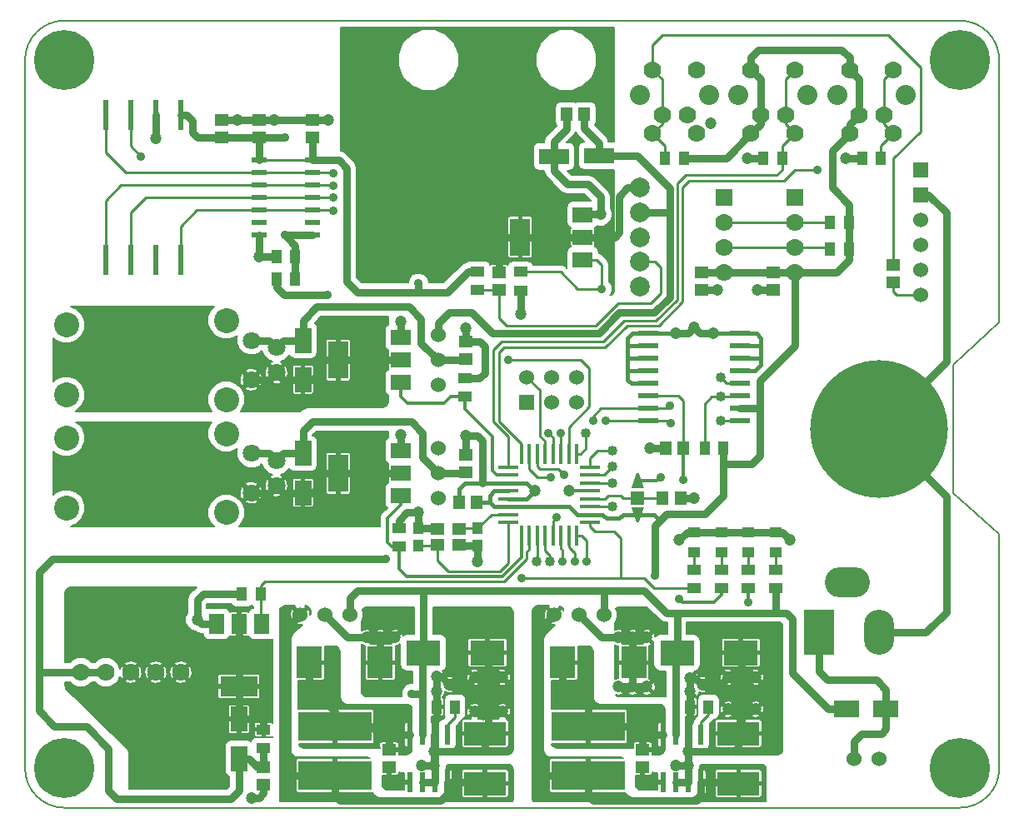
<source format=gtl>
G04 #@! TF.FileFunction,Copper,L1,Top,Signal*
%FSLAX46Y46*%
G04 Gerber Fmt 4.6, Leading zero omitted, Abs format (unit mm)*
G04 Created by KiCad (PCBNEW 4.0.0-2.201512072331+6194~38~ubuntu15.04.1-stable) date Thu Dec 10 12:53:28 2015*
%MOMM*%
G01*
G04 APERTURE LIST*
%ADD10C,0.025400*%
%ADD11C,0.127000*%
%ADD12C,1.200000*%
%ADD13C,1.016000*%
%ADD14C,14.000000*%
%ADD15R,3.048000X1.625600*%
%ADD16R,1.700000X2.500000*%
%ADD17R,2.500000X1.700000*%
%ADD18R,1.270000X1.016000*%
%ADD19R,1.400000X1.400000*%
%ADD20R,1.524000X1.524000*%
%ADD21C,1.524000*%
%ADD22C,1.778000*%
%ADD23R,1.778000X1.778000*%
%ADD24C,2.540000*%
%ADD25C,1.800000*%
%ADD26O,3.048000X4.572000*%
%ADD27R,3.048000X4.572000*%
%ADD28O,4.572000X3.048000*%
%ADD29R,2.032000X3.810000*%
%ADD30R,2.032000X1.524000*%
%ADD31R,3.810000X2.032000*%
%ADD32R,1.524000X2.032000*%
%ADD33C,6.096000*%
%ADD34C,2.032000*%
%ADD35R,1.998980X0.599440*%
%ADD36R,1.998980X0.449580*%
%ADD37R,0.449580X1.998980*%
%ADD38R,1.400000X1.200000*%
%ADD39R,1.000000X1.450000*%
%ADD40R,1.450000X1.000000*%
%ADD41R,1.100000X1.150000*%
%ADD42C,2.000000*%
%ADD43R,2.600000X3.200000*%
%ADD44R,0.609600X2.032000*%
%ADD45R,1.450000X1.150000*%
%ADD46R,1.150000X1.450000*%
%ADD47R,4.300000X2.400000*%
%ADD48R,3.500000X2.500000*%
%ADD49R,7.500000X3.000000*%
%ADD50R,0.609600X3.048000*%
%ADD51R,1.549400X0.596900*%
%ADD52C,0.889000*%
%ADD53C,0.304800*%
%ADD54C,0.762000*%
%ADD55C,0.254000*%
%ADD56C,0.381000*%
%ADD57C,0.203200*%
G04 APERTURE END LIST*
D10*
D11*
X4000000Y0D02*
X95000000Y0D01*
X99000000Y49300000D02*
X94300000Y45000000D01*
X99000000Y76000000D02*
X99000000Y49300000D01*
X94300000Y38500000D02*
X94300000Y45000000D01*
X94300000Y32000000D02*
X94300000Y38500000D01*
X99000000Y27800000D02*
X94300000Y32000000D01*
X99000000Y4000000D02*
X99000000Y27800000D01*
X0Y76000000D02*
X0Y4000000D01*
X95000000Y80000000D02*
X4000000Y80000000D01*
X99000000Y76000000D02*
G75*
G03X95000000Y80000000I-4000000J0D01*
G01*
X95000000Y0D02*
G75*
G03X99000000Y4000000I0J4000000D01*
G01*
X0Y4000000D02*
G75*
G03X4000000Y0I4000000J0D01*
G01*
X4000000Y80000000D02*
G75*
G03X0Y76000000I0J-4000000D01*
G01*
D12*
X60300000Y12300000D03*
X61750000Y12300000D03*
X63200000Y12300000D03*
X50350000Y50200000D03*
X45700000Y9750000D03*
X47100000Y9750000D03*
X45700000Y13250000D03*
X47100000Y13250000D03*
X71450000Y10000000D03*
X72850000Y10000000D03*
X71450000Y13250000D03*
X72850000Y13250000D03*
X63200000Y17300000D03*
X61750000Y17300000D03*
X37600000Y17300000D03*
X67600000Y13200000D03*
X68800000Y12500000D03*
X67400000Y4300000D03*
X67400000Y5700000D03*
X66100000Y4300000D03*
X41800000Y13300000D03*
X41800000Y11800000D03*
X67600000Y11800000D03*
X41600000Y5700000D03*
X43100000Y12500000D03*
X41600000Y4300000D03*
X23000000Y1000000D03*
X74250000Y10000000D03*
X74250000Y13250000D03*
X60300000Y17300000D03*
X48500000Y13250000D03*
X17500000Y19100000D03*
X44750000Y48750000D03*
X63500000Y36500000D03*
X66500000Y27250000D03*
X77750000Y27250000D03*
X68000000Y48800000D03*
X69900000Y48200000D03*
X66100000Y48200000D03*
X46000000Y25000000D03*
X58500000Y60300000D03*
X74400000Y52600000D03*
X70350000Y52600000D03*
X83400000Y66000000D03*
X73400000Y66000000D03*
X69700000Y69600000D03*
X38200000Y49400000D03*
X38200000Y37900000D03*
X68000000Y31500000D03*
X55300000Y32200000D03*
X40000000Y30000000D03*
X51800000Y32200000D03*
X23800000Y56000000D03*
X30800000Y69900000D03*
X21600000Y69900000D03*
X13300000Y68000000D03*
X25300000Y69900000D03*
D13*
X57000000Y38100000D03*
X70700000Y41800000D03*
X70700000Y43700000D03*
X70700000Y39300000D03*
X52000000Y25000000D03*
X59700000Y34700000D03*
X59700000Y36300000D03*
X59650000Y30600000D03*
X59700000Y33000000D03*
X53350000Y25000000D03*
D14*
X86750000Y38500000D03*
D15*
X58336000Y66250000D03*
X53764000Y66186500D03*
D16*
X28250000Y47500000D03*
X28250000Y43500000D03*
X21750000Y5000000D03*
X21750000Y9000000D03*
D17*
X83500000Y10000000D03*
X87500000Y10000000D03*
D18*
X73500000Y25984000D03*
X73500000Y28016000D03*
X70750000Y25984000D03*
X70750000Y28016000D03*
X68000000Y25984000D03*
X68000000Y28016000D03*
X76250000Y25984000D03*
X76250000Y28016000D03*
D16*
X28250000Y36000000D03*
X28250000Y32000000D03*
D10*
G36*
X62123000Y33976500D02*
X62377000Y33976500D01*
X62885000Y32452500D01*
X61615000Y32452500D01*
X62123000Y33976500D01*
X62123000Y33976500D01*
G37*
G36*
X61615000Y30547500D02*
X62885000Y30547500D01*
X62377000Y29023500D01*
X62123000Y29023500D01*
X61615000Y30547500D01*
X61615000Y30547500D01*
G37*
D19*
X62250000Y31500000D03*
D20*
X50960000Y41230000D03*
D21*
X50960000Y43770000D03*
X53500000Y41230000D03*
X53500000Y43770000D03*
X56040000Y41230000D03*
X56040000Y43770000D03*
D20*
X91000000Y64850000D03*
X91000000Y62310000D03*
D21*
X91000000Y59770000D03*
X91000000Y57230000D03*
X91000000Y54690000D03*
X91000000Y52150000D03*
D22*
X78250000Y54440000D03*
X78250000Y56980000D03*
X78250000Y59520000D03*
D23*
X78250000Y62060000D03*
D22*
X71000000Y54440000D03*
X71000000Y56980000D03*
X71000000Y59520000D03*
D23*
X71000000Y62060000D03*
D21*
X42000000Y42960000D03*
X42000000Y45500000D03*
X42000000Y48040000D03*
X84230000Y5000000D03*
X86770000Y5000000D03*
D24*
X4204000Y41944000D03*
X4204000Y49056000D03*
X20460000Y49513200D03*
X20460000Y41486800D03*
D25*
X23000000Y43500000D03*
X23000000Y47500000D03*
X25540000Y44230000D03*
X25540000Y46770000D03*
D26*
X86750000Y17800000D03*
D27*
X80654000Y17800000D03*
D28*
X83575000Y22880000D03*
D21*
X42000000Y31460000D03*
X42000000Y34000000D03*
X42000000Y36540000D03*
D24*
X4204000Y30444000D03*
X4204000Y37556000D03*
X20460000Y38013200D03*
X20460000Y29986800D03*
D25*
X23000000Y32000000D03*
X23000000Y36000000D03*
X25540000Y32730000D03*
X25540000Y35270000D03*
D29*
X31825000Y45500000D03*
D30*
X38175000Y45500000D03*
X38175000Y47786000D03*
X38175000Y43214000D03*
D29*
X50325000Y58000000D03*
D30*
X56675000Y58000000D03*
X56675000Y60286000D03*
X56675000Y55714000D03*
D29*
X31825000Y34000000D03*
D30*
X38175000Y34000000D03*
X38175000Y36286000D03*
X38175000Y31714000D03*
D31*
X21750000Y12325000D03*
D32*
X21750000Y18675000D03*
X19464000Y18675000D03*
X24036000Y18675000D03*
D33*
X4000000Y76000000D03*
X95000000Y76000000D03*
X4000000Y4000000D03*
X95000000Y4000000D03*
D22*
X8210000Y13750000D03*
X15830000Y13750000D03*
X13290000Y13750000D03*
X5670000Y13750000D03*
X10750000Y13750000D03*
X68222500Y75000000D03*
X63777500Y75000000D03*
D34*
X69492500Y72460000D03*
X62507500Y72460000D03*
D22*
X63777500Y68523000D03*
X68222500Y68523000D03*
X64730000Y70428000D03*
X67270000Y70428000D03*
X88222500Y75000000D03*
X83777500Y75000000D03*
D34*
X89492500Y72460000D03*
X82507500Y72460000D03*
D22*
X83777500Y68523000D03*
X88222500Y68523000D03*
X84730000Y70428000D03*
X87270000Y70428000D03*
X78222500Y75000000D03*
X73777500Y75000000D03*
D34*
X79492500Y72460000D03*
X72507500Y72460000D03*
D22*
X73777500Y68523000D03*
X78222500Y68523000D03*
X74730000Y70428000D03*
X77270000Y70428000D03*
D35*
X72650740Y39305000D03*
X72650740Y40575000D03*
X72650740Y41845000D03*
X72650740Y43115000D03*
X72650740Y44385000D03*
X72650740Y45655000D03*
X72650740Y46925000D03*
X72650740Y48195000D03*
X63349260Y48195000D03*
X63349260Y46925000D03*
X63349260Y45655000D03*
X63349260Y44385000D03*
X63349260Y43115000D03*
X63349260Y41845000D03*
X63349260Y40575000D03*
X63349260Y39305000D03*
D36*
X49099640Y29000920D03*
X49099640Y29801020D03*
X49099640Y30601120D03*
X49099640Y31401220D03*
X49099640Y32198780D03*
X49099640Y32998880D03*
X49099640Y33798980D03*
X49099640Y34599080D03*
X57400360Y34599080D03*
X57400360Y29000920D03*
X57400360Y29801020D03*
X57400360Y30601120D03*
X57400360Y31401220D03*
X57400360Y32198780D03*
X57400360Y32998880D03*
X57400360Y33798980D03*
D37*
X50450920Y35950360D03*
X51251020Y35950360D03*
X52051120Y35950360D03*
X52851220Y35950360D03*
X53648780Y35950360D03*
X54448880Y35950360D03*
X55248980Y35950360D03*
X56049080Y35950360D03*
X50450920Y27649640D03*
X51251020Y27649640D03*
X52051120Y27649640D03*
X52851220Y27649640D03*
X53648780Y27649640D03*
X54448880Y27649640D03*
X55248980Y27649640D03*
X56049080Y27649640D03*
D38*
X44100000Y28300000D03*
X41900000Y26700000D03*
X44100000Y26700000D03*
X41900000Y28300000D03*
D12*
X44800000Y37800000D03*
D39*
X76950000Y66000000D03*
X75050000Y66000000D03*
X86950000Y66000000D03*
X85050000Y66000000D03*
D40*
X76250000Y22300000D03*
X76250000Y24200000D03*
D39*
X70950000Y36500000D03*
X69050000Y36500000D03*
D40*
X68000000Y22300000D03*
X68000000Y24200000D03*
X70750000Y22300000D03*
X70750000Y24200000D03*
X73500000Y22300000D03*
X73500000Y24200000D03*
X24250000Y6050000D03*
X24250000Y7950000D03*
X45950000Y54500000D03*
X45950000Y52600000D03*
D39*
X25550000Y56000000D03*
X27450000Y56000000D03*
X83700000Y56750000D03*
X81800000Y56750000D03*
X83700000Y59500000D03*
X81800000Y59500000D03*
X66950000Y66000000D03*
X65050000Y66000000D03*
D41*
X40000000Y26600000D03*
X40000000Y28400000D03*
X46000000Y28400000D03*
X46000000Y26600000D03*
D42*
X62500000Y53000000D03*
X62500000Y55500000D03*
X62500000Y58000000D03*
X62500000Y63000000D03*
X62500000Y60500000D03*
D39*
X69450000Y10250000D03*
X67550000Y10250000D03*
X43700000Y10250000D03*
X41800000Y10250000D03*
D12*
X34700000Y17300000D03*
X48500000Y9750000D03*
D43*
X28900000Y14750000D03*
X36100000Y14750000D03*
X54650000Y14750000D03*
X61850000Y14750000D03*
D44*
X39095000Y7413000D03*
X39095000Y2587000D03*
X40365000Y7413000D03*
X41635000Y7413000D03*
X42905000Y7413000D03*
X40365000Y2587000D03*
X41635000Y2587000D03*
X42905000Y2587000D03*
X64845000Y7413000D03*
X64845000Y2587000D03*
X66115000Y7413000D03*
X67385000Y7413000D03*
X68655000Y7413000D03*
X66115000Y2587000D03*
X67385000Y2587000D03*
X68655000Y2587000D03*
D45*
X37000000Y5900000D03*
X37000000Y4100000D03*
X62750000Y5900000D03*
X62750000Y4100000D03*
D46*
X64800000Y31500000D03*
X66600000Y31500000D03*
D45*
X88250000Y55150000D03*
X88250000Y53350000D03*
X29250000Y68100000D03*
X29250000Y69900000D03*
X23750000Y68100000D03*
X23750000Y69900000D03*
X76000000Y54400000D03*
X76000000Y52600000D03*
X20000000Y68100000D03*
X20000000Y69900000D03*
X68750000Y54400000D03*
X68750000Y52600000D03*
X44750000Y45600000D03*
X44750000Y47400000D03*
X24250000Y4150000D03*
X24250000Y2350000D03*
D46*
X56850000Y70450000D03*
X55050000Y70450000D03*
X66900000Y36500000D03*
X65100000Y36500000D03*
X45900000Y31000000D03*
X44100000Y31000000D03*
D45*
X48150000Y52600000D03*
X48150000Y54400000D03*
X44750000Y34100000D03*
X44750000Y35900000D03*
D47*
X46750000Y2460000D03*
X46750000Y7540000D03*
X72500000Y2460000D03*
X72500000Y7540000D03*
D21*
X53760000Y19600000D03*
X56300000Y19600000D03*
X58840000Y19600000D03*
X27960000Y19600000D03*
X30500000Y19600000D03*
X33040000Y19600000D03*
D48*
X40500000Y15750000D03*
X47000000Y15750000D03*
X66250000Y15750000D03*
X72750000Y15750000D03*
D49*
X31500000Y8250000D03*
X31500000Y3250000D03*
X57250000Y8250000D03*
X57250000Y3250000D03*
D50*
X15810000Y70366000D03*
X13270000Y70366000D03*
X10730000Y70366000D03*
X8190000Y70366000D03*
X8190000Y55634000D03*
X10730000Y55634000D03*
X13270000Y55634000D03*
X15810000Y55634000D03*
D39*
X25550000Y53700000D03*
X27450000Y53700000D03*
D12*
X40300000Y4300000D03*
X36100000Y17300000D03*
D40*
X44700000Y41750000D03*
X44700000Y43650000D03*
X38000000Y26550000D03*
X38000000Y28450000D03*
D39*
X22050000Y21700000D03*
X23950000Y21700000D03*
D40*
X50350000Y52550000D03*
X50350000Y54450000D03*
D51*
X23807600Y60730000D03*
X23807600Y59460000D03*
X23807600Y58190000D03*
X29192400Y60730000D03*
X23807600Y64540000D03*
X23807600Y63270000D03*
X23807600Y62000000D03*
X29192400Y63270000D03*
X29192400Y64540000D03*
X29192400Y65810000D03*
X29192400Y59460000D03*
X23807600Y65810000D03*
X29192400Y58190000D03*
X29192400Y62000000D03*
D52*
X66450000Y21250000D03*
X30700000Y52100000D03*
X64600000Y33600000D03*
X39300000Y11600000D03*
X49100000Y45550000D03*
X11800000Y66200000D03*
X58600000Y52750000D03*
X54000000Y29500000D03*
X54650000Y25000000D03*
X31300000Y62000000D03*
X80500000Y64800000D03*
X66900000Y33300000D03*
X40000000Y53300000D03*
X73500000Y20900000D03*
X64000000Y23600000D03*
X36700000Y25300000D03*
X26400000Y68100000D03*
X26400000Y58200000D03*
X31300000Y60700000D03*
X55850000Y25000000D03*
X31300000Y63200000D03*
X50500000Y23300000D03*
X31300000Y64500000D03*
X57050000Y25000000D03*
X54800000Y33800000D03*
X53400000Y33600000D03*
X65600000Y39100000D03*
X53200000Y38100000D03*
X59000000Y39300000D03*
X57750000Y39300000D03*
X54400000Y38100000D03*
X65500000Y40900000D03*
D53*
X70750000Y22300000D02*
X70750000Y21600000D01*
X66800000Y20900000D02*
X66450000Y21250000D01*
X70050000Y20900000D02*
X66800000Y20900000D01*
X70750000Y21600000D02*
X70050000Y20900000D01*
D54*
X30700000Y52100000D02*
X26300000Y52100000D01*
X26300000Y52100000D02*
X25550000Y52850000D01*
X25550000Y52850000D02*
X25550000Y53700000D01*
X26200000Y4500000D02*
X26200000Y17840000D01*
X26200000Y17840000D02*
X27960000Y19600000D01*
X26200000Y4500000D02*
X27450000Y3250000D01*
X31500000Y3250000D02*
X27450000Y3250000D01*
D53*
X64214500Y33214500D02*
X64600000Y33600000D01*
X62250000Y33214500D02*
X64214500Y33214500D01*
D54*
X42905000Y2587000D02*
X42905000Y1405000D01*
X42905000Y1405000D02*
X42250000Y750000D01*
X42250000Y750000D02*
X32000000Y750000D01*
X32000000Y750000D02*
X31500000Y1250000D01*
X31500000Y1250000D02*
X31500000Y3250000D01*
X42905000Y2587000D02*
X46623000Y2587000D01*
X46623000Y2587000D02*
X46750000Y2460000D01*
D55*
X64800000Y31500000D02*
X62250000Y31500000D01*
X57400360Y31401220D02*
X58901220Y31401220D01*
X60750000Y31500000D02*
X62250000Y31500000D01*
X60500000Y31750000D02*
X60750000Y31500000D01*
X59250000Y31750000D02*
X60500000Y31750000D01*
X58901220Y31401220D02*
X59250000Y31750000D01*
D54*
X28250000Y47500000D02*
X28250000Y49500000D01*
X40250000Y47250000D02*
X42000000Y45500000D01*
X40250000Y49650000D02*
X40250000Y47250000D01*
X39000000Y50900000D02*
X40250000Y49650000D01*
X29650000Y50900000D02*
X39000000Y50900000D01*
X28250000Y49500000D02*
X29650000Y50900000D01*
X28250000Y47500000D02*
X26270000Y47500000D01*
X26270000Y47500000D02*
X25540000Y46770000D01*
X23000000Y47500000D02*
X24810000Y47500000D01*
X24810000Y47500000D02*
X25540000Y46770000D01*
X42000000Y45500000D02*
X44650000Y45500000D01*
X44650000Y45500000D02*
X44750000Y45600000D01*
X28250000Y36000000D02*
X28250000Y38300000D01*
X40400000Y35600000D02*
X42000000Y34000000D01*
X40400000Y38100000D02*
X40400000Y35600000D01*
X39250000Y39250000D02*
X40400000Y38100000D01*
X29200000Y39250000D02*
X39250000Y39250000D01*
X28250000Y38300000D02*
X29200000Y39250000D01*
X28250000Y36000000D02*
X26270000Y36000000D01*
X26270000Y36000000D02*
X25540000Y35270000D01*
X23000000Y36000000D02*
X24810000Y36000000D01*
X24810000Y36000000D02*
X25540000Y35270000D01*
X42000000Y34000000D02*
X44650000Y34000000D01*
X44650000Y34000000D02*
X44750000Y34100000D01*
X28250000Y43500000D02*
X29250000Y43500000D01*
X30500000Y45500000D02*
X31825000Y45500000D01*
X29750000Y44750000D02*
X30500000Y45500000D01*
X29750000Y44000000D02*
X29750000Y44750000D01*
X29250000Y43500000D02*
X29750000Y44000000D01*
X28250000Y43500000D02*
X26270000Y43500000D01*
X26270000Y43500000D02*
X25540000Y44230000D01*
X23000000Y43500000D02*
X24810000Y43500000D01*
X24810000Y43500000D02*
X25540000Y44230000D01*
X31825000Y45500000D02*
X38175000Y45500000D01*
X28250000Y32000000D02*
X29250000Y32000000D01*
X30500000Y34000000D02*
X31825000Y34000000D01*
X29750000Y33250000D02*
X30500000Y34000000D01*
X29750000Y32500000D02*
X29750000Y33250000D01*
X29250000Y32000000D02*
X29750000Y32500000D01*
X28250000Y32000000D02*
X26270000Y32000000D01*
X26270000Y32000000D02*
X25540000Y32730000D01*
X23000000Y32000000D02*
X24810000Y32000000D01*
X24810000Y32000000D02*
X25540000Y32730000D01*
X38175000Y34000000D02*
X31825000Y34000000D01*
X58336000Y66250000D02*
X62200000Y66250000D01*
X65500000Y62950000D02*
X65500000Y60500000D01*
X62200000Y66250000D02*
X65500000Y62950000D01*
X56850000Y70450000D02*
X56850000Y69050000D01*
X58336000Y67564000D02*
X58336000Y66250000D01*
X56850000Y69050000D02*
X58336000Y67564000D01*
X63900000Y50300000D02*
X60400000Y50300000D01*
X42000000Y49200000D02*
X42000000Y48040000D01*
X43100000Y50300000D02*
X42000000Y49200000D01*
X45400000Y50300000D02*
X43100000Y50300000D01*
X65500000Y51900000D02*
X65500000Y60500000D01*
X63900000Y50300000D02*
X65500000Y51900000D01*
X58300000Y48200000D02*
X47500000Y48200000D01*
X47500000Y48200000D02*
X45400000Y50300000D01*
X60400000Y50300000D02*
X58300000Y48200000D01*
X62500000Y60500000D02*
X65500000Y60500000D01*
X40500000Y22100000D02*
X33800000Y22100000D01*
X33040000Y21340000D02*
X33040000Y19600000D01*
X33800000Y22100000D02*
X33040000Y21340000D01*
X40500000Y15750000D02*
X40500000Y22100000D01*
X58840000Y22100000D02*
X40500000Y22100000D01*
X78000000Y13650000D02*
X78000000Y19200000D01*
X77400000Y19800000D02*
X76250000Y19800000D01*
X78000000Y19200000D02*
X77400000Y19800000D01*
X66250000Y15750000D02*
X66250000Y19800000D01*
X76250000Y19800000D02*
X66250000Y19800000D01*
X66250000Y19800000D02*
X65200000Y19800000D01*
X62900000Y22100000D02*
X58840000Y22100000D01*
X65200000Y19800000D02*
X62900000Y22100000D01*
X58840000Y19600000D02*
X58840000Y22100000D01*
X39300000Y11600000D02*
X40365000Y11600000D01*
X76250000Y22300000D02*
X76250000Y19800000D01*
X78000000Y13650000D02*
X81650000Y10000000D01*
X66115000Y7413000D02*
X66115000Y15615000D01*
X66115000Y15615000D02*
X66250000Y15750000D01*
X40365000Y7413000D02*
X40365000Y11600000D01*
X40365000Y11600000D02*
X40365000Y15615000D01*
X40365000Y15615000D02*
X40500000Y15750000D01*
X81650000Y10000000D02*
X83500000Y10000000D01*
D55*
X55248980Y35950360D02*
X55248980Y38648980D01*
X55248980Y38648980D02*
X57350000Y40750000D01*
X49100000Y45550000D02*
X56500000Y45550000D01*
X56500000Y45550000D02*
X57350000Y44700000D01*
X57350000Y40750000D02*
X57350000Y44700000D01*
X11800000Y66200000D02*
X10730000Y67270000D01*
X10730000Y67270000D02*
X10730000Y70366000D01*
D53*
X44700000Y41750000D02*
X44700000Y40500000D01*
X44700000Y40500000D02*
X47500000Y37700000D01*
X44700000Y41750000D02*
X43250000Y41750000D01*
X43250000Y41750000D02*
X42600000Y41100000D01*
X42600000Y41100000D02*
X38900000Y41100000D01*
X38900000Y41100000D02*
X38175000Y41825000D01*
X38175000Y41825000D02*
X38175000Y43214000D01*
X49099640Y33798980D02*
X47951020Y33798980D01*
X47500000Y34250000D02*
X47500000Y37700000D01*
X47951020Y33798980D02*
X47500000Y34250000D01*
D55*
X48150000Y52600000D02*
X48150000Y49750000D01*
X48150000Y49750000D02*
X48900000Y49000000D01*
X48900000Y49000000D02*
X58000000Y49000000D01*
X48150000Y52600000D02*
X45950000Y52600000D01*
X63550000Y51250000D02*
X60250000Y51250000D01*
X63550000Y51250000D02*
X64600000Y52300000D01*
X64600000Y52300000D02*
X64600000Y54900000D01*
X64600000Y54900000D02*
X64000000Y55500000D01*
X64000000Y55500000D02*
X62500000Y55500000D01*
X60250000Y51250000D02*
X58000000Y49000000D01*
D54*
X21750000Y12325000D02*
X21750000Y18675000D01*
X21750000Y9000000D02*
X24000000Y9000000D01*
X24250000Y8750000D02*
X24250000Y7950000D01*
X24000000Y9000000D02*
X24250000Y8750000D01*
X21750000Y12325000D02*
X21750000Y9000000D01*
D55*
X50350000Y54450000D02*
X54400000Y54450000D01*
X56100000Y52750000D02*
X58600000Y52750000D01*
X54400000Y54450000D02*
X56100000Y52750000D01*
X58600000Y52750000D02*
X58600000Y55200000D01*
X58600000Y55200000D02*
X58086000Y55714000D01*
X58086000Y55714000D02*
X56675000Y55714000D01*
X53648780Y29148780D02*
X53648780Y27649640D01*
X53648780Y29148780D02*
X54000000Y29500000D01*
X56700000Y55689000D02*
X56675000Y55714000D01*
D53*
X38000000Y26550000D02*
X37250000Y26550000D01*
X36800000Y27000000D02*
X36800000Y29400000D01*
X36800000Y29400000D02*
X38175000Y30775000D01*
X38175000Y30775000D02*
X38175000Y31714000D01*
X37250000Y26550000D02*
X36800000Y27000000D01*
X48500000Y23500000D02*
X38800000Y23500000D01*
X38800000Y23500000D02*
X38000000Y24300000D01*
X38000000Y24300000D02*
X38000000Y26550000D01*
X50450920Y27649640D02*
X50450920Y25450920D01*
X48500000Y23500000D02*
X50450920Y25450920D01*
D55*
X23950000Y21700000D02*
X23950000Y18761000D01*
X23950000Y18761000D02*
X24036000Y18675000D01*
X48700000Y23000000D02*
X24400000Y23000000D01*
X51000000Y25300000D02*
X51000000Y26000000D01*
X48700000Y23000000D02*
X51000000Y25300000D01*
X51251020Y27649640D02*
X51251020Y26251020D01*
X51251020Y26251020D02*
X51000000Y26000000D01*
X23950000Y22550000D02*
X23950000Y21700000D01*
X24400000Y23000000D02*
X23950000Y22550000D01*
X54650000Y25000000D02*
X54650000Y26150000D01*
X54650000Y26150000D02*
X54448880Y26351120D01*
X54448880Y26351120D02*
X54448880Y27649640D01*
X29192400Y62000000D02*
X31300000Y62000000D01*
X29192400Y62000000D02*
X23807600Y62000000D01*
X23807600Y62000000D02*
X12250000Y62000000D01*
X10730000Y60480000D02*
X10730000Y55634000D01*
X12250000Y62000000D02*
X10730000Y60480000D01*
X52851220Y27649640D02*
X52851220Y26148780D01*
X53350000Y25650000D02*
X53350000Y25000000D01*
X52851220Y26148780D02*
X53350000Y25650000D01*
X49099640Y29801020D02*
X47401020Y29801020D01*
X47401020Y29801020D02*
X46000000Y28400000D01*
X46000000Y28400000D02*
X44200000Y28400000D01*
X44200000Y28400000D02*
X44100000Y28300000D01*
X49099640Y29000920D02*
X49099640Y24849640D01*
X41900000Y25100000D02*
X41900000Y26700000D01*
X43000000Y24000000D02*
X41900000Y25100000D01*
X48250000Y24000000D02*
X43000000Y24000000D01*
X49099640Y24849640D02*
X48250000Y24000000D01*
X40000000Y26600000D02*
X41800000Y26600000D01*
X41800000Y26600000D02*
X41900000Y26700000D01*
X57400360Y33798980D02*
X58798980Y33798980D01*
X58798980Y33798980D02*
X59700000Y34700000D01*
X57400360Y34599080D02*
X57400360Y35500360D01*
X58200000Y36300000D02*
X59700000Y36300000D01*
X57400360Y35500360D02*
X58200000Y36300000D01*
X57400360Y30601120D02*
X59648880Y30601120D01*
X59648880Y30601120D02*
X59650000Y30600000D01*
X57400360Y32998880D02*
X59698880Y32998880D01*
X59698880Y32998880D02*
X59700000Y33000000D01*
X64400000Y49000000D02*
X61200000Y49000000D01*
X48650000Y46750000D02*
X48150000Y46250000D01*
X58950000Y46750000D02*
X48650000Y46750000D01*
X61200000Y49000000D02*
X58950000Y46750000D01*
X64400000Y49000000D02*
X66825000Y51425000D01*
X66825000Y51425000D02*
X66825000Y63025000D01*
X78200000Y64800000D02*
X80500000Y64800000D01*
X77100000Y63700000D02*
X78200000Y64800000D01*
X67500000Y63700000D02*
X77100000Y63700000D01*
X66825000Y63025000D02*
X67500000Y63700000D01*
X50450920Y35950360D02*
X50450920Y36949080D01*
X50450920Y36949080D02*
X48150000Y39250000D01*
X48150000Y39250000D02*
X48150000Y46250000D01*
X86950000Y66000000D02*
X86950000Y67250500D01*
X86950000Y67250500D02*
X88222500Y68523000D01*
X87270000Y70428000D02*
X87270000Y69475500D01*
X87270000Y69475500D02*
X88222500Y68523000D01*
X87270000Y70428000D02*
X87270000Y74047500D01*
X87270000Y74047500D02*
X88222500Y75000000D01*
X52051120Y27649640D02*
X52051120Y25051120D01*
X52051120Y25051120D02*
X52000000Y25000000D01*
D54*
X80654000Y17800000D02*
X80654000Y13846000D01*
X87500000Y12000000D02*
X87500000Y10000000D01*
X86500000Y13000000D02*
X87500000Y12000000D01*
X81500000Y13000000D02*
X86500000Y13000000D01*
X80654000Y13846000D02*
X81500000Y13000000D01*
X87500000Y10000000D02*
X87500000Y8000000D01*
X84230000Y6730000D02*
X84230000Y5000000D01*
X85000000Y7500000D02*
X84230000Y6730000D01*
X87000000Y7500000D02*
X85000000Y7500000D01*
X87500000Y8000000D02*
X87000000Y7500000D01*
D55*
X70700000Y39300000D02*
X72645740Y39300000D01*
X72645740Y39300000D02*
X72650740Y39305000D01*
D53*
X66900000Y33300000D02*
X66900000Y36500000D01*
D55*
X66900000Y36500000D02*
X66900000Y41350000D01*
X66405000Y41845000D02*
X63349260Y41845000D01*
X66900000Y41350000D02*
X66405000Y41845000D01*
X72650740Y43115000D02*
X71285000Y43115000D01*
X71285000Y43115000D02*
X70700000Y43700000D01*
X70700000Y41800000D02*
X72605740Y41800000D01*
X72605740Y41800000D02*
X72650740Y41845000D01*
X69050000Y36500000D02*
X69050000Y41050000D01*
X69800000Y41800000D02*
X70700000Y41800000D01*
X69050000Y41050000D02*
X69800000Y41800000D01*
X64100000Y49500000D02*
X60900000Y49500000D01*
X48400000Y47350000D02*
X47550000Y46500000D01*
X58750000Y47350000D02*
X48400000Y47350000D01*
X60900000Y49500000D02*
X58750000Y47350000D01*
X64100000Y49500000D02*
X66250000Y51650000D01*
X49099640Y34599080D02*
X49099640Y37700360D01*
X49099640Y37700360D02*
X47550000Y39250000D01*
X47550000Y39250000D02*
X47550000Y46500000D01*
X76950000Y64850000D02*
X76950000Y66000000D01*
X76400000Y64300000D02*
X76950000Y64850000D01*
X67100000Y64300000D02*
X76400000Y64300000D01*
X66250000Y63450000D02*
X67100000Y64300000D01*
X66250000Y51650000D02*
X66250000Y63450000D01*
X76950000Y66000000D02*
X76950000Y67250500D01*
X76950000Y67250500D02*
X78222500Y68523000D01*
X77270000Y70428000D02*
X77270000Y69475500D01*
X77270000Y69475500D02*
X78222500Y68523000D01*
X77270000Y70428000D02*
X77270000Y74047500D01*
X77270000Y74047500D02*
X78222500Y75000000D01*
X91000000Y52150000D02*
X88600000Y52150000D01*
X88600000Y52150000D02*
X88250000Y52500000D01*
X88250000Y52500000D02*
X88250000Y53350000D01*
X88250000Y53350000D02*
X88250000Y53000000D01*
D54*
X34700000Y17300000D02*
X32800000Y17300000D01*
X32800000Y17300000D02*
X30500000Y19600000D01*
X60300000Y17300000D02*
X58600000Y17300000D01*
X58600000Y17300000D02*
X56300000Y19600000D01*
X61750000Y12300000D02*
X61750000Y14650000D01*
X61750000Y14650000D02*
X61850000Y14750000D01*
X61750000Y17300000D02*
X61750000Y14850000D01*
X61750000Y14850000D02*
X61850000Y14750000D01*
X60300000Y17300000D02*
X61750000Y17300000D01*
X63200000Y17300000D02*
X61750000Y17300000D01*
X61750000Y12300000D02*
X63200000Y12300000D01*
X60300000Y12300000D02*
X61750000Y12300000D01*
D53*
X57400360Y32198780D02*
X55301220Y32198780D01*
X55301220Y32198780D02*
X55300000Y32200000D01*
D54*
X67400000Y5700000D02*
X72050000Y5700000D01*
X72500000Y6150000D02*
X72500000Y7540000D01*
X72050000Y5700000D02*
X72500000Y6150000D01*
X41600000Y5700000D02*
X46400000Y5700000D01*
X46750000Y6050000D02*
X46750000Y7540000D01*
X46400000Y5700000D02*
X46750000Y6050000D01*
X58500000Y60300000D02*
X58500000Y62100000D01*
X53764000Y64736000D02*
X53764000Y66186500D01*
X55150000Y63350000D02*
X53764000Y64736000D01*
X57250000Y63350000D02*
X55150000Y63350000D01*
X58500000Y62100000D02*
X57250000Y63350000D01*
X55050000Y70450000D02*
X55050000Y69000000D01*
X55050000Y69000000D02*
X53764000Y67714000D01*
X53764000Y67714000D02*
X53764000Y66186500D01*
X50350000Y52550000D02*
X50350000Y50200000D01*
X70350000Y52600000D02*
X68750000Y52600000D01*
X76000000Y52600000D02*
X74400000Y52600000D01*
X43100000Y12500000D02*
X44950000Y12500000D01*
X44950000Y12500000D02*
X45700000Y13250000D01*
X68800000Y12500000D02*
X70700000Y12500000D01*
X70700000Y12500000D02*
X71450000Y13250000D01*
X22050000Y21700000D02*
X18100000Y21700000D01*
X17500000Y21100000D02*
X17500000Y19100000D01*
X18100000Y21700000D02*
X17500000Y21100000D01*
X38000000Y28450000D02*
X38000000Y29200000D01*
X38000000Y29200000D02*
X38800000Y30000000D01*
X38800000Y30000000D02*
X40000000Y30000000D01*
X44750000Y47400000D02*
X46200000Y47400000D01*
X46150000Y43650000D02*
X44700000Y43650000D01*
X46700000Y44200000D02*
X46150000Y43650000D01*
X46700000Y46900000D02*
X46700000Y44200000D01*
X46200000Y47400000D02*
X46700000Y46900000D01*
X47100000Y13250000D02*
X47100000Y15650000D01*
X47100000Y15650000D02*
X47000000Y15750000D01*
X48500000Y13250000D02*
X47100000Y13250000D01*
X45700000Y13250000D02*
X47100000Y13250000D01*
X47100000Y13250000D02*
X47100000Y9750000D01*
X47100000Y9750000D02*
X47100000Y7890000D01*
X47100000Y7890000D02*
X46750000Y7540000D01*
X47100000Y9750000D02*
X45700000Y9750000D01*
X48500000Y9750000D02*
X47100000Y9750000D01*
X72850000Y13250000D02*
X72850000Y15650000D01*
X72850000Y15650000D02*
X72750000Y15750000D01*
X72850000Y10000000D02*
X72850000Y7890000D01*
X72850000Y7890000D02*
X72500000Y7540000D01*
X72850000Y13250000D02*
X72850000Y10000000D01*
X72850000Y13250000D02*
X74250000Y13250000D01*
X71450000Y13250000D02*
X72850000Y13250000D01*
X72850000Y10000000D02*
X71450000Y10000000D01*
X74250000Y10000000D02*
X72850000Y10000000D01*
X36100000Y17300000D02*
X36100000Y14750000D01*
X37600000Y17300000D02*
X36100000Y17300000D01*
X34700000Y17300000D02*
X36100000Y17300000D01*
X67600000Y13200000D02*
X68100000Y13200000D01*
X68100000Y13200000D02*
X68800000Y12500000D01*
X67600000Y11800000D02*
X67600000Y13200000D01*
X67550000Y10250000D02*
X67550000Y11750000D01*
X67550000Y11750000D02*
X67600000Y11800000D01*
X67400000Y4300000D02*
X67400000Y5700000D01*
X67385000Y2587000D02*
X67385000Y4285000D01*
X67385000Y4285000D02*
X67400000Y4300000D01*
X66100000Y4300000D02*
X67400000Y4300000D01*
X41600000Y4300000D02*
X40300000Y4300000D01*
X41800000Y13300000D02*
X42300000Y13300000D01*
X42300000Y13300000D02*
X43100000Y12500000D01*
X41800000Y11800000D02*
X41800000Y13300000D01*
X41800000Y10250000D02*
X41800000Y11800000D01*
X41600000Y5700000D02*
X41600000Y7378000D01*
X41600000Y7378000D02*
X41635000Y7413000D01*
X41600000Y4300000D02*
X41600000Y5700000D01*
X23800000Y56000000D02*
X23800000Y58182400D01*
X23800000Y58182400D02*
X23807600Y58190000D01*
X25550000Y56000000D02*
X23800000Y56000000D01*
X24250000Y2350000D02*
X24250000Y1500000D01*
X24250000Y1500000D02*
X23750000Y1000000D01*
X23750000Y1000000D02*
X23000000Y1000000D01*
X41635000Y2587000D02*
X41635000Y7413000D01*
X40365000Y2587000D02*
X41635000Y2587000D01*
X67385000Y2587000D02*
X67385000Y7413000D01*
X66115000Y2587000D02*
X67385000Y2587000D01*
X41635000Y7413000D02*
X41635000Y8885000D01*
X41635000Y8885000D02*
X41800000Y9050000D01*
X41800000Y9050000D02*
X41800000Y10250000D01*
X67385000Y7413000D02*
X67385000Y8635000D01*
X67385000Y8635000D02*
X67550000Y8800000D01*
X67550000Y8800000D02*
X67550000Y10250000D01*
X44750000Y48750000D02*
X44750000Y47400000D01*
X69900000Y48200000D02*
X68600000Y48200000D01*
X68600000Y48200000D02*
X68000000Y48800000D01*
X66100000Y48200000D02*
X67400000Y48200000D01*
X67400000Y48200000D02*
X68000000Y48800000D01*
D56*
X49099640Y31401220D02*
X51001220Y31401220D01*
X51001220Y31401220D02*
X51800000Y32200000D01*
D54*
X19464000Y18675000D02*
X17925000Y18675000D01*
X17925000Y18675000D02*
X17500000Y19100000D01*
X68000000Y31500000D02*
X66600000Y31500000D01*
D56*
X72650740Y48195000D02*
X74305000Y48195000D01*
X74305000Y48195000D02*
X74750000Y47750000D01*
X63349260Y48195000D02*
X61695000Y48195000D01*
X61695000Y48195000D02*
X61250000Y47750000D01*
X66100000Y48200000D02*
X63354260Y48200000D01*
X63354260Y48200000D02*
X63349260Y48195000D01*
X69900000Y48200000D02*
X72645740Y48200000D01*
X72645740Y48200000D02*
X72650740Y48195000D01*
D54*
X13270000Y70366000D02*
X13270000Y68030000D01*
X13270000Y68030000D02*
X13300000Y68000000D01*
X30800000Y69900000D02*
X29250000Y69900000D01*
X63500000Y36500000D02*
X65100000Y36500000D01*
X85050000Y66000000D02*
X83400000Y66000000D01*
X75050000Y66000000D02*
X73400000Y66000000D01*
D56*
X49099640Y32998880D02*
X51001120Y32998880D01*
X51001120Y32998880D02*
X51800000Y32200000D01*
D54*
X91000000Y62310000D02*
X91790000Y62310000D01*
X93600000Y60500000D02*
X93600000Y45350000D01*
X93600000Y45350000D02*
X86750000Y38500000D01*
X91790000Y62310000D02*
X93600000Y60500000D01*
X86750000Y17800000D02*
X91500000Y17800000D01*
X91500000Y17800000D02*
X93600000Y19900000D01*
X93600000Y19900000D02*
X93600000Y31650000D01*
X93600000Y31650000D02*
X86750000Y38500000D01*
D56*
X46501120Y32998880D02*
X44698880Y32998880D01*
X44698880Y32998880D02*
X44100000Y32400000D01*
X44100000Y32400000D02*
X44100000Y31000000D01*
X49099640Y32998880D02*
X46501120Y32998880D01*
D54*
X46000000Y37800000D02*
X46500000Y37300000D01*
X46501120Y32998880D02*
X46500000Y33000000D01*
X46000000Y37800000D02*
X44800000Y37800000D01*
X46500000Y37300000D02*
X46500000Y33000000D01*
X44800000Y37800000D02*
X44800000Y35950000D01*
X44800000Y35950000D02*
X44750000Y35900000D01*
X68000000Y28016000D02*
X67266000Y28016000D01*
X67266000Y28016000D02*
X66500000Y27250000D01*
X76250000Y28016000D02*
X76984000Y28016000D01*
X76984000Y28016000D02*
X77750000Y27250000D01*
D56*
X74750000Y46925000D02*
X74750000Y47750000D01*
X72650740Y46925000D02*
X74750000Y46925000D01*
X72650740Y45655000D02*
X74750000Y45655000D01*
X72650740Y44385000D02*
X74135000Y44385000D01*
X74135000Y44385000D02*
X74750000Y45000000D01*
X74750000Y45000000D02*
X74750000Y45655000D01*
X74750000Y45655000D02*
X74750000Y46925000D01*
X61250000Y46925000D02*
X61250000Y47750000D01*
X63349260Y46925000D02*
X61250000Y46925000D01*
X63349260Y45655000D02*
X61250000Y45655000D01*
X63349260Y44385000D02*
X61250000Y44385000D01*
X63349260Y43115000D02*
X61635000Y43115000D01*
X61635000Y43115000D02*
X61250000Y43500000D01*
X61250000Y43500000D02*
X61250000Y44385000D01*
X61250000Y44385000D02*
X61250000Y45655000D01*
X61250000Y45655000D02*
X61250000Y46925000D01*
D54*
X46000000Y25000000D02*
X46000000Y26600000D01*
X40000000Y30000000D02*
X40000000Y28400000D01*
X58500000Y60300000D02*
X56689000Y60300000D01*
X56689000Y60300000D02*
X56675000Y60286000D01*
X38200000Y37900000D02*
X38200000Y36311000D01*
X38200000Y36311000D02*
X38175000Y36286000D01*
X38200000Y49400000D02*
X38200000Y47811000D01*
X38200000Y47811000D02*
X38175000Y47786000D01*
X23750000Y69900000D02*
X20000000Y69900000D01*
X29250000Y69900000D02*
X23750000Y69900000D01*
X73500000Y28016000D02*
X76250000Y28016000D01*
X70750000Y28016000D02*
X73500000Y28016000D01*
X68000000Y28016000D02*
X70750000Y28016000D01*
X40000000Y28400000D02*
X41800000Y28400000D01*
X41800000Y28400000D02*
X41900000Y28300000D01*
X46000000Y26600000D02*
X44200000Y26600000D01*
X44200000Y26600000D02*
X44100000Y26700000D01*
D55*
X56049080Y35950360D02*
X56450360Y35950360D01*
X57000000Y36500000D02*
X57000000Y38100000D01*
X56450360Y35950360D02*
X57000000Y36500000D01*
D54*
X40000000Y53300000D02*
X40000000Y52400000D01*
X32700000Y65000000D02*
X32700000Y53500000D01*
X32700000Y65000000D02*
X31890000Y65810000D01*
X29192400Y65810000D02*
X31890000Y65810000D01*
X32700000Y53500000D02*
X33800000Y52400000D01*
X33800000Y52400000D02*
X40000000Y52400000D01*
X42950000Y52400000D02*
X45050000Y54500000D01*
X40000000Y52400000D02*
X42950000Y52400000D01*
X45950000Y54500000D02*
X45050000Y54500000D01*
X71000000Y54440000D02*
X68790000Y54440000D01*
X68790000Y54440000D02*
X68750000Y54400000D01*
X71000000Y54440000D02*
X75960000Y54440000D01*
X75960000Y54440000D02*
X76000000Y54400000D01*
X78250000Y54440000D02*
X76040000Y54440000D01*
X76040000Y54440000D02*
X76000000Y54400000D01*
X68760000Y54390000D02*
X68750000Y54400000D01*
X75910000Y54440000D02*
X76000000Y54350000D01*
D55*
X29192400Y65810000D02*
X23807600Y65810000D01*
D54*
X52000000Y4200000D02*
X52000000Y17840000D01*
X52000000Y17840000D02*
X53760000Y19600000D01*
X52000000Y4200000D02*
X52950000Y3250000D01*
X57250000Y3250000D02*
X52950000Y3250000D01*
D53*
X73500000Y20900000D02*
X73500000Y22300000D01*
D54*
X64000000Y28700000D02*
X64000000Y23600000D01*
X64500000Y29200000D02*
X64000000Y28700000D01*
X68655000Y2587000D02*
X68655000Y1155000D01*
X57250000Y1250000D02*
X57250000Y3250000D01*
X57750000Y750000D02*
X57250000Y1250000D01*
X68250000Y750000D02*
X57750000Y750000D01*
X68655000Y1155000D02*
X68250000Y750000D01*
X68655000Y2587000D02*
X72373000Y2587000D01*
X72373000Y2587000D02*
X72500000Y2460000D01*
X5670000Y13750000D02*
X1400000Y13750000D01*
X8210000Y13750000D02*
X5670000Y13750000D01*
D56*
X49099640Y32198780D02*
X47698780Y32198780D01*
X47250000Y31750000D02*
X47250000Y31000000D01*
X47698780Y32198780D02*
X47250000Y31750000D01*
D54*
X20920000Y920000D02*
X9330000Y920000D01*
X20920000Y920000D02*
X21750000Y1750000D01*
X21750000Y1750000D02*
X21750000Y5000000D01*
X3000000Y8250000D02*
X6250000Y8250000D01*
X1400000Y9850000D02*
X3000000Y8250000D01*
X6250000Y8250000D02*
X8500000Y6000000D01*
X1400000Y13750000D02*
X1400000Y9850000D01*
X9330000Y920000D02*
X8500000Y1750000D01*
X8500000Y1750000D02*
X8500000Y6000000D01*
X1400000Y23950000D02*
X1400000Y13750000D01*
X2750000Y25300000D02*
X1400000Y23950000D01*
X36700000Y25300000D02*
X2750000Y25300000D01*
X24250000Y4150000D02*
X23600000Y4150000D01*
X23600000Y4150000D02*
X22750000Y5000000D01*
X22750000Y5000000D02*
X21750000Y5000000D01*
X24250000Y4150000D02*
X24250000Y6050000D01*
D56*
X62250000Y29785500D02*
X63914500Y29785500D01*
X63914500Y29785500D02*
X64500000Y29200000D01*
D54*
X65150000Y29850000D02*
X64500000Y29200000D01*
X69100000Y29850000D02*
X65150000Y29850000D01*
X69100000Y29850000D02*
X70950000Y31700000D01*
X70950000Y34900000D02*
X70950000Y31700000D01*
X72650740Y40575000D02*
X74700000Y40575000D01*
X70950000Y34900000D02*
X73800000Y34900000D01*
X78250000Y46950000D02*
X78250000Y54440000D01*
X74700000Y43400000D02*
X78250000Y46950000D01*
X74700000Y35800000D02*
X74700000Y40575000D01*
X74700000Y40575000D02*
X74700000Y43400000D01*
X73800000Y34900000D02*
X74700000Y35800000D01*
X83700000Y59500000D02*
X83700000Y61300000D01*
X82000000Y66745500D02*
X83777500Y68523000D01*
X82000000Y63000000D02*
X82000000Y66745500D01*
X83700000Y61300000D02*
X82000000Y63000000D01*
X66950000Y66000000D02*
X71254500Y66000000D01*
X71254500Y66000000D02*
X73777500Y68523000D01*
X83777500Y75000000D02*
X83777500Y76222500D01*
X74500000Y77000000D02*
X73777500Y76277500D01*
X83000000Y77000000D02*
X74500000Y77000000D01*
X83777500Y76222500D02*
X83000000Y77000000D01*
X73777500Y76277500D02*
X73777500Y75000000D01*
X84730000Y70428000D02*
X84730000Y74047500D01*
X84730000Y74047500D02*
X83777500Y75000000D01*
X83777500Y68523000D02*
X83777500Y69475500D01*
X83777500Y69475500D02*
X84730000Y70428000D01*
X74730000Y70428000D02*
X74730000Y74047500D01*
X74730000Y74047500D02*
X73777500Y75000000D01*
X74730000Y70428000D02*
X74730000Y69475500D01*
X74730000Y69475500D02*
X73777500Y68523000D01*
D56*
X57400360Y29801020D02*
X58698980Y29801020D01*
X60785500Y29785500D02*
X62250000Y29785500D01*
X60400000Y29400000D02*
X60785500Y29785500D01*
X59100000Y29400000D02*
X60400000Y29400000D01*
X58698980Y29801020D02*
X59100000Y29400000D01*
X49099640Y30601120D02*
X55298880Y30601120D01*
X56098980Y29801020D02*
X57400360Y29801020D01*
X55298880Y30601120D02*
X56098980Y29801020D01*
D54*
X70950000Y34900000D02*
X70950000Y36500000D01*
X29192400Y65810000D02*
X29192400Y68042400D01*
X29192400Y68042400D02*
X29250000Y68100000D01*
X83700000Y56750000D02*
X83700000Y59500000D01*
X78250000Y54440000D02*
X82440000Y54440000D01*
X82440000Y54440000D02*
X83700000Y55700000D01*
X83700000Y55700000D02*
X83700000Y56750000D01*
X78160000Y54350000D02*
X78250000Y54440000D01*
D56*
X49099640Y30601120D02*
X47648880Y30601120D01*
X47250000Y31000000D02*
X45900000Y31000000D01*
X47648880Y30601120D02*
X47250000Y31000000D01*
D54*
X29192400Y58190000D02*
X26410000Y58190000D01*
X26410000Y58190000D02*
X26400000Y58200000D01*
X27450000Y56000000D02*
X27450000Y53700000D01*
X27450000Y56000000D02*
X27450000Y57150000D01*
X26400000Y68100000D02*
X23750000Y68100000D01*
X27450000Y57150000D02*
X26400000Y58200000D01*
X15810000Y70366000D02*
X16434000Y70366000D01*
X17000000Y68600000D02*
X17500000Y68100000D01*
X17000000Y69800000D02*
X17000000Y68600000D01*
X16434000Y70366000D02*
X17000000Y69800000D01*
X23750000Y68100000D02*
X20000000Y68100000D01*
X20000000Y68100000D02*
X17500000Y68100000D01*
X23807600Y65810000D02*
X23807600Y68042400D01*
X23807600Y68042400D02*
X23750000Y68100000D01*
D55*
X91000000Y75250000D02*
X91000000Y68750000D01*
X91000000Y68750000D02*
X88250000Y66000000D01*
X88250000Y55150000D02*
X88250000Y66000000D01*
X52851220Y35950360D02*
X52851220Y37248780D01*
X52300000Y42430000D02*
X50960000Y43770000D01*
X52300000Y37800000D02*
X52300000Y42430000D01*
X52851220Y37248780D02*
X52300000Y37800000D01*
X63777500Y77527500D02*
X63777500Y75000000D01*
X64750000Y78500000D02*
X63777500Y77527500D01*
X87750000Y78500000D02*
X64750000Y78500000D01*
X91000000Y75250000D02*
X87750000Y78500000D01*
X64730000Y70428000D02*
X64730000Y74047500D01*
X64730000Y74047500D02*
X63777500Y75000000D01*
X64730000Y70428000D02*
X64730000Y69475500D01*
X64730000Y69475500D02*
X63777500Y68523000D01*
X65050000Y66000000D02*
X65050000Y67250500D01*
X65050000Y67250500D02*
X63777500Y68523000D01*
X73500000Y25984000D02*
X73500000Y24200000D01*
X70750000Y25984000D02*
X70750000Y24200000D01*
X68000000Y25984000D02*
X68000000Y24200000D01*
X76250000Y25984000D02*
X76250000Y24200000D01*
X31270000Y60730000D02*
X29192400Y60730000D01*
X31300000Y60700000D02*
X31270000Y60730000D01*
X55850000Y25000000D02*
X55850000Y25900000D01*
X55850000Y25900000D02*
X55248980Y26501020D01*
X55248980Y26501020D02*
X55248980Y27649640D01*
X29192400Y60730000D02*
X23807600Y60730000D01*
X23807600Y60730000D02*
X17480000Y60730000D01*
X15810000Y59060000D02*
X15810000Y55634000D01*
X17480000Y60730000D02*
X15810000Y59060000D01*
X57400360Y29000920D02*
X57400360Y28549640D01*
X60500000Y27400000D02*
X60500000Y23300000D01*
X59850000Y28050000D02*
X60500000Y27400000D01*
X57900000Y28050000D02*
X59850000Y28050000D01*
X57400360Y28549640D02*
X57900000Y28050000D01*
X31230000Y63270000D02*
X29192400Y63270000D01*
X31300000Y63200000D02*
X31230000Y63270000D01*
X29192400Y63270000D02*
X23807600Y63270000D01*
X23807600Y63270000D02*
X9770000Y63270000D01*
X8190000Y61690000D02*
X8190000Y55634000D01*
X9770000Y63270000D02*
X8190000Y61690000D01*
X50500000Y23300000D02*
X60500000Y23300000D01*
X60500000Y23300000D02*
X62900000Y23300000D01*
X68000000Y22300000D02*
X63900000Y22300000D01*
X62900000Y23300000D02*
X63900000Y22300000D01*
X31300000Y64500000D02*
X31260000Y64540000D01*
X31260000Y64540000D02*
X29192400Y64540000D01*
X57050000Y25000000D02*
X57050000Y27150000D01*
X57050000Y27150000D02*
X56550360Y27649640D01*
X56550360Y27649640D02*
X56049080Y27649640D01*
X29192400Y64540000D02*
X23807600Y64540000D01*
X23807600Y64540000D02*
X10210000Y64540000D01*
X8190000Y66560000D02*
X8190000Y70366000D01*
X10210000Y64540000D02*
X8190000Y66560000D01*
X52051120Y35950360D02*
X52051120Y34648880D01*
X54200000Y34400000D02*
X54800000Y33800000D01*
X52300000Y34400000D02*
X54200000Y34400000D01*
X52051120Y34648880D02*
X52300000Y34400000D01*
X51251020Y35950360D02*
X51251020Y34448980D01*
X52100000Y33600000D02*
X53400000Y33600000D01*
X51251020Y34448980D02*
X52100000Y33600000D01*
X71000000Y56980000D02*
X78250000Y56980000D01*
X65395000Y39305000D02*
X65600000Y39100000D01*
X63349260Y39305000D02*
X65395000Y39305000D01*
X53648780Y35950360D02*
X53648780Y37651220D01*
X53648780Y37651220D02*
X53200000Y38100000D01*
X59005000Y39305000D02*
X63349260Y39305000D01*
X59000000Y39300000D02*
X59005000Y39305000D01*
X78250000Y56980000D02*
X81570000Y56980000D01*
X81570000Y56980000D02*
X81800000Y56750000D01*
X63349260Y40575000D02*
X58525000Y40575000D01*
X57750000Y39800000D02*
X57750000Y39300000D01*
X58525000Y40575000D02*
X57750000Y39800000D01*
X54448880Y35950360D02*
X54448880Y38051120D01*
X54448880Y38051120D02*
X54400000Y38100000D01*
X63349260Y40575000D02*
X65175000Y40575000D01*
X65175000Y40575000D02*
X65500000Y40900000D01*
X78250000Y59520000D02*
X81780000Y59520000D01*
X81780000Y59520000D02*
X81800000Y59500000D01*
X71000000Y59520000D02*
X78250000Y59520000D01*
D54*
X60400000Y58450000D02*
X60400000Y62150000D01*
X60400000Y62150000D02*
X61250000Y63000000D01*
X56675000Y58000000D02*
X59950000Y58000000D01*
X59950000Y58000000D02*
X60400000Y58450000D01*
X61250000Y63000000D02*
X62500000Y63000000D01*
X48150000Y54400000D02*
X48150000Y57450000D01*
X48150000Y57450000D02*
X48700000Y58000000D01*
X48700000Y58000000D02*
X50325000Y58000000D01*
X61500000Y63000000D02*
X62500000Y63000000D01*
X50325000Y58000000D02*
X56675000Y58000000D01*
X57250000Y8250000D02*
X57250000Y10250000D01*
X54650000Y12850000D02*
X54650000Y14750000D01*
X57250000Y10250000D02*
X54650000Y12850000D01*
X62750000Y5900000D02*
X62750000Y7413000D01*
X64845000Y7413000D02*
X62750000Y7413000D01*
X62750000Y7413000D02*
X62087000Y7413000D01*
X61250000Y8250000D02*
X57250000Y8250000D01*
X62087000Y7413000D02*
X61250000Y8250000D01*
D55*
X64845000Y2587000D02*
X63413000Y2587000D01*
X62750000Y3250000D02*
X62750000Y4100000D01*
X63413000Y2587000D02*
X62750000Y3250000D01*
D54*
X31500000Y8250000D02*
X31500000Y9750000D01*
X31500000Y9750000D02*
X28900000Y12350000D01*
X28900000Y12350000D02*
X28900000Y14750000D01*
X37000000Y5900000D02*
X37000000Y7413000D01*
X39095000Y7413000D02*
X37000000Y7413000D01*
X37000000Y7413000D02*
X36087000Y7413000D01*
X36087000Y7413000D02*
X35250000Y8250000D01*
X35250000Y8250000D02*
X31500000Y8250000D01*
D55*
X39095000Y2587000D02*
X37663000Y2587000D01*
X37000000Y3250000D02*
X37000000Y4100000D01*
X37663000Y2587000D02*
X37000000Y3250000D01*
X68655000Y7413000D02*
X68655000Y8655000D01*
X69450000Y9450000D02*
X69450000Y10250000D01*
X68655000Y8655000D02*
X69450000Y9450000D01*
X42905000Y7413000D02*
X42905000Y8405000D01*
X42905000Y8405000D02*
X43700000Y9200000D01*
X43700000Y9200000D02*
X43700000Y10250000D01*
D57*
G36*
X18867481Y50579298D02*
X18580727Y49888716D01*
X18580074Y49140965D01*
X18865623Y48449883D01*
X19393902Y47920681D01*
X20084484Y47633927D01*
X20832235Y47633274D01*
X21523317Y47918823D01*
X21550683Y47946141D01*
X21490662Y47801595D01*
X21490138Y47201039D01*
X21719477Y46645997D01*
X22143764Y46220969D01*
X22698405Y45990662D01*
X23298961Y45990138D01*
X23854003Y46219477D01*
X24052293Y46417421D01*
X24259477Y45915997D01*
X24683764Y45490969D01*
X25104759Y45316157D01*
X24977528Y45263455D01*
X24868089Y45117437D01*
X25540000Y44445526D01*
X26211911Y45117437D01*
X26102472Y45263455D01*
X26036222Y45284100D01*
X30555000Y45284100D01*
X30555000Y43544476D01*
X30593669Y43451120D01*
X30665121Y43379669D01*
X30758476Y43341000D01*
X31609100Y43341000D01*
X31672600Y43404500D01*
X31672600Y45347600D01*
X31977400Y45347600D01*
X31977400Y43404500D01*
X32040900Y43341000D01*
X32891524Y43341000D01*
X32984879Y43379669D01*
X33056331Y43451120D01*
X33095000Y43544476D01*
X33095000Y45284100D01*
X33031500Y45347600D01*
X31977400Y45347600D01*
X31672600Y45347600D01*
X30618500Y45347600D01*
X30555000Y45284100D01*
X26036222Y45284100D01*
X25956829Y45308840D01*
X26394003Y45489477D01*
X26819031Y45913764D01*
X26847635Y45982650D01*
X26954474Y45816617D01*
X27158185Y45677427D01*
X27400000Y45628458D01*
X29100000Y45628458D01*
X29325904Y45670965D01*
X29533383Y45804474D01*
X29672573Y46008185D01*
X29721542Y46250000D01*
X29721542Y47455524D01*
X30555000Y47455524D01*
X30555000Y45715900D01*
X30618500Y45652400D01*
X31672600Y45652400D01*
X31672600Y47595500D01*
X31977400Y47595500D01*
X31977400Y45652400D01*
X33031500Y45652400D01*
X33095000Y45715900D01*
X33095000Y47455524D01*
X33056331Y47548880D01*
X32984879Y47620331D01*
X32891524Y47659000D01*
X32040900Y47659000D01*
X31977400Y47595500D01*
X31672600Y47595500D01*
X31609100Y47659000D01*
X30758476Y47659000D01*
X30665121Y47620331D01*
X30593669Y47548880D01*
X30555000Y47455524D01*
X29721542Y47455524D01*
X29721542Y48750000D01*
X29679035Y48975904D01*
X29545526Y49183383D01*
X29420042Y49269122D01*
X30060320Y49909400D01*
X36898400Y49909400D01*
X36898400Y49104709D01*
X36725617Y48993526D01*
X36586427Y48789815D01*
X36537458Y48548000D01*
X36537458Y47024000D01*
X36579965Y46798096D01*
X36713474Y46590617D01*
X36898400Y46464262D01*
X36898400Y44532709D01*
X36725617Y44421526D01*
X36586427Y44217815D01*
X36537458Y43976000D01*
X36537458Y42452000D01*
X36579965Y42226096D01*
X36713474Y42018617D01*
X36898400Y41892262D01*
X36898400Y41245008D01*
X36855958Y41031637D01*
X36740764Y40859236D01*
X36568363Y40744042D01*
X36354992Y40701600D01*
X28892263Y40701600D01*
X28877381Y40700504D01*
X28693368Y40673257D01*
X28664883Y40664632D01*
X28496661Y40585231D01*
X28483670Y40577888D01*
X28209836Y40395332D01*
X28061988Y40325548D01*
X27900257Y40301600D01*
X21933209Y40301600D01*
X22052519Y40420702D01*
X22339273Y41111284D01*
X22339926Y41859035D01*
X22054377Y42550117D01*
X21992040Y42612563D01*
X22328089Y42612563D01*
X22437528Y42466545D01*
X22875829Y42329963D01*
X23333035Y42371508D01*
X23562472Y42466545D01*
X23671911Y42612563D01*
X23000000Y43284474D01*
X22328089Y42612563D01*
X21992040Y42612563D01*
X21526098Y43079319D01*
X20835516Y43366073D01*
X20087765Y43366726D01*
X19396683Y43081177D01*
X18867481Y42552898D01*
X18580727Y41862316D01*
X18580074Y41114565D01*
X18865623Y40423483D01*
X18987293Y40301600D01*
X5151092Y40301600D01*
X5267317Y40349623D01*
X5796519Y40877902D01*
X6083273Y41568484D01*
X6083926Y42316235D01*
X5798377Y43007317D01*
X5270098Y43536519D01*
X5059009Y43624171D01*
X21829963Y43624171D01*
X21871508Y43166965D01*
X21966545Y42937528D01*
X22112563Y42828089D01*
X22784474Y43500000D01*
X23215526Y43500000D01*
X23887437Y42828089D01*
X24033455Y42937528D01*
X24159670Y43342563D01*
X24868089Y43342563D01*
X24977528Y43196545D01*
X25415829Y43059963D01*
X25873035Y43101508D01*
X26102472Y43196545D01*
X26168093Y43284100D01*
X27146000Y43284100D01*
X27146000Y42199476D01*
X27184669Y42106120D01*
X27256121Y42034669D01*
X27349476Y41996000D01*
X28034100Y41996000D01*
X28097600Y42059500D01*
X28097600Y43347600D01*
X28402400Y43347600D01*
X28402400Y42059500D01*
X28465900Y41996000D01*
X29150524Y41996000D01*
X29243879Y42034669D01*
X29315331Y42106120D01*
X29354000Y42199476D01*
X29354000Y43284100D01*
X29290500Y43347600D01*
X28402400Y43347600D01*
X28097600Y43347600D01*
X27209500Y43347600D01*
X27146000Y43284100D01*
X26168093Y43284100D01*
X26211911Y43342563D01*
X25540000Y44014474D01*
X24868089Y43342563D01*
X24159670Y43342563D01*
X24170037Y43375829D01*
X24128492Y43833035D01*
X24033455Y44062472D01*
X23887437Y44171911D01*
X23215526Y43500000D01*
X22784474Y43500000D01*
X22112563Y44171911D01*
X21966545Y44062472D01*
X21829963Y43624171D01*
X5059009Y43624171D01*
X4579516Y43823273D01*
X3831765Y43823926D01*
X3140683Y43538377D01*
X2901600Y43299711D01*
X2901600Y44387437D01*
X22328089Y44387437D01*
X23000000Y43715526D01*
X23638645Y44354171D01*
X24369963Y44354171D01*
X24411508Y43896965D01*
X24506545Y43667528D01*
X24652563Y43558089D01*
X25324474Y44230000D01*
X25755526Y44230000D01*
X26427437Y43558089D01*
X26573455Y43667528D01*
X26710037Y44105829D01*
X26668492Y44563035D01*
X26573455Y44792472D01*
X26562712Y44800524D01*
X27146000Y44800524D01*
X27146000Y43715900D01*
X27209500Y43652400D01*
X28097600Y43652400D01*
X28097600Y44940500D01*
X28402400Y44940500D01*
X28402400Y43652400D01*
X29290500Y43652400D01*
X29354000Y43715900D01*
X29354000Y44800524D01*
X29315331Y44893880D01*
X29243879Y44965331D01*
X29150524Y45004000D01*
X28465900Y45004000D01*
X28402400Y44940500D01*
X28097600Y44940500D01*
X28034100Y45004000D01*
X27349476Y45004000D01*
X27256121Y44965331D01*
X27184669Y44893880D01*
X27146000Y44800524D01*
X26562712Y44800524D01*
X26427437Y44901911D01*
X25755526Y44230000D01*
X25324474Y44230000D01*
X24652563Y44901911D01*
X24506545Y44792472D01*
X24369963Y44354171D01*
X23638645Y44354171D01*
X23671911Y44387437D01*
X23562472Y44533455D01*
X23124171Y44670037D01*
X22666965Y44628492D01*
X22437528Y44533455D01*
X22328089Y44387437D01*
X2901600Y44387437D01*
X2901600Y47700196D01*
X3137902Y47463481D01*
X3828484Y47176727D01*
X4576235Y47176074D01*
X5267317Y47461623D01*
X5796519Y47989902D01*
X6083273Y48680484D01*
X6083926Y49428235D01*
X5798377Y50119317D01*
X5270098Y50648519D01*
X4668316Y50898400D01*
X19187141Y50898400D01*
X18867481Y50579298D01*
X18867481Y50579298D01*
G37*
X18867481Y50579298D02*
X18580727Y49888716D01*
X18580074Y49140965D01*
X18865623Y48449883D01*
X19393902Y47920681D01*
X20084484Y47633927D01*
X20832235Y47633274D01*
X21523317Y47918823D01*
X21550683Y47946141D01*
X21490662Y47801595D01*
X21490138Y47201039D01*
X21719477Y46645997D01*
X22143764Y46220969D01*
X22698405Y45990662D01*
X23298961Y45990138D01*
X23854003Y46219477D01*
X24052293Y46417421D01*
X24259477Y45915997D01*
X24683764Y45490969D01*
X25104759Y45316157D01*
X24977528Y45263455D01*
X24868089Y45117437D01*
X25540000Y44445526D01*
X26211911Y45117437D01*
X26102472Y45263455D01*
X26036222Y45284100D01*
X30555000Y45284100D01*
X30555000Y43544476D01*
X30593669Y43451120D01*
X30665121Y43379669D01*
X30758476Y43341000D01*
X31609100Y43341000D01*
X31672600Y43404500D01*
X31672600Y45347600D01*
X31977400Y45347600D01*
X31977400Y43404500D01*
X32040900Y43341000D01*
X32891524Y43341000D01*
X32984879Y43379669D01*
X33056331Y43451120D01*
X33095000Y43544476D01*
X33095000Y45284100D01*
X33031500Y45347600D01*
X31977400Y45347600D01*
X31672600Y45347600D01*
X30618500Y45347600D01*
X30555000Y45284100D01*
X26036222Y45284100D01*
X25956829Y45308840D01*
X26394003Y45489477D01*
X26819031Y45913764D01*
X26847635Y45982650D01*
X26954474Y45816617D01*
X27158185Y45677427D01*
X27400000Y45628458D01*
X29100000Y45628458D01*
X29325904Y45670965D01*
X29533383Y45804474D01*
X29672573Y46008185D01*
X29721542Y46250000D01*
X29721542Y47455524D01*
X30555000Y47455524D01*
X30555000Y45715900D01*
X30618500Y45652400D01*
X31672600Y45652400D01*
X31672600Y47595500D01*
X31977400Y47595500D01*
X31977400Y45652400D01*
X33031500Y45652400D01*
X33095000Y45715900D01*
X33095000Y47455524D01*
X33056331Y47548880D01*
X32984879Y47620331D01*
X32891524Y47659000D01*
X32040900Y47659000D01*
X31977400Y47595500D01*
X31672600Y47595500D01*
X31609100Y47659000D01*
X30758476Y47659000D01*
X30665121Y47620331D01*
X30593669Y47548880D01*
X30555000Y47455524D01*
X29721542Y47455524D01*
X29721542Y48750000D01*
X29679035Y48975904D01*
X29545526Y49183383D01*
X29420042Y49269122D01*
X30060320Y49909400D01*
X36898400Y49909400D01*
X36898400Y49104709D01*
X36725617Y48993526D01*
X36586427Y48789815D01*
X36537458Y48548000D01*
X36537458Y47024000D01*
X36579965Y46798096D01*
X36713474Y46590617D01*
X36898400Y46464262D01*
X36898400Y44532709D01*
X36725617Y44421526D01*
X36586427Y44217815D01*
X36537458Y43976000D01*
X36537458Y42452000D01*
X36579965Y42226096D01*
X36713474Y42018617D01*
X36898400Y41892262D01*
X36898400Y41245008D01*
X36855958Y41031637D01*
X36740764Y40859236D01*
X36568363Y40744042D01*
X36354992Y40701600D01*
X28892263Y40701600D01*
X28877381Y40700504D01*
X28693368Y40673257D01*
X28664883Y40664632D01*
X28496661Y40585231D01*
X28483670Y40577888D01*
X28209836Y40395332D01*
X28061988Y40325548D01*
X27900257Y40301600D01*
X21933209Y40301600D01*
X22052519Y40420702D01*
X22339273Y41111284D01*
X22339926Y41859035D01*
X22054377Y42550117D01*
X21992040Y42612563D01*
X22328089Y42612563D01*
X22437528Y42466545D01*
X22875829Y42329963D01*
X23333035Y42371508D01*
X23562472Y42466545D01*
X23671911Y42612563D01*
X23000000Y43284474D01*
X22328089Y42612563D01*
X21992040Y42612563D01*
X21526098Y43079319D01*
X20835516Y43366073D01*
X20087765Y43366726D01*
X19396683Y43081177D01*
X18867481Y42552898D01*
X18580727Y41862316D01*
X18580074Y41114565D01*
X18865623Y40423483D01*
X18987293Y40301600D01*
X5151092Y40301600D01*
X5267317Y40349623D01*
X5796519Y40877902D01*
X6083273Y41568484D01*
X6083926Y42316235D01*
X5798377Y43007317D01*
X5270098Y43536519D01*
X5059009Y43624171D01*
X21829963Y43624171D01*
X21871508Y43166965D01*
X21966545Y42937528D01*
X22112563Y42828089D01*
X22784474Y43500000D01*
X23215526Y43500000D01*
X23887437Y42828089D01*
X24033455Y42937528D01*
X24159670Y43342563D01*
X24868089Y43342563D01*
X24977528Y43196545D01*
X25415829Y43059963D01*
X25873035Y43101508D01*
X26102472Y43196545D01*
X26168093Y43284100D01*
X27146000Y43284100D01*
X27146000Y42199476D01*
X27184669Y42106120D01*
X27256121Y42034669D01*
X27349476Y41996000D01*
X28034100Y41996000D01*
X28097600Y42059500D01*
X28097600Y43347600D01*
X28402400Y43347600D01*
X28402400Y42059500D01*
X28465900Y41996000D01*
X29150524Y41996000D01*
X29243879Y42034669D01*
X29315331Y42106120D01*
X29354000Y42199476D01*
X29354000Y43284100D01*
X29290500Y43347600D01*
X28402400Y43347600D01*
X28097600Y43347600D01*
X27209500Y43347600D01*
X27146000Y43284100D01*
X26168093Y43284100D01*
X26211911Y43342563D01*
X25540000Y44014474D01*
X24868089Y43342563D01*
X24159670Y43342563D01*
X24170037Y43375829D01*
X24128492Y43833035D01*
X24033455Y44062472D01*
X23887437Y44171911D01*
X23215526Y43500000D01*
X22784474Y43500000D01*
X22112563Y44171911D01*
X21966545Y44062472D01*
X21829963Y43624171D01*
X5059009Y43624171D01*
X4579516Y43823273D01*
X3831765Y43823926D01*
X3140683Y43538377D01*
X2901600Y43299711D01*
X2901600Y44387437D01*
X22328089Y44387437D01*
X23000000Y43715526D01*
X23638645Y44354171D01*
X24369963Y44354171D01*
X24411508Y43896965D01*
X24506545Y43667528D01*
X24652563Y43558089D01*
X25324474Y44230000D01*
X25755526Y44230000D01*
X26427437Y43558089D01*
X26573455Y43667528D01*
X26710037Y44105829D01*
X26668492Y44563035D01*
X26573455Y44792472D01*
X26562712Y44800524D01*
X27146000Y44800524D01*
X27146000Y43715900D01*
X27209500Y43652400D01*
X28097600Y43652400D01*
X28097600Y44940500D01*
X28402400Y44940500D01*
X28402400Y43652400D01*
X29290500Y43652400D01*
X29354000Y43715900D01*
X29354000Y44800524D01*
X29315331Y44893880D01*
X29243879Y44965331D01*
X29150524Y45004000D01*
X28465900Y45004000D01*
X28402400Y44940500D01*
X28097600Y44940500D01*
X28034100Y45004000D01*
X27349476Y45004000D01*
X27256121Y44965331D01*
X27184669Y44893880D01*
X27146000Y44800524D01*
X26562712Y44800524D01*
X26427437Y44901911D01*
X25755526Y44230000D01*
X25324474Y44230000D01*
X24652563Y44901911D01*
X24506545Y44792472D01*
X24369963Y44354171D01*
X23638645Y44354171D01*
X23671911Y44387437D01*
X23562472Y44533455D01*
X23124171Y44670037D01*
X22666965Y44628492D01*
X22437528Y44533455D01*
X22328089Y44387437D01*
X2901600Y44387437D01*
X2901600Y47700196D01*
X3137902Y47463481D01*
X3828484Y47176727D01*
X4576235Y47176074D01*
X5267317Y47461623D01*
X5796519Y47989902D01*
X6083273Y48680484D01*
X6083926Y49428235D01*
X5798377Y50119317D01*
X5270098Y50648519D01*
X4668316Y50898400D01*
X19187141Y50898400D01*
X18867481Y50579298D01*
G36*
X18867481Y39079298D02*
X18580727Y38388716D01*
X18580074Y37640965D01*
X18865623Y36949883D01*
X19393902Y36420681D01*
X20084484Y36133927D01*
X20832235Y36133274D01*
X21523317Y36418823D01*
X21550683Y36446141D01*
X21490662Y36301595D01*
X21490138Y35701039D01*
X21719477Y35145997D01*
X22143764Y34720969D01*
X22698405Y34490662D01*
X23298961Y34490138D01*
X23854003Y34719477D01*
X24052293Y34917421D01*
X24259477Y34415997D01*
X24683764Y33990969D01*
X25104759Y33816157D01*
X24977528Y33763455D01*
X24868089Y33617437D01*
X25540000Y32945526D01*
X26211911Y33617437D01*
X26102472Y33763455D01*
X26036222Y33784100D01*
X30555000Y33784100D01*
X30555000Y32044476D01*
X30593669Y31951120D01*
X30665121Y31879669D01*
X30758476Y31841000D01*
X31609100Y31841000D01*
X31672600Y31904500D01*
X31672600Y33847600D01*
X31977400Y33847600D01*
X31977400Y31904500D01*
X32040900Y31841000D01*
X32891524Y31841000D01*
X32984879Y31879669D01*
X33056331Y31951120D01*
X33095000Y32044476D01*
X33095000Y33784100D01*
X33031500Y33847600D01*
X31977400Y33847600D01*
X31672600Y33847600D01*
X30618500Y33847600D01*
X30555000Y33784100D01*
X26036222Y33784100D01*
X25956829Y33808840D01*
X26394003Y33989477D01*
X26819031Y34413764D01*
X26847635Y34482650D01*
X26954474Y34316617D01*
X27158185Y34177427D01*
X27400000Y34128458D01*
X29100000Y34128458D01*
X29325904Y34170965D01*
X29533383Y34304474D01*
X29672573Y34508185D01*
X29721542Y34750000D01*
X29721542Y35955524D01*
X30555000Y35955524D01*
X30555000Y34215900D01*
X30618500Y34152400D01*
X31672600Y34152400D01*
X31672600Y36095500D01*
X31977400Y36095500D01*
X31977400Y34152400D01*
X33031500Y34152400D01*
X33095000Y34215900D01*
X33095000Y35955524D01*
X33056331Y36048880D01*
X32984879Y36120331D01*
X32891524Y36159000D01*
X32040900Y36159000D01*
X31977400Y36095500D01*
X31672600Y36095500D01*
X31609100Y36159000D01*
X30758476Y36159000D01*
X30665121Y36120331D01*
X30593669Y36048880D01*
X30555000Y35955524D01*
X29721542Y35955524D01*
X29721542Y37250000D01*
X29679035Y37475904D01*
X29545526Y37683383D01*
X29341815Y37822573D01*
X29240600Y37843070D01*
X29240600Y37889680D01*
X29610320Y38259400D01*
X36898400Y38259400D01*
X36898400Y37604709D01*
X36725617Y37493526D01*
X36586427Y37289815D01*
X36537458Y37048000D01*
X36537458Y35524000D01*
X36579965Y35298096D01*
X36713474Y35090617D01*
X36898400Y34964262D01*
X36898400Y33032709D01*
X36725617Y32921526D01*
X36586427Y32717815D01*
X36537458Y32476000D01*
X36537458Y30952000D01*
X36579965Y30726096D01*
X36713474Y30518617D01*
X36789227Y30466857D01*
X36261185Y29938815D01*
X36096004Y29691605D01*
X36038000Y29400000D01*
X36038000Y28601600D01*
X21732859Y28601600D01*
X22052519Y28920702D01*
X22339273Y29611284D01*
X22339926Y30359035D01*
X22054377Y31050117D01*
X21992040Y31112563D01*
X22328089Y31112563D01*
X22437528Y30966545D01*
X22875829Y30829963D01*
X23333035Y30871508D01*
X23562472Y30966545D01*
X23671911Y31112563D01*
X23000000Y31784474D01*
X22328089Y31112563D01*
X21992040Y31112563D01*
X21526098Y31579319D01*
X20835516Y31866073D01*
X20087765Y31866726D01*
X19396683Y31581177D01*
X18867481Y31052898D01*
X18580727Y30362316D01*
X18580074Y29614565D01*
X18865623Y28923483D01*
X19186945Y28601600D01*
X4667055Y28601600D01*
X5267317Y28849623D01*
X5796519Y29377902D01*
X6083273Y30068484D01*
X6083926Y30816235D01*
X5798377Y31507317D01*
X5270098Y32036519D01*
X5059009Y32124171D01*
X21829963Y32124171D01*
X21871508Y31666965D01*
X21966545Y31437528D01*
X22112563Y31328089D01*
X22784474Y32000000D01*
X23215526Y32000000D01*
X23887437Y31328089D01*
X24033455Y31437528D01*
X24159670Y31842563D01*
X24868089Y31842563D01*
X24977528Y31696545D01*
X25415829Y31559963D01*
X25873035Y31601508D01*
X26102472Y31696545D01*
X26168093Y31784100D01*
X27146000Y31784100D01*
X27146000Y30699476D01*
X27184669Y30606120D01*
X27256121Y30534669D01*
X27349476Y30496000D01*
X28034100Y30496000D01*
X28097600Y30559500D01*
X28097600Y31847600D01*
X28402400Y31847600D01*
X28402400Y30559500D01*
X28465900Y30496000D01*
X29150524Y30496000D01*
X29243879Y30534669D01*
X29315331Y30606120D01*
X29354000Y30699476D01*
X29354000Y31784100D01*
X29290500Y31847600D01*
X28402400Y31847600D01*
X28097600Y31847600D01*
X27209500Y31847600D01*
X27146000Y31784100D01*
X26168093Y31784100D01*
X26211911Y31842563D01*
X25540000Y32514474D01*
X24868089Y31842563D01*
X24159670Y31842563D01*
X24170037Y31875829D01*
X24128492Y32333035D01*
X24033455Y32562472D01*
X23887437Y32671911D01*
X23215526Y32000000D01*
X22784474Y32000000D01*
X22112563Y32671911D01*
X21966545Y32562472D01*
X21829963Y32124171D01*
X5059009Y32124171D01*
X4579516Y32323273D01*
X3831765Y32323926D01*
X3140683Y32038377D01*
X2901600Y31799711D01*
X2901600Y32887437D01*
X22328089Y32887437D01*
X23000000Y32215526D01*
X23638645Y32854171D01*
X24369963Y32854171D01*
X24411508Y32396965D01*
X24506545Y32167528D01*
X24652563Y32058089D01*
X25324474Y32730000D01*
X25755526Y32730000D01*
X26427437Y32058089D01*
X26573455Y32167528D01*
X26710037Y32605829D01*
X26668492Y33063035D01*
X26573455Y33292472D01*
X26562712Y33300524D01*
X27146000Y33300524D01*
X27146000Y32215900D01*
X27209500Y32152400D01*
X28097600Y32152400D01*
X28097600Y33440500D01*
X28402400Y33440500D01*
X28402400Y32152400D01*
X29290500Y32152400D01*
X29354000Y32215900D01*
X29354000Y33300524D01*
X29315331Y33393880D01*
X29243879Y33465331D01*
X29150524Y33504000D01*
X28465900Y33504000D01*
X28402400Y33440500D01*
X28097600Y33440500D01*
X28034100Y33504000D01*
X27349476Y33504000D01*
X27256121Y33465331D01*
X27184669Y33393880D01*
X27146000Y33300524D01*
X26562712Y33300524D01*
X26427437Y33401911D01*
X25755526Y32730000D01*
X25324474Y32730000D01*
X24652563Y33401911D01*
X24506545Y33292472D01*
X24369963Y32854171D01*
X23638645Y32854171D01*
X23671911Y32887437D01*
X23562472Y33033455D01*
X23124171Y33170037D01*
X22666965Y33128492D01*
X22437528Y33033455D01*
X22328089Y32887437D01*
X2901600Y32887437D01*
X2901600Y36200196D01*
X3137902Y35963481D01*
X3828484Y35676727D01*
X4576235Y35676074D01*
X5267317Y35961623D01*
X5796519Y36489902D01*
X6083273Y37180484D01*
X6083926Y37928235D01*
X5798377Y38619317D01*
X5270098Y39148519D01*
X5149971Y39198400D01*
X18986791Y39198400D01*
X18867481Y39079298D01*
X18867481Y39079298D01*
G37*
X18867481Y39079298D02*
X18580727Y38388716D01*
X18580074Y37640965D01*
X18865623Y36949883D01*
X19393902Y36420681D01*
X20084484Y36133927D01*
X20832235Y36133274D01*
X21523317Y36418823D01*
X21550683Y36446141D01*
X21490662Y36301595D01*
X21490138Y35701039D01*
X21719477Y35145997D01*
X22143764Y34720969D01*
X22698405Y34490662D01*
X23298961Y34490138D01*
X23854003Y34719477D01*
X24052293Y34917421D01*
X24259477Y34415997D01*
X24683764Y33990969D01*
X25104759Y33816157D01*
X24977528Y33763455D01*
X24868089Y33617437D01*
X25540000Y32945526D01*
X26211911Y33617437D01*
X26102472Y33763455D01*
X26036222Y33784100D01*
X30555000Y33784100D01*
X30555000Y32044476D01*
X30593669Y31951120D01*
X30665121Y31879669D01*
X30758476Y31841000D01*
X31609100Y31841000D01*
X31672600Y31904500D01*
X31672600Y33847600D01*
X31977400Y33847600D01*
X31977400Y31904500D01*
X32040900Y31841000D01*
X32891524Y31841000D01*
X32984879Y31879669D01*
X33056331Y31951120D01*
X33095000Y32044476D01*
X33095000Y33784100D01*
X33031500Y33847600D01*
X31977400Y33847600D01*
X31672600Y33847600D01*
X30618500Y33847600D01*
X30555000Y33784100D01*
X26036222Y33784100D01*
X25956829Y33808840D01*
X26394003Y33989477D01*
X26819031Y34413764D01*
X26847635Y34482650D01*
X26954474Y34316617D01*
X27158185Y34177427D01*
X27400000Y34128458D01*
X29100000Y34128458D01*
X29325904Y34170965D01*
X29533383Y34304474D01*
X29672573Y34508185D01*
X29721542Y34750000D01*
X29721542Y35955524D01*
X30555000Y35955524D01*
X30555000Y34215900D01*
X30618500Y34152400D01*
X31672600Y34152400D01*
X31672600Y36095500D01*
X31977400Y36095500D01*
X31977400Y34152400D01*
X33031500Y34152400D01*
X33095000Y34215900D01*
X33095000Y35955524D01*
X33056331Y36048880D01*
X32984879Y36120331D01*
X32891524Y36159000D01*
X32040900Y36159000D01*
X31977400Y36095500D01*
X31672600Y36095500D01*
X31609100Y36159000D01*
X30758476Y36159000D01*
X30665121Y36120331D01*
X30593669Y36048880D01*
X30555000Y35955524D01*
X29721542Y35955524D01*
X29721542Y37250000D01*
X29679035Y37475904D01*
X29545526Y37683383D01*
X29341815Y37822573D01*
X29240600Y37843070D01*
X29240600Y37889680D01*
X29610320Y38259400D01*
X36898400Y38259400D01*
X36898400Y37604709D01*
X36725617Y37493526D01*
X36586427Y37289815D01*
X36537458Y37048000D01*
X36537458Y35524000D01*
X36579965Y35298096D01*
X36713474Y35090617D01*
X36898400Y34964262D01*
X36898400Y33032709D01*
X36725617Y32921526D01*
X36586427Y32717815D01*
X36537458Y32476000D01*
X36537458Y30952000D01*
X36579965Y30726096D01*
X36713474Y30518617D01*
X36789227Y30466857D01*
X36261185Y29938815D01*
X36096004Y29691605D01*
X36038000Y29400000D01*
X36038000Y28601600D01*
X21732859Y28601600D01*
X22052519Y28920702D01*
X22339273Y29611284D01*
X22339926Y30359035D01*
X22054377Y31050117D01*
X21992040Y31112563D01*
X22328089Y31112563D01*
X22437528Y30966545D01*
X22875829Y30829963D01*
X23333035Y30871508D01*
X23562472Y30966545D01*
X23671911Y31112563D01*
X23000000Y31784474D01*
X22328089Y31112563D01*
X21992040Y31112563D01*
X21526098Y31579319D01*
X20835516Y31866073D01*
X20087765Y31866726D01*
X19396683Y31581177D01*
X18867481Y31052898D01*
X18580727Y30362316D01*
X18580074Y29614565D01*
X18865623Y28923483D01*
X19186945Y28601600D01*
X4667055Y28601600D01*
X5267317Y28849623D01*
X5796519Y29377902D01*
X6083273Y30068484D01*
X6083926Y30816235D01*
X5798377Y31507317D01*
X5270098Y32036519D01*
X5059009Y32124171D01*
X21829963Y32124171D01*
X21871508Y31666965D01*
X21966545Y31437528D01*
X22112563Y31328089D01*
X22784474Y32000000D01*
X23215526Y32000000D01*
X23887437Y31328089D01*
X24033455Y31437528D01*
X24159670Y31842563D01*
X24868089Y31842563D01*
X24977528Y31696545D01*
X25415829Y31559963D01*
X25873035Y31601508D01*
X26102472Y31696545D01*
X26168093Y31784100D01*
X27146000Y31784100D01*
X27146000Y30699476D01*
X27184669Y30606120D01*
X27256121Y30534669D01*
X27349476Y30496000D01*
X28034100Y30496000D01*
X28097600Y30559500D01*
X28097600Y31847600D01*
X28402400Y31847600D01*
X28402400Y30559500D01*
X28465900Y30496000D01*
X29150524Y30496000D01*
X29243879Y30534669D01*
X29315331Y30606120D01*
X29354000Y30699476D01*
X29354000Y31784100D01*
X29290500Y31847600D01*
X28402400Y31847600D01*
X28097600Y31847600D01*
X27209500Y31847600D01*
X27146000Y31784100D01*
X26168093Y31784100D01*
X26211911Y31842563D01*
X25540000Y32514474D01*
X24868089Y31842563D01*
X24159670Y31842563D01*
X24170037Y31875829D01*
X24128492Y32333035D01*
X24033455Y32562472D01*
X23887437Y32671911D01*
X23215526Y32000000D01*
X22784474Y32000000D01*
X22112563Y32671911D01*
X21966545Y32562472D01*
X21829963Y32124171D01*
X5059009Y32124171D01*
X4579516Y32323273D01*
X3831765Y32323926D01*
X3140683Y32038377D01*
X2901600Y31799711D01*
X2901600Y32887437D01*
X22328089Y32887437D01*
X23000000Y32215526D01*
X23638645Y32854171D01*
X24369963Y32854171D01*
X24411508Y32396965D01*
X24506545Y32167528D01*
X24652563Y32058089D01*
X25324474Y32730000D01*
X25755526Y32730000D01*
X26427437Y32058089D01*
X26573455Y32167528D01*
X26710037Y32605829D01*
X26668492Y33063035D01*
X26573455Y33292472D01*
X26562712Y33300524D01*
X27146000Y33300524D01*
X27146000Y32215900D01*
X27209500Y32152400D01*
X28097600Y32152400D01*
X28097600Y33440500D01*
X28402400Y33440500D01*
X28402400Y32152400D01*
X29290500Y32152400D01*
X29354000Y32215900D01*
X29354000Y33300524D01*
X29315331Y33393880D01*
X29243879Y33465331D01*
X29150524Y33504000D01*
X28465900Y33504000D01*
X28402400Y33440500D01*
X28097600Y33440500D01*
X28034100Y33504000D01*
X27349476Y33504000D01*
X27256121Y33465331D01*
X27184669Y33393880D01*
X27146000Y33300524D01*
X26562712Y33300524D01*
X26427437Y33401911D01*
X25755526Y32730000D01*
X25324474Y32730000D01*
X24652563Y33401911D01*
X24506545Y33292472D01*
X24369963Y32854171D01*
X23638645Y32854171D01*
X23671911Y32887437D01*
X23562472Y33033455D01*
X23124171Y33170037D01*
X22666965Y33128492D01*
X22437528Y33033455D01*
X22328089Y32887437D01*
X2901600Y32887437D01*
X2901600Y36200196D01*
X3137902Y35963481D01*
X3828484Y35676727D01*
X4576235Y35676074D01*
X5267317Y35961623D01*
X5796519Y36489902D01*
X6083273Y37180484D01*
X6083926Y37928235D01*
X5798377Y38619317D01*
X5270098Y39148519D01*
X5149971Y39198400D01*
X18986791Y39198400D01*
X18867481Y39079298D01*
G36*
X16799540Y21800460D02*
X16584805Y21479086D01*
X16509400Y21100000D01*
X16509400Y19820269D01*
X16475149Y19786078D01*
X16290611Y19341660D01*
X16290191Y18860451D01*
X16473953Y18415712D01*
X16813922Y18075149D01*
X17258340Y17890611D01*
X17350269Y17890531D01*
X17545914Y17759805D01*
X17925000Y17684400D01*
X18080458Y17684400D01*
X18080458Y17659000D01*
X18122965Y17433096D01*
X18256474Y17225617D01*
X18460185Y17086427D01*
X18702000Y17037458D01*
X20226000Y17037458D01*
X20451904Y17079965D01*
X20659383Y17213474D01*
X20798573Y17417185D01*
X20810703Y17477086D01*
X20844120Y17443669D01*
X20937476Y17405000D01*
X21534100Y17405000D01*
X21597600Y17468500D01*
X21597600Y18522600D01*
X21577600Y18522600D01*
X21577600Y18827400D01*
X21597600Y18827400D01*
X21597600Y19881500D01*
X21534100Y19945000D01*
X20937476Y19945000D01*
X20844120Y19906331D01*
X20812899Y19875110D01*
X20805035Y19916904D01*
X20671526Y20124383D01*
X20467815Y20263573D01*
X20226000Y20312542D01*
X18702000Y20312542D01*
X18490600Y20272764D01*
X18490600Y20689680D01*
X18510320Y20709400D01*
X20996509Y20709400D01*
X21104474Y20541617D01*
X21308185Y20402427D01*
X21550000Y20353458D01*
X22550000Y20353458D01*
X22775904Y20395965D01*
X22983383Y20529474D01*
X22998269Y20551260D01*
X23004474Y20541617D01*
X23208185Y20402427D01*
X23213400Y20401371D01*
X23213400Y20301139D01*
X23048096Y20270035D01*
X22840617Y20136526D01*
X22701427Y19932815D01*
X22689297Y19872914D01*
X22655880Y19906331D01*
X22562524Y19945000D01*
X21965900Y19945000D01*
X21902400Y19881500D01*
X21902400Y18827400D01*
X21922400Y18827400D01*
X21922400Y18522600D01*
X21902400Y18522600D01*
X21902400Y17468500D01*
X21965900Y17405000D01*
X22562524Y17405000D01*
X22655880Y17443669D01*
X22687101Y17474890D01*
X22694965Y17433096D01*
X22828474Y17225617D01*
X23032185Y17086427D01*
X23274000Y17037458D01*
X24798000Y17037458D01*
X25023904Y17079965D01*
X25148400Y17160076D01*
X25148400Y8635810D01*
X25118879Y8665331D01*
X25025524Y8704000D01*
X24465900Y8704000D01*
X24402400Y8640500D01*
X24402400Y8102400D01*
X24422400Y8102400D01*
X24422400Y7797600D01*
X24402400Y7797600D01*
X24402400Y7259500D01*
X24465900Y7196000D01*
X25025524Y7196000D01*
X25118879Y7234669D01*
X25148400Y7264190D01*
X25148400Y7136428D01*
X24975000Y7171542D01*
X23525000Y7171542D01*
X23299096Y7129035D01*
X23091617Y6995526D01*
X22952427Y6791815D01*
X22944454Y6752443D01*
X22841815Y6822573D01*
X22600000Y6871542D01*
X20900000Y6871542D01*
X20674096Y6829035D01*
X20466617Y6695526D01*
X20327427Y6491815D01*
X20278458Y6250000D01*
X20278458Y3750000D01*
X20320965Y3524096D01*
X20454474Y3316617D01*
X20658185Y3177427D01*
X20759400Y3156930D01*
X20759400Y2160320D01*
X20509680Y1910600D01*
X10601600Y1910600D01*
X10601600Y5482622D01*
X10600705Y5496079D01*
X10578424Y5662814D01*
X10571357Y5688785D01*
X10506077Y5843820D01*
X10492438Y5867024D01*
X10388740Y5999477D01*
X10379740Y6009521D01*
X7539621Y8784100D01*
X20646000Y8784100D01*
X20646000Y7699476D01*
X20684669Y7606120D01*
X20756121Y7534669D01*
X20849476Y7496000D01*
X21534100Y7496000D01*
X21597600Y7559500D01*
X21597600Y8847600D01*
X21902400Y8847600D01*
X21902400Y7559500D01*
X21965900Y7496000D01*
X22650524Y7496000D01*
X22743879Y7534669D01*
X22815331Y7606120D01*
X22854000Y7699476D01*
X22854000Y7734100D01*
X23271000Y7734100D01*
X23271000Y7399476D01*
X23309669Y7306120D01*
X23381121Y7234669D01*
X23474476Y7196000D01*
X24034100Y7196000D01*
X24097600Y7259500D01*
X24097600Y7797600D01*
X23334500Y7797600D01*
X23271000Y7734100D01*
X22854000Y7734100D01*
X22854000Y8500524D01*
X23271000Y8500524D01*
X23271000Y8165900D01*
X23334500Y8102400D01*
X24097600Y8102400D01*
X24097600Y8640500D01*
X24034100Y8704000D01*
X23474476Y8704000D01*
X23381121Y8665331D01*
X23309669Y8593880D01*
X23271000Y8500524D01*
X22854000Y8500524D01*
X22854000Y8784100D01*
X22790500Y8847600D01*
X21902400Y8847600D01*
X21597600Y8847600D01*
X20709500Y8847600D01*
X20646000Y8784100D01*
X7539621Y8784100D01*
X5987376Y10300524D01*
X20646000Y10300524D01*
X20646000Y9215900D01*
X20709500Y9152400D01*
X21597600Y9152400D01*
X21597600Y10440500D01*
X21902400Y10440500D01*
X21902400Y9152400D01*
X22790500Y9152400D01*
X22854000Y9215900D01*
X22854000Y10300524D01*
X22815331Y10393880D01*
X22743879Y10465331D01*
X22650524Y10504000D01*
X21965900Y10504000D01*
X21902400Y10440500D01*
X21597600Y10440500D01*
X21534100Y10504000D01*
X20849476Y10504000D01*
X20756121Y10465331D01*
X20684669Y10393880D01*
X20646000Y10300524D01*
X5987376Y10300524D01*
X4267091Y11981110D01*
X4175930Y12097549D01*
X4171067Y12109100D01*
X19591000Y12109100D01*
X19591000Y11258476D01*
X19629669Y11165121D01*
X19701120Y11093669D01*
X19794476Y11055000D01*
X21534100Y11055000D01*
X21597600Y11118500D01*
X21597600Y12172600D01*
X21902400Y12172600D01*
X21902400Y11118500D01*
X21965900Y11055000D01*
X23705524Y11055000D01*
X23798880Y11093669D01*
X23870331Y11165121D01*
X23909000Y11258476D01*
X23909000Y12109100D01*
X23845500Y12172600D01*
X21902400Y12172600D01*
X21597600Y12172600D01*
X19654500Y12172600D01*
X19591000Y12109100D01*
X4171067Y12109100D01*
X4121187Y12227559D01*
X4101600Y12374137D01*
X4101600Y12759400D01*
X4541379Y12759400D01*
X4820003Y12480290D01*
X5370602Y12251661D01*
X5966782Y12251141D01*
X6517780Y12478808D01*
X6798862Y12759400D01*
X7081379Y12759400D01*
X7360003Y12480290D01*
X7910602Y12251661D01*
X8506782Y12251141D01*
X9057780Y12478808D01*
X9450224Y12870569D01*
X10086095Y12870569D01*
X10194176Y12725695D01*
X10628470Y12590961D01*
X11081266Y12632680D01*
X11305824Y12725695D01*
X11413905Y12870569D01*
X12626095Y12870569D01*
X12734176Y12725695D01*
X13168470Y12590961D01*
X13621266Y12632680D01*
X13845824Y12725695D01*
X13953905Y12870569D01*
X15166095Y12870569D01*
X15274176Y12725695D01*
X15708470Y12590961D01*
X16161266Y12632680D01*
X16385824Y12725695D01*
X16493905Y12870569D01*
X15830000Y13534474D01*
X15166095Y12870569D01*
X13953905Y12870569D01*
X13290000Y13534474D01*
X12626095Y12870569D01*
X11413905Y12870569D01*
X10750000Y13534474D01*
X10086095Y12870569D01*
X9450224Y12870569D01*
X9479710Y12900003D01*
X9663855Y13343472D01*
X9725695Y13194176D01*
X9870569Y13086095D01*
X10534474Y13750000D01*
X10965526Y13750000D01*
X11629431Y13086095D01*
X11774305Y13194176D01*
X11909039Y13628470D01*
X11886645Y13871530D01*
X12130961Y13871530D01*
X12172680Y13418734D01*
X12265695Y13194176D01*
X12410569Y13086095D01*
X13074474Y13750000D01*
X13505526Y13750000D01*
X14169431Y13086095D01*
X14314305Y13194176D01*
X14449039Y13628470D01*
X14426645Y13871530D01*
X14670961Y13871530D01*
X14712680Y13418734D01*
X14805695Y13194176D01*
X14950569Y13086095D01*
X15614474Y13750000D01*
X16045526Y13750000D01*
X16709431Y13086095D01*
X16854305Y13194176D01*
X16915529Y13391524D01*
X19591000Y13391524D01*
X19591000Y12540900D01*
X19654500Y12477400D01*
X21597600Y12477400D01*
X21597600Y13531500D01*
X21902400Y13531500D01*
X21902400Y12477400D01*
X23845500Y12477400D01*
X23909000Y12540900D01*
X23909000Y13391524D01*
X23870331Y13484879D01*
X23798880Y13556331D01*
X23705524Y13595000D01*
X21965900Y13595000D01*
X21902400Y13531500D01*
X21597600Y13531500D01*
X21534100Y13595000D01*
X19794476Y13595000D01*
X19701120Y13556331D01*
X19629669Y13484879D01*
X19591000Y13391524D01*
X16915529Y13391524D01*
X16989039Y13628470D01*
X16947320Y14081266D01*
X16854305Y14305824D01*
X16709431Y14413905D01*
X16045526Y13750000D01*
X15614474Y13750000D01*
X14950569Y14413905D01*
X14805695Y14305824D01*
X14670961Y13871530D01*
X14426645Y13871530D01*
X14407320Y14081266D01*
X14314305Y14305824D01*
X14169431Y14413905D01*
X13505526Y13750000D01*
X13074474Y13750000D01*
X12410569Y14413905D01*
X12265695Y14305824D01*
X12130961Y13871530D01*
X11886645Y13871530D01*
X11867320Y14081266D01*
X11774305Y14305824D01*
X11629431Y14413905D01*
X10965526Y13750000D01*
X10534474Y13750000D01*
X9870569Y14413905D01*
X9725695Y14305824D01*
X9672574Y14134598D01*
X9481192Y14597780D01*
X9449597Y14629431D01*
X10086095Y14629431D01*
X10750000Y13965526D01*
X11413905Y14629431D01*
X12626095Y14629431D01*
X13290000Y13965526D01*
X13953905Y14629431D01*
X15166095Y14629431D01*
X15830000Y13965526D01*
X16493905Y14629431D01*
X16385824Y14774305D01*
X15951530Y14909039D01*
X15498734Y14867320D01*
X15274176Y14774305D01*
X15166095Y14629431D01*
X13953905Y14629431D01*
X13845824Y14774305D01*
X13411530Y14909039D01*
X12958734Y14867320D01*
X12734176Y14774305D01*
X12626095Y14629431D01*
X11413905Y14629431D01*
X11305824Y14774305D01*
X10871530Y14909039D01*
X10418734Y14867320D01*
X10194176Y14774305D01*
X10086095Y14629431D01*
X9449597Y14629431D01*
X9059997Y15019710D01*
X8509398Y15248339D01*
X7913218Y15248859D01*
X7362220Y15021192D01*
X7081138Y14740600D01*
X6798621Y14740600D01*
X6519997Y15019710D01*
X5969398Y15248339D01*
X5373218Y15248859D01*
X4822220Y15021192D01*
X4541138Y14740600D01*
X4101600Y14740600D01*
X4101600Y21854992D01*
X4144042Y22068363D01*
X4259236Y22240764D01*
X4431637Y22355958D01*
X4645008Y22398400D01*
X17397480Y22398400D01*
X16799540Y21800460D01*
X16799540Y21800460D01*
G37*
X16799540Y21800460D02*
X16584805Y21479086D01*
X16509400Y21100000D01*
X16509400Y19820269D01*
X16475149Y19786078D01*
X16290611Y19341660D01*
X16290191Y18860451D01*
X16473953Y18415712D01*
X16813922Y18075149D01*
X17258340Y17890611D01*
X17350269Y17890531D01*
X17545914Y17759805D01*
X17925000Y17684400D01*
X18080458Y17684400D01*
X18080458Y17659000D01*
X18122965Y17433096D01*
X18256474Y17225617D01*
X18460185Y17086427D01*
X18702000Y17037458D01*
X20226000Y17037458D01*
X20451904Y17079965D01*
X20659383Y17213474D01*
X20798573Y17417185D01*
X20810703Y17477086D01*
X20844120Y17443669D01*
X20937476Y17405000D01*
X21534100Y17405000D01*
X21597600Y17468500D01*
X21597600Y18522600D01*
X21577600Y18522600D01*
X21577600Y18827400D01*
X21597600Y18827400D01*
X21597600Y19881500D01*
X21534100Y19945000D01*
X20937476Y19945000D01*
X20844120Y19906331D01*
X20812899Y19875110D01*
X20805035Y19916904D01*
X20671526Y20124383D01*
X20467815Y20263573D01*
X20226000Y20312542D01*
X18702000Y20312542D01*
X18490600Y20272764D01*
X18490600Y20689680D01*
X18510320Y20709400D01*
X20996509Y20709400D01*
X21104474Y20541617D01*
X21308185Y20402427D01*
X21550000Y20353458D01*
X22550000Y20353458D01*
X22775904Y20395965D01*
X22983383Y20529474D01*
X22998269Y20551260D01*
X23004474Y20541617D01*
X23208185Y20402427D01*
X23213400Y20401371D01*
X23213400Y20301139D01*
X23048096Y20270035D01*
X22840617Y20136526D01*
X22701427Y19932815D01*
X22689297Y19872914D01*
X22655880Y19906331D01*
X22562524Y19945000D01*
X21965900Y19945000D01*
X21902400Y19881500D01*
X21902400Y18827400D01*
X21922400Y18827400D01*
X21922400Y18522600D01*
X21902400Y18522600D01*
X21902400Y17468500D01*
X21965900Y17405000D01*
X22562524Y17405000D01*
X22655880Y17443669D01*
X22687101Y17474890D01*
X22694965Y17433096D01*
X22828474Y17225617D01*
X23032185Y17086427D01*
X23274000Y17037458D01*
X24798000Y17037458D01*
X25023904Y17079965D01*
X25148400Y17160076D01*
X25148400Y8635810D01*
X25118879Y8665331D01*
X25025524Y8704000D01*
X24465900Y8704000D01*
X24402400Y8640500D01*
X24402400Y8102400D01*
X24422400Y8102400D01*
X24422400Y7797600D01*
X24402400Y7797600D01*
X24402400Y7259500D01*
X24465900Y7196000D01*
X25025524Y7196000D01*
X25118879Y7234669D01*
X25148400Y7264190D01*
X25148400Y7136428D01*
X24975000Y7171542D01*
X23525000Y7171542D01*
X23299096Y7129035D01*
X23091617Y6995526D01*
X22952427Y6791815D01*
X22944454Y6752443D01*
X22841815Y6822573D01*
X22600000Y6871542D01*
X20900000Y6871542D01*
X20674096Y6829035D01*
X20466617Y6695526D01*
X20327427Y6491815D01*
X20278458Y6250000D01*
X20278458Y3750000D01*
X20320965Y3524096D01*
X20454474Y3316617D01*
X20658185Y3177427D01*
X20759400Y3156930D01*
X20759400Y2160320D01*
X20509680Y1910600D01*
X10601600Y1910600D01*
X10601600Y5482622D01*
X10600705Y5496079D01*
X10578424Y5662814D01*
X10571357Y5688785D01*
X10506077Y5843820D01*
X10492438Y5867024D01*
X10388740Y5999477D01*
X10379740Y6009521D01*
X7539621Y8784100D01*
X20646000Y8784100D01*
X20646000Y7699476D01*
X20684669Y7606120D01*
X20756121Y7534669D01*
X20849476Y7496000D01*
X21534100Y7496000D01*
X21597600Y7559500D01*
X21597600Y8847600D01*
X21902400Y8847600D01*
X21902400Y7559500D01*
X21965900Y7496000D01*
X22650524Y7496000D01*
X22743879Y7534669D01*
X22815331Y7606120D01*
X22854000Y7699476D01*
X22854000Y7734100D01*
X23271000Y7734100D01*
X23271000Y7399476D01*
X23309669Y7306120D01*
X23381121Y7234669D01*
X23474476Y7196000D01*
X24034100Y7196000D01*
X24097600Y7259500D01*
X24097600Y7797600D01*
X23334500Y7797600D01*
X23271000Y7734100D01*
X22854000Y7734100D01*
X22854000Y8500524D01*
X23271000Y8500524D01*
X23271000Y8165900D01*
X23334500Y8102400D01*
X24097600Y8102400D01*
X24097600Y8640500D01*
X24034100Y8704000D01*
X23474476Y8704000D01*
X23381121Y8665331D01*
X23309669Y8593880D01*
X23271000Y8500524D01*
X22854000Y8500524D01*
X22854000Y8784100D01*
X22790500Y8847600D01*
X21902400Y8847600D01*
X21597600Y8847600D01*
X20709500Y8847600D01*
X20646000Y8784100D01*
X7539621Y8784100D01*
X5987376Y10300524D01*
X20646000Y10300524D01*
X20646000Y9215900D01*
X20709500Y9152400D01*
X21597600Y9152400D01*
X21597600Y10440500D01*
X21902400Y10440500D01*
X21902400Y9152400D01*
X22790500Y9152400D01*
X22854000Y9215900D01*
X22854000Y10300524D01*
X22815331Y10393880D01*
X22743879Y10465331D01*
X22650524Y10504000D01*
X21965900Y10504000D01*
X21902400Y10440500D01*
X21597600Y10440500D01*
X21534100Y10504000D01*
X20849476Y10504000D01*
X20756121Y10465331D01*
X20684669Y10393880D01*
X20646000Y10300524D01*
X5987376Y10300524D01*
X4267091Y11981110D01*
X4175930Y12097549D01*
X4171067Y12109100D01*
X19591000Y12109100D01*
X19591000Y11258476D01*
X19629669Y11165121D01*
X19701120Y11093669D01*
X19794476Y11055000D01*
X21534100Y11055000D01*
X21597600Y11118500D01*
X21597600Y12172600D01*
X21902400Y12172600D01*
X21902400Y11118500D01*
X21965900Y11055000D01*
X23705524Y11055000D01*
X23798880Y11093669D01*
X23870331Y11165121D01*
X23909000Y11258476D01*
X23909000Y12109100D01*
X23845500Y12172600D01*
X21902400Y12172600D01*
X21597600Y12172600D01*
X19654500Y12172600D01*
X19591000Y12109100D01*
X4171067Y12109100D01*
X4121187Y12227559D01*
X4101600Y12374137D01*
X4101600Y12759400D01*
X4541379Y12759400D01*
X4820003Y12480290D01*
X5370602Y12251661D01*
X5966782Y12251141D01*
X6517780Y12478808D01*
X6798862Y12759400D01*
X7081379Y12759400D01*
X7360003Y12480290D01*
X7910602Y12251661D01*
X8506782Y12251141D01*
X9057780Y12478808D01*
X9450224Y12870569D01*
X10086095Y12870569D01*
X10194176Y12725695D01*
X10628470Y12590961D01*
X11081266Y12632680D01*
X11305824Y12725695D01*
X11413905Y12870569D01*
X12626095Y12870569D01*
X12734176Y12725695D01*
X13168470Y12590961D01*
X13621266Y12632680D01*
X13845824Y12725695D01*
X13953905Y12870569D01*
X15166095Y12870569D01*
X15274176Y12725695D01*
X15708470Y12590961D01*
X16161266Y12632680D01*
X16385824Y12725695D01*
X16493905Y12870569D01*
X15830000Y13534474D01*
X15166095Y12870569D01*
X13953905Y12870569D01*
X13290000Y13534474D01*
X12626095Y12870569D01*
X11413905Y12870569D01*
X10750000Y13534474D01*
X10086095Y12870569D01*
X9450224Y12870569D01*
X9479710Y12900003D01*
X9663855Y13343472D01*
X9725695Y13194176D01*
X9870569Y13086095D01*
X10534474Y13750000D01*
X10965526Y13750000D01*
X11629431Y13086095D01*
X11774305Y13194176D01*
X11909039Y13628470D01*
X11886645Y13871530D01*
X12130961Y13871530D01*
X12172680Y13418734D01*
X12265695Y13194176D01*
X12410569Y13086095D01*
X13074474Y13750000D01*
X13505526Y13750000D01*
X14169431Y13086095D01*
X14314305Y13194176D01*
X14449039Y13628470D01*
X14426645Y13871530D01*
X14670961Y13871530D01*
X14712680Y13418734D01*
X14805695Y13194176D01*
X14950569Y13086095D01*
X15614474Y13750000D01*
X16045526Y13750000D01*
X16709431Y13086095D01*
X16854305Y13194176D01*
X16915529Y13391524D01*
X19591000Y13391524D01*
X19591000Y12540900D01*
X19654500Y12477400D01*
X21597600Y12477400D01*
X21597600Y13531500D01*
X21902400Y13531500D01*
X21902400Y12477400D01*
X23845500Y12477400D01*
X23909000Y12540900D01*
X23909000Y13391524D01*
X23870331Y13484879D01*
X23798880Y13556331D01*
X23705524Y13595000D01*
X21965900Y13595000D01*
X21902400Y13531500D01*
X21597600Y13531500D01*
X21534100Y13595000D01*
X19794476Y13595000D01*
X19701120Y13556331D01*
X19629669Y13484879D01*
X19591000Y13391524D01*
X16915529Y13391524D01*
X16989039Y13628470D01*
X16947320Y14081266D01*
X16854305Y14305824D01*
X16709431Y14413905D01*
X16045526Y13750000D01*
X15614474Y13750000D01*
X14950569Y14413905D01*
X14805695Y14305824D01*
X14670961Y13871530D01*
X14426645Y13871530D01*
X14407320Y14081266D01*
X14314305Y14305824D01*
X14169431Y14413905D01*
X13505526Y13750000D01*
X13074474Y13750000D01*
X12410569Y14413905D01*
X12265695Y14305824D01*
X12130961Y13871530D01*
X11886645Y13871530D01*
X11867320Y14081266D01*
X11774305Y14305824D01*
X11629431Y14413905D01*
X10965526Y13750000D01*
X10534474Y13750000D01*
X9870569Y14413905D01*
X9725695Y14305824D01*
X9672574Y14134598D01*
X9481192Y14597780D01*
X9449597Y14629431D01*
X10086095Y14629431D01*
X10750000Y13965526D01*
X11413905Y14629431D01*
X12626095Y14629431D01*
X13290000Y13965526D01*
X13953905Y14629431D01*
X15166095Y14629431D01*
X15830000Y13965526D01*
X16493905Y14629431D01*
X16385824Y14774305D01*
X15951530Y14909039D01*
X15498734Y14867320D01*
X15274176Y14774305D01*
X15166095Y14629431D01*
X13953905Y14629431D01*
X13845824Y14774305D01*
X13411530Y14909039D01*
X12958734Y14867320D01*
X12734176Y14774305D01*
X12626095Y14629431D01*
X11413905Y14629431D01*
X11305824Y14774305D01*
X10871530Y14909039D01*
X10418734Y14867320D01*
X10194176Y14774305D01*
X10086095Y14629431D01*
X9449597Y14629431D01*
X9059997Y15019710D01*
X8509398Y15248339D01*
X7913218Y15248859D01*
X7362220Y15021192D01*
X7081138Y14740600D01*
X6798621Y14740600D01*
X6519997Y15019710D01*
X5969398Y15248339D01*
X5373218Y15248859D01*
X4822220Y15021192D01*
X4541138Y14740600D01*
X4101600Y14740600D01*
X4101600Y21854992D01*
X4144042Y22068363D01*
X4259236Y22240764D01*
X4431637Y22355958D01*
X4645008Y22398400D01*
X17397480Y22398400D01*
X16799540Y21800460D01*
G36*
X59898400Y67676566D02*
X59860000Y67684342D01*
X59302663Y67684342D01*
X59251195Y67943087D01*
X59036460Y68264460D01*
X57924573Y69376347D01*
X57997573Y69483185D01*
X58046542Y69725000D01*
X58046542Y71175000D01*
X58004035Y71400904D01*
X57870526Y71608383D01*
X57666815Y71747573D01*
X57425000Y71796542D01*
X56275000Y71796542D01*
X56049096Y71754035D01*
X55950352Y71690495D01*
X55866815Y71747573D01*
X55625000Y71796542D01*
X54475000Y71796542D01*
X54249096Y71754035D01*
X54041617Y71620526D01*
X53902427Y71416815D01*
X53853458Y71175000D01*
X53853458Y69725000D01*
X53895965Y69499096D01*
X53994715Y69345635D01*
X53063540Y68414460D01*
X52848805Y68093086D01*
X52773400Y67714000D01*
X52773400Y67620842D01*
X52240000Y67620842D01*
X52014096Y67578335D01*
X51806617Y67444826D01*
X51667427Y67241115D01*
X51618458Y66999300D01*
X51618458Y65373700D01*
X51660965Y65147796D01*
X51794474Y64940317D01*
X51998185Y64801127D01*
X52240000Y64752158D01*
X52773400Y64752158D01*
X52773400Y64736000D01*
X52848805Y64356914D01*
X53063540Y64035540D01*
X54449540Y62649540D01*
X54770914Y62434805D01*
X55150000Y62359400D01*
X56839680Y62359400D01*
X57509400Y61689680D01*
X57509400Y61669542D01*
X55659000Y61669542D01*
X55433096Y61627035D01*
X55225617Y61493526D01*
X55086427Y61289815D01*
X55037458Y61048000D01*
X55037458Y59524000D01*
X55079965Y59298096D01*
X55213474Y59090617D01*
X55417185Y58951427D01*
X55477086Y58939297D01*
X55443669Y58905880D01*
X55405000Y58812524D01*
X55405000Y58215900D01*
X55468500Y58152400D01*
X56522600Y58152400D01*
X56522600Y58172400D01*
X56827400Y58172400D01*
X56827400Y58152400D01*
X57881500Y58152400D01*
X57945000Y58215900D01*
X57945000Y58812524D01*
X57906331Y58905880D01*
X57875110Y58937101D01*
X57916904Y58944965D01*
X58124383Y59078474D01*
X58160449Y59131259D01*
X58258340Y59090611D01*
X58739549Y59090191D01*
X59184288Y59273953D01*
X59524851Y59613922D01*
X59709389Y60058340D01*
X59709809Y60539549D01*
X59526047Y60984288D01*
X59490600Y61019797D01*
X59490600Y62100000D01*
X59415195Y62479086D01*
X59200460Y62800460D01*
X57950460Y64050460D01*
X57629086Y64265195D01*
X57250000Y64340600D01*
X55560320Y64340600D01*
X55148762Y64752158D01*
X55288000Y64752158D01*
X55513904Y64794665D01*
X55721383Y64928174D01*
X55860573Y65131885D01*
X55909542Y65373700D01*
X55909542Y66999300D01*
X55867035Y67225204D01*
X55733526Y67432683D01*
X55529815Y67571873D01*
X55288000Y67620842D01*
X55071762Y67620842D01*
X55750460Y68299540D01*
X55965195Y68620914D01*
X55965888Y68624396D01*
X56149540Y68349540D01*
X56814738Y67684342D01*
X56812000Y67684342D01*
X56586096Y67641835D01*
X56378617Y67508326D01*
X56239427Y67304615D01*
X56190458Y67062800D01*
X56190458Y65437200D01*
X56232965Y65211296D01*
X56366474Y65003817D01*
X56570185Y64864627D01*
X56812000Y64815658D01*
X59860000Y64815658D01*
X59898400Y64822883D01*
X59898400Y52645008D01*
X59855958Y52431637D01*
X59740764Y52259236D01*
X59568363Y52144042D01*
X59464266Y52123336D01*
X59493101Y52152121D01*
X59653917Y52539407D01*
X59654283Y52958754D01*
X59494144Y53346320D01*
X59336600Y53504138D01*
X59336600Y55200000D01*
X59280530Y55481885D01*
X59120855Y55720855D01*
X58606855Y56234855D01*
X58367885Y56394530D01*
X58312542Y56405538D01*
X58312542Y56476000D01*
X58270035Y56701904D01*
X58136526Y56909383D01*
X57932815Y57048573D01*
X57872914Y57060703D01*
X57906331Y57094120D01*
X57945000Y57187476D01*
X57945000Y57784100D01*
X57881500Y57847600D01*
X56827400Y57847600D01*
X56827400Y57827600D01*
X56522600Y57827600D01*
X56522600Y57847600D01*
X55468500Y57847600D01*
X55405000Y57784100D01*
X55405000Y57187476D01*
X55443669Y57094120D01*
X55474890Y57062899D01*
X55433096Y57055035D01*
X55225617Y56921526D01*
X55086427Y56717815D01*
X55037458Y56476000D01*
X55037458Y54952000D01*
X55060114Y54831596D01*
X54920855Y54970855D01*
X54681885Y55130530D01*
X54400000Y55186600D01*
X51647152Y55186600D01*
X51520526Y55383383D01*
X51316815Y55522573D01*
X51075000Y55571542D01*
X49625000Y55571542D01*
X49399096Y55529035D01*
X49191617Y55395526D01*
X49052427Y55191815D01*
X49046528Y55162683D01*
X49018879Y55190331D01*
X48925524Y55229000D01*
X48365900Y55229000D01*
X48302400Y55165500D01*
X48302400Y54552400D01*
X48322400Y54552400D01*
X48322400Y54247600D01*
X48302400Y54247600D01*
X48302400Y54227600D01*
X47997600Y54227600D01*
X47997600Y54247600D01*
X47977600Y54247600D01*
X47977600Y54552400D01*
X47997600Y54552400D01*
X47997600Y55165500D01*
X47934100Y55229000D01*
X47374476Y55229000D01*
X47281121Y55190331D01*
X47263958Y55173168D01*
X47254035Y55225904D01*
X47120526Y55433383D01*
X46916815Y55572573D01*
X46675000Y55621542D01*
X45225000Y55621542D01*
X44999096Y55579035D01*
X44791617Y55445526D01*
X44786618Y55438210D01*
X44670913Y55415195D01*
X44349540Y55200460D01*
X42539680Y53390600D01*
X41054180Y53390600D01*
X41054283Y53508754D01*
X40894144Y53896320D01*
X40597879Y54193101D01*
X40210593Y54353917D01*
X39791246Y54354283D01*
X39403680Y54194144D01*
X39106899Y53897879D01*
X38946083Y53510593D01*
X38945978Y53390600D01*
X34210320Y53390600D01*
X33690600Y53910320D01*
X33690600Y57784100D01*
X49055000Y57784100D01*
X49055000Y56044476D01*
X49093669Y55951120D01*
X49165121Y55879669D01*
X49258476Y55841000D01*
X50109100Y55841000D01*
X50172600Y55904500D01*
X50172600Y57847600D01*
X50477400Y57847600D01*
X50477400Y55904500D01*
X50540900Y55841000D01*
X51391524Y55841000D01*
X51484879Y55879669D01*
X51556331Y55951120D01*
X51595000Y56044476D01*
X51595000Y57784100D01*
X51531500Y57847600D01*
X50477400Y57847600D01*
X50172600Y57847600D01*
X49118500Y57847600D01*
X49055000Y57784100D01*
X33690600Y57784100D01*
X33690600Y59955524D01*
X49055000Y59955524D01*
X49055000Y58215900D01*
X49118500Y58152400D01*
X50172600Y58152400D01*
X50172600Y60095500D01*
X50477400Y60095500D01*
X50477400Y58152400D01*
X51531500Y58152400D01*
X51595000Y58215900D01*
X51595000Y59955524D01*
X51556331Y60048880D01*
X51484879Y60120331D01*
X51391524Y60159000D01*
X50540900Y60159000D01*
X50477400Y60095500D01*
X50172600Y60095500D01*
X50109100Y60159000D01*
X49258476Y60159000D01*
X49165121Y60120331D01*
X49093669Y60048880D01*
X49055000Y59955524D01*
X33690600Y59955524D01*
X33690600Y65000000D01*
X33615195Y65379086D01*
X33400460Y65700460D01*
X32590460Y66510460D01*
X32269086Y66725195D01*
X32101600Y66758510D01*
X32101600Y75385760D01*
X37897863Y75385760D01*
X38369058Y74245380D01*
X39240791Y73372125D01*
X40380347Y72898940D01*
X41614240Y72897863D01*
X42754620Y73369058D01*
X43627875Y74240791D01*
X44101060Y75380347D01*
X44101064Y75385760D01*
X51897863Y75385760D01*
X52369058Y74245380D01*
X53240791Y73372125D01*
X54380347Y72898940D01*
X55614240Y72897863D01*
X56754620Y73369058D01*
X57627875Y74240791D01*
X58101060Y75380347D01*
X58102137Y76614240D01*
X57630942Y77754620D01*
X56759209Y78627875D01*
X55619653Y79101060D01*
X54385760Y79102137D01*
X53245380Y78630942D01*
X52372125Y77759209D01*
X51898940Y76619653D01*
X51897863Y75385760D01*
X44101064Y75385760D01*
X44102137Y76614240D01*
X43630942Y77754620D01*
X42759209Y78627875D01*
X41619653Y79101060D01*
X40385760Y79102137D01*
X39245380Y78630942D01*
X38372125Y77759209D01*
X37898940Y76619653D01*
X37897863Y75385760D01*
X32101600Y75385760D01*
X32101600Y79326900D01*
X59898400Y79326900D01*
X59898400Y67676566D01*
X59898400Y67676566D01*
G37*
X59898400Y67676566D02*
X59860000Y67684342D01*
X59302663Y67684342D01*
X59251195Y67943087D01*
X59036460Y68264460D01*
X57924573Y69376347D01*
X57997573Y69483185D01*
X58046542Y69725000D01*
X58046542Y71175000D01*
X58004035Y71400904D01*
X57870526Y71608383D01*
X57666815Y71747573D01*
X57425000Y71796542D01*
X56275000Y71796542D01*
X56049096Y71754035D01*
X55950352Y71690495D01*
X55866815Y71747573D01*
X55625000Y71796542D01*
X54475000Y71796542D01*
X54249096Y71754035D01*
X54041617Y71620526D01*
X53902427Y71416815D01*
X53853458Y71175000D01*
X53853458Y69725000D01*
X53895965Y69499096D01*
X53994715Y69345635D01*
X53063540Y68414460D01*
X52848805Y68093086D01*
X52773400Y67714000D01*
X52773400Y67620842D01*
X52240000Y67620842D01*
X52014096Y67578335D01*
X51806617Y67444826D01*
X51667427Y67241115D01*
X51618458Y66999300D01*
X51618458Y65373700D01*
X51660965Y65147796D01*
X51794474Y64940317D01*
X51998185Y64801127D01*
X52240000Y64752158D01*
X52773400Y64752158D01*
X52773400Y64736000D01*
X52848805Y64356914D01*
X53063540Y64035540D01*
X54449540Y62649540D01*
X54770914Y62434805D01*
X55150000Y62359400D01*
X56839680Y62359400D01*
X57509400Y61689680D01*
X57509400Y61669542D01*
X55659000Y61669542D01*
X55433096Y61627035D01*
X55225617Y61493526D01*
X55086427Y61289815D01*
X55037458Y61048000D01*
X55037458Y59524000D01*
X55079965Y59298096D01*
X55213474Y59090617D01*
X55417185Y58951427D01*
X55477086Y58939297D01*
X55443669Y58905880D01*
X55405000Y58812524D01*
X55405000Y58215900D01*
X55468500Y58152400D01*
X56522600Y58152400D01*
X56522600Y58172400D01*
X56827400Y58172400D01*
X56827400Y58152400D01*
X57881500Y58152400D01*
X57945000Y58215900D01*
X57945000Y58812524D01*
X57906331Y58905880D01*
X57875110Y58937101D01*
X57916904Y58944965D01*
X58124383Y59078474D01*
X58160449Y59131259D01*
X58258340Y59090611D01*
X58739549Y59090191D01*
X59184288Y59273953D01*
X59524851Y59613922D01*
X59709389Y60058340D01*
X59709809Y60539549D01*
X59526047Y60984288D01*
X59490600Y61019797D01*
X59490600Y62100000D01*
X59415195Y62479086D01*
X59200460Y62800460D01*
X57950460Y64050460D01*
X57629086Y64265195D01*
X57250000Y64340600D01*
X55560320Y64340600D01*
X55148762Y64752158D01*
X55288000Y64752158D01*
X55513904Y64794665D01*
X55721383Y64928174D01*
X55860573Y65131885D01*
X55909542Y65373700D01*
X55909542Y66999300D01*
X55867035Y67225204D01*
X55733526Y67432683D01*
X55529815Y67571873D01*
X55288000Y67620842D01*
X55071762Y67620842D01*
X55750460Y68299540D01*
X55965195Y68620914D01*
X55965888Y68624396D01*
X56149540Y68349540D01*
X56814738Y67684342D01*
X56812000Y67684342D01*
X56586096Y67641835D01*
X56378617Y67508326D01*
X56239427Y67304615D01*
X56190458Y67062800D01*
X56190458Y65437200D01*
X56232965Y65211296D01*
X56366474Y65003817D01*
X56570185Y64864627D01*
X56812000Y64815658D01*
X59860000Y64815658D01*
X59898400Y64822883D01*
X59898400Y52645008D01*
X59855958Y52431637D01*
X59740764Y52259236D01*
X59568363Y52144042D01*
X59464266Y52123336D01*
X59493101Y52152121D01*
X59653917Y52539407D01*
X59654283Y52958754D01*
X59494144Y53346320D01*
X59336600Y53504138D01*
X59336600Y55200000D01*
X59280530Y55481885D01*
X59120855Y55720855D01*
X58606855Y56234855D01*
X58367885Y56394530D01*
X58312542Y56405538D01*
X58312542Y56476000D01*
X58270035Y56701904D01*
X58136526Y56909383D01*
X57932815Y57048573D01*
X57872914Y57060703D01*
X57906331Y57094120D01*
X57945000Y57187476D01*
X57945000Y57784100D01*
X57881500Y57847600D01*
X56827400Y57847600D01*
X56827400Y57827600D01*
X56522600Y57827600D01*
X56522600Y57847600D01*
X55468500Y57847600D01*
X55405000Y57784100D01*
X55405000Y57187476D01*
X55443669Y57094120D01*
X55474890Y57062899D01*
X55433096Y57055035D01*
X55225617Y56921526D01*
X55086427Y56717815D01*
X55037458Y56476000D01*
X55037458Y54952000D01*
X55060114Y54831596D01*
X54920855Y54970855D01*
X54681885Y55130530D01*
X54400000Y55186600D01*
X51647152Y55186600D01*
X51520526Y55383383D01*
X51316815Y55522573D01*
X51075000Y55571542D01*
X49625000Y55571542D01*
X49399096Y55529035D01*
X49191617Y55395526D01*
X49052427Y55191815D01*
X49046528Y55162683D01*
X49018879Y55190331D01*
X48925524Y55229000D01*
X48365900Y55229000D01*
X48302400Y55165500D01*
X48302400Y54552400D01*
X48322400Y54552400D01*
X48322400Y54247600D01*
X48302400Y54247600D01*
X48302400Y54227600D01*
X47997600Y54227600D01*
X47997600Y54247600D01*
X47977600Y54247600D01*
X47977600Y54552400D01*
X47997600Y54552400D01*
X47997600Y55165500D01*
X47934100Y55229000D01*
X47374476Y55229000D01*
X47281121Y55190331D01*
X47263958Y55173168D01*
X47254035Y55225904D01*
X47120526Y55433383D01*
X46916815Y55572573D01*
X46675000Y55621542D01*
X45225000Y55621542D01*
X44999096Y55579035D01*
X44791617Y55445526D01*
X44786618Y55438210D01*
X44670913Y55415195D01*
X44349540Y55200460D01*
X42539680Y53390600D01*
X41054180Y53390600D01*
X41054283Y53508754D01*
X40894144Y53896320D01*
X40597879Y54193101D01*
X40210593Y54353917D01*
X39791246Y54354283D01*
X39403680Y54194144D01*
X39106899Y53897879D01*
X38946083Y53510593D01*
X38945978Y53390600D01*
X34210320Y53390600D01*
X33690600Y53910320D01*
X33690600Y57784100D01*
X49055000Y57784100D01*
X49055000Y56044476D01*
X49093669Y55951120D01*
X49165121Y55879669D01*
X49258476Y55841000D01*
X50109100Y55841000D01*
X50172600Y55904500D01*
X50172600Y57847600D01*
X50477400Y57847600D01*
X50477400Y55904500D01*
X50540900Y55841000D01*
X51391524Y55841000D01*
X51484879Y55879669D01*
X51556331Y55951120D01*
X51595000Y56044476D01*
X51595000Y57784100D01*
X51531500Y57847600D01*
X50477400Y57847600D01*
X50172600Y57847600D01*
X49118500Y57847600D01*
X49055000Y57784100D01*
X33690600Y57784100D01*
X33690600Y59955524D01*
X49055000Y59955524D01*
X49055000Y58215900D01*
X49118500Y58152400D01*
X50172600Y58152400D01*
X50172600Y60095500D01*
X50477400Y60095500D01*
X50477400Y58152400D01*
X51531500Y58152400D01*
X51595000Y58215900D01*
X51595000Y59955524D01*
X51556331Y60048880D01*
X51484879Y60120331D01*
X51391524Y60159000D01*
X50540900Y60159000D01*
X50477400Y60095500D01*
X50172600Y60095500D01*
X50109100Y60159000D01*
X49258476Y60159000D01*
X49165121Y60120331D01*
X49093669Y60048880D01*
X49055000Y59955524D01*
X33690600Y59955524D01*
X33690600Y65000000D01*
X33615195Y65379086D01*
X33400460Y65700460D01*
X32590460Y66510460D01*
X32269086Y66725195D01*
X32101600Y66758510D01*
X32101600Y75385760D01*
X37897863Y75385760D01*
X38369058Y74245380D01*
X39240791Y73372125D01*
X40380347Y72898940D01*
X41614240Y72897863D01*
X42754620Y73369058D01*
X43627875Y74240791D01*
X44101060Y75380347D01*
X44101064Y75385760D01*
X51897863Y75385760D01*
X52369058Y74245380D01*
X53240791Y73372125D01*
X54380347Y72898940D01*
X55614240Y72897863D01*
X56754620Y73369058D01*
X57627875Y74240791D01*
X58101060Y75380347D01*
X58102137Y76614240D01*
X57630942Y77754620D01*
X56759209Y78627875D01*
X55619653Y79101060D01*
X54385760Y79102137D01*
X53245380Y78630942D01*
X52372125Y77759209D01*
X51898940Y76619653D01*
X51897863Y75385760D01*
X44101064Y75385760D01*
X44102137Y76614240D01*
X43630942Y77754620D01*
X42759209Y78627875D01*
X41619653Y79101060D01*
X40385760Y79102137D01*
X39245380Y78630942D01*
X38372125Y77759209D01*
X37898940Y76619653D01*
X37897863Y75385760D01*
X32101600Y75385760D01*
X32101600Y79326900D01*
X59898400Y79326900D01*
X59898400Y67676566D01*
G36*
X49268363Y20355958D02*
X49440764Y20240764D01*
X49555958Y20068363D01*
X49598400Y19854992D01*
X49598400Y5945008D01*
X49555958Y5731637D01*
X49440764Y5559236D01*
X49268363Y5444042D01*
X49054992Y5401600D01*
X42404662Y5401600D01*
X42469181Y5648058D01*
X42447406Y5806400D01*
X42600200Y5775458D01*
X43209800Y5775458D01*
X43435704Y5817965D01*
X43643183Y5951474D01*
X43782373Y6155185D01*
X43831342Y6397000D01*
X43831342Y7324100D01*
X44346000Y7324100D01*
X44346000Y6289476D01*
X44384669Y6196120D01*
X44456121Y6124669D01*
X44549476Y6086000D01*
X46534100Y6086000D01*
X46597600Y6149500D01*
X46597600Y7387600D01*
X46902400Y7387600D01*
X46902400Y6149500D01*
X46965900Y6086000D01*
X48950524Y6086000D01*
X49043879Y6124669D01*
X49115331Y6196120D01*
X49154000Y6289476D01*
X49154000Y7324100D01*
X49090500Y7387600D01*
X46902400Y7387600D01*
X46597600Y7387600D01*
X44409500Y7387600D01*
X44346000Y7324100D01*
X43831342Y7324100D01*
X43831342Y8289632D01*
X44220855Y8679145D01*
X44295276Y8790524D01*
X44346000Y8790524D01*
X44346000Y7755900D01*
X44409500Y7692400D01*
X46597600Y7692400D01*
X46597600Y7712400D01*
X46902400Y7712400D01*
X46902400Y7692400D01*
X49090500Y7692400D01*
X49154000Y7755900D01*
X49154000Y8790524D01*
X49115331Y8883880D01*
X49043879Y8955331D01*
X48950524Y8994000D01*
X48897663Y8994000D01*
X48952770Y9081703D01*
X48500000Y9534474D01*
X48047230Y9081703D01*
X48102337Y8994000D01*
X47497663Y8994000D01*
X47552770Y9081703D01*
X47100000Y9534474D01*
X46647230Y9081703D01*
X46702337Y8994000D01*
X46597598Y8994000D01*
X46597598Y8930502D01*
X46534100Y8994000D01*
X46097663Y8994000D01*
X46152770Y9081703D01*
X45700000Y9534474D01*
X45247230Y9081703D01*
X45302337Y8994000D01*
X44549476Y8994000D01*
X44456121Y8955331D01*
X44384669Y8883880D01*
X44346000Y8790524D01*
X44295276Y8790524D01*
X44380530Y8918115D01*
X44384521Y8938178D01*
X44425904Y8945965D01*
X44633383Y9079474D01*
X44772573Y9283185D01*
X44821542Y9525000D01*
X44821542Y9801942D01*
X44830819Y9801942D01*
X44877104Y9465367D01*
X44916859Y9369391D01*
X45031703Y9297230D01*
X45484474Y9750000D01*
X45915526Y9750000D01*
X46368297Y9297230D01*
X46400000Y9317150D01*
X46431703Y9297230D01*
X46884474Y9750000D01*
X47315526Y9750000D01*
X47768297Y9297230D01*
X47800000Y9317150D01*
X47831703Y9297230D01*
X48284474Y9750000D01*
X48715526Y9750000D01*
X49168297Y9297230D01*
X49283141Y9369391D01*
X49369181Y9698058D01*
X49322896Y10034633D01*
X49283141Y10130609D01*
X49168297Y10202770D01*
X48715526Y9750000D01*
X48284474Y9750000D01*
X47831703Y10202770D01*
X47800000Y10182850D01*
X47768297Y10202770D01*
X47315526Y9750000D01*
X46884474Y9750000D01*
X46431703Y10202770D01*
X46400000Y10182850D01*
X46368297Y10202770D01*
X45915526Y9750000D01*
X45484474Y9750000D01*
X45031703Y10202770D01*
X44916859Y10130609D01*
X44830819Y9801942D01*
X44821542Y9801942D01*
X44821542Y10418297D01*
X45247230Y10418297D01*
X45700000Y9965526D01*
X46152770Y10418297D01*
X46647230Y10418297D01*
X47100000Y9965526D01*
X47552770Y10418297D01*
X48047230Y10418297D01*
X48500000Y9965526D01*
X48952770Y10418297D01*
X48880609Y10533141D01*
X48551942Y10619181D01*
X48215367Y10572896D01*
X48119391Y10533141D01*
X48047230Y10418297D01*
X47552770Y10418297D01*
X47480609Y10533141D01*
X47151942Y10619181D01*
X46815367Y10572896D01*
X46719391Y10533141D01*
X46647230Y10418297D01*
X46152770Y10418297D01*
X46080609Y10533141D01*
X45751942Y10619181D01*
X45415367Y10572896D01*
X45319391Y10533141D01*
X45247230Y10418297D01*
X44821542Y10418297D01*
X44821542Y10975000D01*
X44779035Y11200904D01*
X44645526Y11408383D01*
X44441815Y11547573D01*
X44200000Y11596542D01*
X43200000Y11596542D01*
X42974096Y11554035D01*
X42766617Y11420526D01*
X42627427Y11216815D01*
X42578458Y10975000D01*
X42578458Y9525000D01*
X42620965Y9299096D01*
X42674379Y9216089D01*
X42487655Y9029365D01*
X42374296Y9008035D01*
X42166817Y8874526D01*
X42027627Y8670815D01*
X42027017Y8667801D01*
X41990324Y8683000D01*
X41850900Y8683000D01*
X41787400Y8619500D01*
X41787400Y7565400D01*
X41807400Y7565400D01*
X41807400Y7260600D01*
X41787400Y7260600D01*
X41787400Y7240600D01*
X41482600Y7240600D01*
X41482600Y7260600D01*
X41462600Y7260600D01*
X41462600Y7565400D01*
X41482600Y7565400D01*
X41482600Y8619500D01*
X41419100Y8683000D01*
X41355600Y8683000D01*
X41355600Y9271000D01*
X41584100Y9271000D01*
X41647600Y9334500D01*
X41647600Y10097600D01*
X41952400Y10097600D01*
X41952400Y9334500D01*
X42015900Y9271000D01*
X42350524Y9271000D01*
X42443880Y9309669D01*
X42515331Y9381121D01*
X42554000Y9474476D01*
X42554000Y10034100D01*
X42490500Y10097600D01*
X41952400Y10097600D01*
X41647600Y10097600D01*
X41627600Y10097600D01*
X41627600Y10402400D01*
X41647600Y10402400D01*
X41647600Y10422400D01*
X41952400Y10422400D01*
X41952400Y10402400D01*
X42490500Y10402400D01*
X42554000Y10465900D01*
X42554000Y11025524D01*
X42515331Y11118879D01*
X42443880Y11190331D01*
X42426226Y11197643D01*
X42522056Y11293473D01*
X42468298Y11347231D01*
X42583141Y11419391D01*
X42669181Y11748058D01*
X42660606Y11810416D01*
X42719391Y11716859D01*
X43048058Y11630819D01*
X43384633Y11677104D01*
X43480609Y11716859D01*
X43552770Y11831703D01*
X43100000Y12284474D01*
X43085858Y12270331D01*
X42870332Y12485857D01*
X42884474Y12500000D01*
X43315526Y12500000D01*
X43768297Y12047230D01*
X43883141Y12119391D01*
X43969181Y12448058D01*
X43950803Y12581703D01*
X45247230Y12581703D01*
X45319391Y12466859D01*
X45648058Y12380819D01*
X45984633Y12427104D01*
X46080609Y12466859D01*
X46152770Y12581703D01*
X46647230Y12581703D01*
X46719391Y12466859D01*
X47048058Y12380819D01*
X47384633Y12427104D01*
X47480609Y12466859D01*
X47552770Y12581703D01*
X48047230Y12581703D01*
X48119391Y12466859D01*
X48448058Y12380819D01*
X48784633Y12427104D01*
X48880609Y12466859D01*
X48952770Y12581703D01*
X48500000Y13034474D01*
X48047230Y12581703D01*
X47552770Y12581703D01*
X47100000Y13034474D01*
X46647230Y12581703D01*
X46152770Y12581703D01*
X45700000Y13034474D01*
X45247230Y12581703D01*
X43950803Y12581703D01*
X43922896Y12784633D01*
X43883141Y12880609D01*
X43768297Y12952770D01*
X43315526Y12500000D01*
X42884474Y12500000D01*
X42870331Y12514142D01*
X43085858Y12729669D01*
X43100000Y12715526D01*
X43552770Y13168297D01*
X43480609Y13283141D01*
X43408791Y13301942D01*
X44830819Y13301942D01*
X44877104Y12965367D01*
X44916859Y12869391D01*
X45031703Y12797230D01*
X45484474Y13250000D01*
X45915526Y13250000D01*
X46368297Y12797230D01*
X46400000Y12817150D01*
X46431703Y12797230D01*
X46884474Y13250000D01*
X47315526Y13250000D01*
X47768297Y12797230D01*
X47800000Y12817150D01*
X47831703Y12797230D01*
X48284474Y13250000D01*
X48715526Y13250000D01*
X49168297Y12797230D01*
X49283141Y12869391D01*
X49369181Y13198058D01*
X49322896Y13534633D01*
X49283141Y13630609D01*
X49168297Y13702770D01*
X48715526Y13250000D01*
X48284474Y13250000D01*
X47831703Y13702770D01*
X47800000Y13682850D01*
X47768297Y13702770D01*
X47315526Y13250000D01*
X46884474Y13250000D01*
X46431703Y13702770D01*
X46400000Y13682850D01*
X46368297Y13702770D01*
X45915526Y13250000D01*
X45484474Y13250000D01*
X45031703Y13702770D01*
X44916859Y13630609D01*
X44830819Y13301942D01*
X43408791Y13301942D01*
X43151942Y13369181D01*
X42815367Y13322896D01*
X42719391Y13283141D01*
X42649066Y13171218D01*
X42669181Y13248058D01*
X42622896Y13584633D01*
X42583141Y13680609D01*
X42468298Y13752769D01*
X42522056Y13806527D01*
X42418432Y13910151D01*
X42461724Y13918297D01*
X45247230Y13918297D01*
X45700000Y13465526D01*
X46152770Y13918297D01*
X46647230Y13918297D01*
X47100000Y13465526D01*
X47552770Y13918297D01*
X48047230Y13918297D01*
X48500000Y13465526D01*
X48952770Y13918297D01*
X48880609Y14033141D01*
X48551942Y14119181D01*
X48215367Y14072896D01*
X48119391Y14033141D01*
X48047230Y13918297D01*
X47552770Y13918297D01*
X47480609Y14033141D01*
X47151942Y14119181D01*
X46815367Y14072896D01*
X46719391Y14033141D01*
X46647230Y13918297D01*
X46152770Y13918297D01*
X46080609Y14033141D01*
X45751942Y14119181D01*
X45415367Y14072896D01*
X45319391Y14033141D01*
X45247230Y13918297D01*
X42461724Y13918297D01*
X42475904Y13920965D01*
X42683383Y14054474D01*
X42822573Y14258185D01*
X42871542Y14500000D01*
X42871542Y15534100D01*
X44996000Y15534100D01*
X44996000Y14449476D01*
X45034669Y14356120D01*
X45106121Y14284669D01*
X45199476Y14246000D01*
X46784100Y14246000D01*
X46847600Y14309500D01*
X46847600Y15597600D01*
X47152400Y15597600D01*
X47152400Y14309500D01*
X47215900Y14246000D01*
X48800524Y14246000D01*
X48893879Y14284669D01*
X48965331Y14356120D01*
X49004000Y14449476D01*
X49004000Y15534100D01*
X48940500Y15597600D01*
X47152400Y15597600D01*
X46847600Y15597600D01*
X45059500Y15597600D01*
X44996000Y15534100D01*
X42871542Y15534100D01*
X42871542Y17000000D01*
X42862036Y17050524D01*
X44996000Y17050524D01*
X44996000Y15965900D01*
X45059500Y15902400D01*
X46847600Y15902400D01*
X46847600Y17190500D01*
X47152400Y17190500D01*
X47152400Y15902400D01*
X48940500Y15902400D01*
X49004000Y15965900D01*
X49004000Y17050524D01*
X48965331Y17143880D01*
X48893879Y17215331D01*
X48800524Y17254000D01*
X47215900Y17254000D01*
X47152400Y17190500D01*
X46847600Y17190500D01*
X46784100Y17254000D01*
X45199476Y17254000D01*
X45106121Y17215331D01*
X45034669Y17143880D01*
X44996000Y17050524D01*
X42862036Y17050524D01*
X42829035Y17225904D01*
X42695526Y17433383D01*
X42491815Y17572573D01*
X42250000Y17621542D01*
X41490600Y17621542D01*
X41490600Y20398400D01*
X49054992Y20398400D01*
X49268363Y20355958D01*
X49268363Y20355958D01*
G37*
X49268363Y20355958D02*
X49440764Y20240764D01*
X49555958Y20068363D01*
X49598400Y19854992D01*
X49598400Y5945008D01*
X49555958Y5731637D01*
X49440764Y5559236D01*
X49268363Y5444042D01*
X49054992Y5401600D01*
X42404662Y5401600D01*
X42469181Y5648058D01*
X42447406Y5806400D01*
X42600200Y5775458D01*
X43209800Y5775458D01*
X43435704Y5817965D01*
X43643183Y5951474D01*
X43782373Y6155185D01*
X43831342Y6397000D01*
X43831342Y7324100D01*
X44346000Y7324100D01*
X44346000Y6289476D01*
X44384669Y6196120D01*
X44456121Y6124669D01*
X44549476Y6086000D01*
X46534100Y6086000D01*
X46597600Y6149500D01*
X46597600Y7387600D01*
X46902400Y7387600D01*
X46902400Y6149500D01*
X46965900Y6086000D01*
X48950524Y6086000D01*
X49043879Y6124669D01*
X49115331Y6196120D01*
X49154000Y6289476D01*
X49154000Y7324100D01*
X49090500Y7387600D01*
X46902400Y7387600D01*
X46597600Y7387600D01*
X44409500Y7387600D01*
X44346000Y7324100D01*
X43831342Y7324100D01*
X43831342Y8289632D01*
X44220855Y8679145D01*
X44295276Y8790524D01*
X44346000Y8790524D01*
X44346000Y7755900D01*
X44409500Y7692400D01*
X46597600Y7692400D01*
X46597600Y7712400D01*
X46902400Y7712400D01*
X46902400Y7692400D01*
X49090500Y7692400D01*
X49154000Y7755900D01*
X49154000Y8790524D01*
X49115331Y8883880D01*
X49043879Y8955331D01*
X48950524Y8994000D01*
X48897663Y8994000D01*
X48952770Y9081703D01*
X48500000Y9534474D01*
X48047230Y9081703D01*
X48102337Y8994000D01*
X47497663Y8994000D01*
X47552770Y9081703D01*
X47100000Y9534474D01*
X46647230Y9081703D01*
X46702337Y8994000D01*
X46597598Y8994000D01*
X46597598Y8930502D01*
X46534100Y8994000D01*
X46097663Y8994000D01*
X46152770Y9081703D01*
X45700000Y9534474D01*
X45247230Y9081703D01*
X45302337Y8994000D01*
X44549476Y8994000D01*
X44456121Y8955331D01*
X44384669Y8883880D01*
X44346000Y8790524D01*
X44295276Y8790524D01*
X44380530Y8918115D01*
X44384521Y8938178D01*
X44425904Y8945965D01*
X44633383Y9079474D01*
X44772573Y9283185D01*
X44821542Y9525000D01*
X44821542Y9801942D01*
X44830819Y9801942D01*
X44877104Y9465367D01*
X44916859Y9369391D01*
X45031703Y9297230D01*
X45484474Y9750000D01*
X45915526Y9750000D01*
X46368297Y9297230D01*
X46400000Y9317150D01*
X46431703Y9297230D01*
X46884474Y9750000D01*
X47315526Y9750000D01*
X47768297Y9297230D01*
X47800000Y9317150D01*
X47831703Y9297230D01*
X48284474Y9750000D01*
X48715526Y9750000D01*
X49168297Y9297230D01*
X49283141Y9369391D01*
X49369181Y9698058D01*
X49322896Y10034633D01*
X49283141Y10130609D01*
X49168297Y10202770D01*
X48715526Y9750000D01*
X48284474Y9750000D01*
X47831703Y10202770D01*
X47800000Y10182850D01*
X47768297Y10202770D01*
X47315526Y9750000D01*
X46884474Y9750000D01*
X46431703Y10202770D01*
X46400000Y10182850D01*
X46368297Y10202770D01*
X45915526Y9750000D01*
X45484474Y9750000D01*
X45031703Y10202770D01*
X44916859Y10130609D01*
X44830819Y9801942D01*
X44821542Y9801942D01*
X44821542Y10418297D01*
X45247230Y10418297D01*
X45700000Y9965526D01*
X46152770Y10418297D01*
X46647230Y10418297D01*
X47100000Y9965526D01*
X47552770Y10418297D01*
X48047230Y10418297D01*
X48500000Y9965526D01*
X48952770Y10418297D01*
X48880609Y10533141D01*
X48551942Y10619181D01*
X48215367Y10572896D01*
X48119391Y10533141D01*
X48047230Y10418297D01*
X47552770Y10418297D01*
X47480609Y10533141D01*
X47151942Y10619181D01*
X46815367Y10572896D01*
X46719391Y10533141D01*
X46647230Y10418297D01*
X46152770Y10418297D01*
X46080609Y10533141D01*
X45751942Y10619181D01*
X45415367Y10572896D01*
X45319391Y10533141D01*
X45247230Y10418297D01*
X44821542Y10418297D01*
X44821542Y10975000D01*
X44779035Y11200904D01*
X44645526Y11408383D01*
X44441815Y11547573D01*
X44200000Y11596542D01*
X43200000Y11596542D01*
X42974096Y11554035D01*
X42766617Y11420526D01*
X42627427Y11216815D01*
X42578458Y10975000D01*
X42578458Y9525000D01*
X42620965Y9299096D01*
X42674379Y9216089D01*
X42487655Y9029365D01*
X42374296Y9008035D01*
X42166817Y8874526D01*
X42027627Y8670815D01*
X42027017Y8667801D01*
X41990324Y8683000D01*
X41850900Y8683000D01*
X41787400Y8619500D01*
X41787400Y7565400D01*
X41807400Y7565400D01*
X41807400Y7260600D01*
X41787400Y7260600D01*
X41787400Y7240600D01*
X41482600Y7240600D01*
X41482600Y7260600D01*
X41462600Y7260600D01*
X41462600Y7565400D01*
X41482600Y7565400D01*
X41482600Y8619500D01*
X41419100Y8683000D01*
X41355600Y8683000D01*
X41355600Y9271000D01*
X41584100Y9271000D01*
X41647600Y9334500D01*
X41647600Y10097600D01*
X41952400Y10097600D01*
X41952400Y9334500D01*
X42015900Y9271000D01*
X42350524Y9271000D01*
X42443880Y9309669D01*
X42515331Y9381121D01*
X42554000Y9474476D01*
X42554000Y10034100D01*
X42490500Y10097600D01*
X41952400Y10097600D01*
X41647600Y10097600D01*
X41627600Y10097600D01*
X41627600Y10402400D01*
X41647600Y10402400D01*
X41647600Y10422400D01*
X41952400Y10422400D01*
X41952400Y10402400D01*
X42490500Y10402400D01*
X42554000Y10465900D01*
X42554000Y11025524D01*
X42515331Y11118879D01*
X42443880Y11190331D01*
X42426226Y11197643D01*
X42522056Y11293473D01*
X42468298Y11347231D01*
X42583141Y11419391D01*
X42669181Y11748058D01*
X42660606Y11810416D01*
X42719391Y11716859D01*
X43048058Y11630819D01*
X43384633Y11677104D01*
X43480609Y11716859D01*
X43552770Y11831703D01*
X43100000Y12284474D01*
X43085858Y12270331D01*
X42870332Y12485857D01*
X42884474Y12500000D01*
X43315526Y12500000D01*
X43768297Y12047230D01*
X43883141Y12119391D01*
X43969181Y12448058D01*
X43950803Y12581703D01*
X45247230Y12581703D01*
X45319391Y12466859D01*
X45648058Y12380819D01*
X45984633Y12427104D01*
X46080609Y12466859D01*
X46152770Y12581703D01*
X46647230Y12581703D01*
X46719391Y12466859D01*
X47048058Y12380819D01*
X47384633Y12427104D01*
X47480609Y12466859D01*
X47552770Y12581703D01*
X48047230Y12581703D01*
X48119391Y12466859D01*
X48448058Y12380819D01*
X48784633Y12427104D01*
X48880609Y12466859D01*
X48952770Y12581703D01*
X48500000Y13034474D01*
X48047230Y12581703D01*
X47552770Y12581703D01*
X47100000Y13034474D01*
X46647230Y12581703D01*
X46152770Y12581703D01*
X45700000Y13034474D01*
X45247230Y12581703D01*
X43950803Y12581703D01*
X43922896Y12784633D01*
X43883141Y12880609D01*
X43768297Y12952770D01*
X43315526Y12500000D01*
X42884474Y12500000D01*
X42870331Y12514142D01*
X43085858Y12729669D01*
X43100000Y12715526D01*
X43552770Y13168297D01*
X43480609Y13283141D01*
X43408791Y13301942D01*
X44830819Y13301942D01*
X44877104Y12965367D01*
X44916859Y12869391D01*
X45031703Y12797230D01*
X45484474Y13250000D01*
X45915526Y13250000D01*
X46368297Y12797230D01*
X46400000Y12817150D01*
X46431703Y12797230D01*
X46884474Y13250000D01*
X47315526Y13250000D01*
X47768297Y12797230D01*
X47800000Y12817150D01*
X47831703Y12797230D01*
X48284474Y13250000D01*
X48715526Y13250000D01*
X49168297Y12797230D01*
X49283141Y12869391D01*
X49369181Y13198058D01*
X49322896Y13534633D01*
X49283141Y13630609D01*
X49168297Y13702770D01*
X48715526Y13250000D01*
X48284474Y13250000D01*
X47831703Y13702770D01*
X47800000Y13682850D01*
X47768297Y13702770D01*
X47315526Y13250000D01*
X46884474Y13250000D01*
X46431703Y13702770D01*
X46400000Y13682850D01*
X46368297Y13702770D01*
X45915526Y13250000D01*
X45484474Y13250000D01*
X45031703Y13702770D01*
X44916859Y13630609D01*
X44830819Y13301942D01*
X43408791Y13301942D01*
X43151942Y13369181D01*
X42815367Y13322896D01*
X42719391Y13283141D01*
X42649066Y13171218D01*
X42669181Y13248058D01*
X42622896Y13584633D01*
X42583141Y13680609D01*
X42468298Y13752769D01*
X42522056Y13806527D01*
X42418432Y13910151D01*
X42461724Y13918297D01*
X45247230Y13918297D01*
X45700000Y13465526D01*
X46152770Y13918297D01*
X46647230Y13918297D01*
X47100000Y13465526D01*
X47552770Y13918297D01*
X48047230Y13918297D01*
X48500000Y13465526D01*
X48952770Y13918297D01*
X48880609Y14033141D01*
X48551942Y14119181D01*
X48215367Y14072896D01*
X48119391Y14033141D01*
X48047230Y13918297D01*
X47552770Y13918297D01*
X47480609Y14033141D01*
X47151942Y14119181D01*
X46815367Y14072896D01*
X46719391Y14033141D01*
X46647230Y13918297D01*
X46152770Y13918297D01*
X46080609Y14033141D01*
X45751942Y14119181D01*
X45415367Y14072896D01*
X45319391Y14033141D01*
X45247230Y13918297D01*
X42461724Y13918297D01*
X42475904Y13920965D01*
X42683383Y14054474D01*
X42822573Y14258185D01*
X42871542Y14500000D01*
X42871542Y15534100D01*
X44996000Y15534100D01*
X44996000Y14449476D01*
X45034669Y14356120D01*
X45106121Y14284669D01*
X45199476Y14246000D01*
X46784100Y14246000D01*
X46847600Y14309500D01*
X46847600Y15597600D01*
X47152400Y15597600D01*
X47152400Y14309500D01*
X47215900Y14246000D01*
X48800524Y14246000D01*
X48893879Y14284669D01*
X48965331Y14356120D01*
X49004000Y14449476D01*
X49004000Y15534100D01*
X48940500Y15597600D01*
X47152400Y15597600D01*
X46847600Y15597600D01*
X45059500Y15597600D01*
X44996000Y15534100D01*
X42871542Y15534100D01*
X42871542Y17000000D01*
X42862036Y17050524D01*
X44996000Y17050524D01*
X44996000Y15965900D01*
X45059500Y15902400D01*
X46847600Y15902400D01*
X46847600Y17190500D01*
X47152400Y17190500D01*
X47152400Y15902400D01*
X48940500Y15902400D01*
X49004000Y15965900D01*
X49004000Y17050524D01*
X48965331Y17143880D01*
X48893879Y17215331D01*
X48800524Y17254000D01*
X47215900Y17254000D01*
X47152400Y17190500D01*
X46847600Y17190500D01*
X46784100Y17254000D01*
X45199476Y17254000D01*
X45106121Y17215331D01*
X45034669Y17143880D01*
X44996000Y17050524D01*
X42862036Y17050524D01*
X42829035Y17225904D01*
X42695526Y17433383D01*
X42491815Y17572573D01*
X42250000Y17621542D01*
X41490600Y17621542D01*
X41490600Y20398400D01*
X49054992Y20398400D01*
X49268363Y20355958D01*
G36*
X41600000Y5915526D02*
X41614143Y5929668D01*
X41829669Y5714142D01*
X41815526Y5700000D01*
X41829669Y5685858D01*
X41614143Y5470331D01*
X41600000Y5484474D01*
X41588435Y5472909D01*
X41572900Y5483289D01*
X41383289Y5672900D01*
X41372909Y5688435D01*
X41384474Y5700000D01*
X41370332Y5714142D01*
X41585858Y5929669D01*
X41600000Y5915526D01*
X41600000Y5915526D01*
G37*
X41600000Y5915526D02*
X41614143Y5929668D01*
X41829669Y5714142D01*
X41815526Y5700000D01*
X41829669Y5685858D01*
X41614143Y5470331D01*
X41600000Y5484474D01*
X41588435Y5472909D01*
X41572900Y5483289D01*
X41383289Y5672900D01*
X41372909Y5688435D01*
X41384474Y5700000D01*
X41370332Y5714142D01*
X41585858Y5929669D01*
X41600000Y5915526D01*
G36*
X38106527Y16577944D02*
X38128458Y16599875D01*
X38128458Y14500000D01*
X38170965Y14274096D01*
X38304474Y14066617D01*
X38508185Y13927427D01*
X38750000Y13878458D01*
X39374400Y13878458D01*
X39374400Y12654036D01*
X39091246Y12654283D01*
X38703680Y12494144D01*
X38406899Y12197879D01*
X38246083Y11810593D01*
X38245717Y11391246D01*
X38282758Y11301600D01*
X34745008Y11301600D01*
X34531637Y11344042D01*
X34359236Y11459236D01*
X34244042Y11631637D01*
X34201600Y11845008D01*
X34201600Y14534100D01*
X34546000Y14534100D01*
X34546000Y13099476D01*
X34584669Y13006121D01*
X34656120Y12934669D01*
X34749476Y12896000D01*
X35884100Y12896000D01*
X35947600Y12959500D01*
X35947600Y14597600D01*
X36252400Y14597600D01*
X36252400Y12959500D01*
X36315900Y12896000D01*
X37450524Y12896000D01*
X37543880Y12934669D01*
X37615331Y13006121D01*
X37654000Y13099476D01*
X37654000Y14534100D01*
X37590500Y14597600D01*
X36252400Y14597600D01*
X35947600Y14597600D01*
X34609500Y14597600D01*
X34546000Y14534100D01*
X34201600Y14534100D01*
X34201600Y16586071D01*
X34247231Y16631702D01*
X34319391Y16516859D01*
X34567305Y16451959D01*
X34546000Y16400524D01*
X34546000Y14965900D01*
X34609500Y14902400D01*
X35947600Y14902400D01*
X35947600Y14922400D01*
X36252400Y14922400D01*
X36252400Y14902400D01*
X37590500Y14902400D01*
X37654000Y14965900D01*
X37654000Y16400524D01*
X37636418Y16442970D01*
X37884633Y16477104D01*
X37980609Y16516859D01*
X38052769Y16631702D01*
X38106527Y16577944D01*
X38106527Y16577944D01*
G37*
X38106527Y16577944D02*
X38128458Y16599875D01*
X38128458Y14500000D01*
X38170965Y14274096D01*
X38304474Y14066617D01*
X38508185Y13927427D01*
X38750000Y13878458D01*
X39374400Y13878458D01*
X39374400Y12654036D01*
X39091246Y12654283D01*
X38703680Y12494144D01*
X38406899Y12197879D01*
X38246083Y11810593D01*
X38245717Y11391246D01*
X38282758Y11301600D01*
X34745008Y11301600D01*
X34531637Y11344042D01*
X34359236Y11459236D01*
X34244042Y11631637D01*
X34201600Y11845008D01*
X34201600Y14534100D01*
X34546000Y14534100D01*
X34546000Y13099476D01*
X34584669Y13006121D01*
X34656120Y12934669D01*
X34749476Y12896000D01*
X35884100Y12896000D01*
X35947600Y12959500D01*
X35947600Y14597600D01*
X36252400Y14597600D01*
X36252400Y12959500D01*
X36315900Y12896000D01*
X37450524Y12896000D01*
X37543880Y12934669D01*
X37615331Y13006121D01*
X37654000Y13099476D01*
X37654000Y14534100D01*
X37590500Y14597600D01*
X36252400Y14597600D01*
X35947600Y14597600D01*
X34609500Y14597600D01*
X34546000Y14534100D01*
X34201600Y14534100D01*
X34201600Y16586071D01*
X34247231Y16631702D01*
X34319391Y16516859D01*
X34567305Y16451959D01*
X34546000Y16400524D01*
X34546000Y14965900D01*
X34609500Y14902400D01*
X35947600Y14902400D01*
X35947600Y14922400D01*
X36252400Y14922400D01*
X36252400Y14902400D01*
X37590500Y14902400D01*
X37654000Y14965900D01*
X37654000Y16400524D01*
X37636418Y16442970D01*
X37884633Y16477104D01*
X37980609Y16516859D01*
X38052769Y16631702D01*
X38106527Y16577944D01*
G36*
X42029669Y11814142D02*
X42015526Y11800000D01*
X42029669Y11785858D01*
X41814142Y11570331D01*
X41800000Y11584474D01*
X41785858Y11570331D01*
X41570331Y11785858D01*
X41584474Y11800000D01*
X41570331Y11814142D01*
X41785858Y12029669D01*
X41800000Y12015526D01*
X41814142Y12029669D01*
X42029669Y11814142D01*
X42029669Y11814142D01*
G37*
X42029669Y11814142D02*
X42015526Y11800000D01*
X42029669Y11785858D01*
X41814142Y11570331D01*
X41800000Y11584474D01*
X41785858Y11570331D01*
X41570331Y11785858D01*
X41584474Y11800000D01*
X41570331Y11814142D01*
X41785858Y12029669D01*
X41800000Y12015526D01*
X41814142Y12029669D01*
X42029669Y11814142D01*
G36*
X42029669Y13314142D02*
X42015526Y13300000D01*
X42029669Y13285858D01*
X41814142Y13070331D01*
X41800000Y13084474D01*
X41785858Y13070331D01*
X41570331Y13285858D01*
X41584474Y13300000D01*
X41570331Y13314142D01*
X41785858Y13529669D01*
X41800000Y13515526D01*
X41814142Y13529669D01*
X42029669Y13314142D01*
X42029669Y13314142D01*
G37*
X42029669Y13314142D02*
X42015526Y13300000D01*
X42029669Y13285858D01*
X41814142Y13070331D01*
X41800000Y13084474D01*
X41785858Y13070331D01*
X41570331Y13285858D01*
X41584474Y13300000D01*
X41570331Y13314142D01*
X41785858Y13529669D01*
X41800000Y13515526D01*
X41814142Y13529669D01*
X42029669Y13314142D01*
G36*
X39509400Y17621542D02*
X38750000Y17621542D01*
X38524096Y17579035D01*
X38431830Y17519664D01*
X38422896Y17584633D01*
X38383141Y17680609D01*
X38268297Y17752770D01*
X37815526Y17300000D01*
X37829669Y17285858D01*
X37614142Y17070331D01*
X37600000Y17084474D01*
X37147230Y16631703D01*
X37164637Y16604000D01*
X36535363Y16604000D01*
X36552770Y16631703D01*
X36100000Y17084474D01*
X35647230Y16631703D01*
X35664637Y16604000D01*
X35135363Y16604000D01*
X35152770Y16631703D01*
X34700000Y17084474D01*
X34685858Y17070331D01*
X34470331Y17285858D01*
X34484474Y17300000D01*
X34915526Y17300000D01*
X35368297Y16847230D01*
X35400000Y16867150D01*
X35431703Y16847230D01*
X35884474Y17300000D01*
X36315526Y17300000D01*
X36768297Y16847230D01*
X36850000Y16898567D01*
X36931703Y16847230D01*
X37384474Y17300000D01*
X36931703Y17752770D01*
X36850000Y17701433D01*
X36768297Y17752770D01*
X36315526Y17300000D01*
X35884474Y17300000D01*
X35431703Y17752770D01*
X35400000Y17732850D01*
X35368297Y17752770D01*
X34915526Y17300000D01*
X34484474Y17300000D01*
X34470331Y17314142D01*
X34685858Y17529669D01*
X34700000Y17515526D01*
X35152770Y17968297D01*
X35647230Y17968297D01*
X36100000Y17515526D01*
X36552770Y17968297D01*
X37147230Y17968297D01*
X37600000Y17515526D01*
X38052770Y17968297D01*
X37980609Y18083141D01*
X37651942Y18169181D01*
X37315367Y18122896D01*
X37219391Y18083141D01*
X37147230Y17968297D01*
X36552770Y17968297D01*
X36480609Y18083141D01*
X36151942Y18169181D01*
X35815367Y18122896D01*
X35719391Y18083141D01*
X35647230Y17968297D01*
X35152770Y17968297D01*
X35080609Y18083141D01*
X34751942Y18169181D01*
X34415367Y18122896D01*
X34319391Y18083141D01*
X34247231Y17968298D01*
X34201600Y18013929D01*
X34201600Y18821530D01*
X34202108Y18822037D01*
X34411361Y19325975D01*
X34411837Y19871631D01*
X34297495Y20148361D01*
X34359236Y20240764D01*
X34531637Y20355958D01*
X34745008Y20398400D01*
X39509400Y20398400D01*
X39509400Y17621542D01*
X39509400Y17621542D01*
G37*
X39509400Y17621542D02*
X38750000Y17621542D01*
X38524096Y17579035D01*
X38431830Y17519664D01*
X38422896Y17584633D01*
X38383141Y17680609D01*
X38268297Y17752770D01*
X37815526Y17300000D01*
X37829669Y17285858D01*
X37614142Y17070331D01*
X37600000Y17084474D01*
X37147230Y16631703D01*
X37164637Y16604000D01*
X36535363Y16604000D01*
X36552770Y16631703D01*
X36100000Y17084474D01*
X35647230Y16631703D01*
X35664637Y16604000D01*
X35135363Y16604000D01*
X35152770Y16631703D01*
X34700000Y17084474D01*
X34685858Y17070331D01*
X34470331Y17285858D01*
X34484474Y17300000D01*
X34915526Y17300000D01*
X35368297Y16847230D01*
X35400000Y16867150D01*
X35431703Y16847230D01*
X35884474Y17300000D01*
X36315526Y17300000D01*
X36768297Y16847230D01*
X36850000Y16898567D01*
X36931703Y16847230D01*
X37384474Y17300000D01*
X36931703Y17752770D01*
X36850000Y17701433D01*
X36768297Y17752770D01*
X36315526Y17300000D01*
X35884474Y17300000D01*
X35431703Y17752770D01*
X35400000Y17732850D01*
X35368297Y17752770D01*
X34915526Y17300000D01*
X34484474Y17300000D01*
X34470331Y17314142D01*
X34685858Y17529669D01*
X34700000Y17515526D01*
X35152770Y17968297D01*
X35647230Y17968297D01*
X36100000Y17515526D01*
X36552770Y17968297D01*
X37147230Y17968297D01*
X37600000Y17515526D01*
X38052770Y17968297D01*
X37980609Y18083141D01*
X37651942Y18169181D01*
X37315367Y18122896D01*
X37219391Y18083141D01*
X37147230Y17968297D01*
X36552770Y17968297D01*
X36480609Y18083141D01*
X36151942Y18169181D01*
X35815367Y18122896D01*
X35719391Y18083141D01*
X35647230Y17968297D01*
X35152770Y17968297D01*
X35080609Y18083141D01*
X34751942Y18169181D01*
X34415367Y18122896D01*
X34319391Y18083141D01*
X34247231Y17968298D01*
X34201600Y18013929D01*
X34201600Y18821530D01*
X34202108Y18822037D01*
X34411361Y19325975D01*
X34411837Y19871631D01*
X34297495Y20148361D01*
X34359236Y20240764D01*
X34531637Y20355958D01*
X34745008Y20398400D01*
X39509400Y20398400D01*
X39509400Y17621542D01*
G36*
X27388666Y20386860D02*
X27960000Y19815526D01*
X28531334Y20386860D01*
X28453086Y20498400D01*
X28489992Y20498400D01*
X28689969Y20458623D01*
X28851015Y20351015D01*
X28958623Y20189969D01*
X28998400Y19989992D01*
X28998400Y19673034D01*
X28982660Y19593903D01*
X28948177Y19910812D01*
X28878524Y20078969D01*
X28746860Y20171334D01*
X28175526Y19600000D01*
X28189669Y19585857D01*
X27974143Y19370331D01*
X27960000Y19384474D01*
X27388666Y18813140D01*
X27481031Y18681476D01*
X27868994Y18568101D01*
X28155603Y18599287D01*
X27214145Y17657829D01*
X27201510Y17642433D01*
X27063859Y17436424D01*
X27048688Y17399799D01*
X27000352Y17156795D01*
X26998400Y17136974D01*
X26998400Y16448476D01*
X26978458Y16350000D01*
X26978458Y13150000D01*
X26998400Y13044018D01*
X26998400Y5835000D01*
X27000352Y5815179D01*
X27048688Y5572175D01*
X27063859Y5535550D01*
X27201510Y5329541D01*
X27229541Y5301510D01*
X27435550Y5163859D01*
X27472175Y5148688D01*
X27715179Y5100352D01*
X27735000Y5098400D01*
X34754992Y5098400D01*
X34968363Y5055958D01*
X35046124Y5004000D01*
X31715900Y5004000D01*
X31652400Y4940500D01*
X31652400Y3402400D01*
X31672400Y3402400D01*
X31672400Y3097600D01*
X31652400Y3097600D01*
X31652400Y1559500D01*
X31715900Y1496000D01*
X35300524Y1496000D01*
X35340643Y1512618D01*
X35348688Y1472175D01*
X35363859Y1435550D01*
X35501510Y1229541D01*
X35529541Y1201510D01*
X35735550Y1063859D01*
X35772175Y1048688D01*
X36015179Y1000352D01*
X36035000Y998400D01*
X38548518Y998400D01*
X38790200Y949458D01*
X39399800Y949458D01*
X39625704Y991965D01*
X39635704Y998400D01*
X39818518Y998400D01*
X40060200Y949458D01*
X40669800Y949458D01*
X40895704Y991965D01*
X40905704Y998400D01*
X41088518Y998400D01*
X41330200Y949458D01*
X41939800Y949458D01*
X42165704Y991965D01*
X42373183Y1125474D01*
X42387061Y1145785D01*
X42470459Y1201510D01*
X42498490Y1229541D01*
X42556928Y1317000D01*
X42689100Y1317000D01*
X42752600Y1380500D01*
X42752600Y2434600D01*
X43057400Y2434600D01*
X43057400Y1380500D01*
X43120900Y1317000D01*
X43260324Y1317000D01*
X43353680Y1355669D01*
X43425131Y1427121D01*
X43463800Y1520476D01*
X43463800Y2244100D01*
X44346000Y2244100D01*
X44346000Y1209476D01*
X44384669Y1116120D01*
X44456121Y1044669D01*
X44549476Y1006000D01*
X46534100Y1006000D01*
X46597600Y1069500D01*
X46597600Y2307600D01*
X46902400Y2307600D01*
X46902400Y1069500D01*
X46965900Y1006000D01*
X48950524Y1006000D01*
X49043879Y1044669D01*
X49115331Y1116120D01*
X49154000Y1209476D01*
X49154000Y2244100D01*
X49090500Y2307600D01*
X46902400Y2307600D01*
X46597600Y2307600D01*
X44409500Y2307600D01*
X44346000Y2244100D01*
X43463800Y2244100D01*
X43463800Y2371100D01*
X43400300Y2434600D01*
X43057400Y2434600D01*
X42752600Y2434600D01*
X42732600Y2434600D01*
X42732600Y2739400D01*
X42752600Y2739400D01*
X42752600Y3793500D01*
X43057400Y3793500D01*
X43057400Y2739400D01*
X43400300Y2739400D01*
X43463800Y2802900D01*
X43463800Y3653524D01*
X43440190Y3710524D01*
X44346000Y3710524D01*
X44346000Y2675900D01*
X44409500Y2612400D01*
X46597600Y2612400D01*
X46597600Y3850500D01*
X46902400Y3850500D01*
X46902400Y2612400D01*
X49090500Y2612400D01*
X49154000Y2675900D01*
X49154000Y3710524D01*
X49115331Y3803880D01*
X49043879Y3875331D01*
X48950524Y3914000D01*
X46965900Y3914000D01*
X46902400Y3850500D01*
X46597600Y3850500D01*
X46534100Y3914000D01*
X44549476Y3914000D01*
X44456121Y3875331D01*
X44384669Y3803880D01*
X44346000Y3710524D01*
X43440190Y3710524D01*
X43425131Y3746879D01*
X43353680Y3818331D01*
X43260324Y3857000D01*
X43120900Y3857000D01*
X43057400Y3793500D01*
X42752600Y3793500D01*
X42715022Y3831078D01*
X42809389Y4058340D01*
X42809483Y4166303D01*
X42859236Y4240764D01*
X43031637Y4355958D01*
X43245008Y4398400D01*
X49054992Y4398400D01*
X49268363Y4355958D01*
X49440764Y4240764D01*
X49555958Y4068363D01*
X49598400Y3854992D01*
X49598400Y845008D01*
X49564205Y673100D01*
X25935795Y673100D01*
X25901600Y845008D01*
X25901600Y3034100D01*
X27496000Y3034100D01*
X27496000Y1699476D01*
X27534669Y1606120D01*
X27606121Y1534669D01*
X27699476Y1496000D01*
X31284100Y1496000D01*
X31347600Y1559500D01*
X31347600Y3097600D01*
X27559500Y3097600D01*
X27496000Y3034100D01*
X25901600Y3034100D01*
X25901600Y4800524D01*
X27496000Y4800524D01*
X27496000Y3465900D01*
X27559500Y3402400D01*
X31347600Y3402400D01*
X31347600Y4940500D01*
X31284100Y5004000D01*
X27699476Y5004000D01*
X27606121Y4965331D01*
X27534669Y4893880D01*
X27496000Y4800524D01*
X25901600Y4800524D01*
X25901600Y19691006D01*
X26928101Y19691006D01*
X26971823Y19289188D01*
X27041476Y19121031D01*
X27173140Y19028666D01*
X27744474Y19600000D01*
X27173140Y20171334D01*
X27041476Y20078969D01*
X26928101Y19691006D01*
X25901600Y19691006D01*
X25901600Y19954992D01*
X25944042Y20168363D01*
X26059236Y20340764D01*
X26231637Y20455958D01*
X26445008Y20498400D01*
X27466914Y20498400D01*
X27388666Y20386860D01*
X27388666Y20386860D01*
G37*
X27388666Y20386860D02*
X27960000Y19815526D01*
X28531334Y20386860D01*
X28453086Y20498400D01*
X28489992Y20498400D01*
X28689969Y20458623D01*
X28851015Y20351015D01*
X28958623Y20189969D01*
X28998400Y19989992D01*
X28998400Y19673034D01*
X28982660Y19593903D01*
X28948177Y19910812D01*
X28878524Y20078969D01*
X28746860Y20171334D01*
X28175526Y19600000D01*
X28189669Y19585857D01*
X27974143Y19370331D01*
X27960000Y19384474D01*
X27388666Y18813140D01*
X27481031Y18681476D01*
X27868994Y18568101D01*
X28155603Y18599287D01*
X27214145Y17657829D01*
X27201510Y17642433D01*
X27063859Y17436424D01*
X27048688Y17399799D01*
X27000352Y17156795D01*
X26998400Y17136974D01*
X26998400Y16448476D01*
X26978458Y16350000D01*
X26978458Y13150000D01*
X26998400Y13044018D01*
X26998400Y5835000D01*
X27000352Y5815179D01*
X27048688Y5572175D01*
X27063859Y5535550D01*
X27201510Y5329541D01*
X27229541Y5301510D01*
X27435550Y5163859D01*
X27472175Y5148688D01*
X27715179Y5100352D01*
X27735000Y5098400D01*
X34754992Y5098400D01*
X34968363Y5055958D01*
X35046124Y5004000D01*
X31715900Y5004000D01*
X31652400Y4940500D01*
X31652400Y3402400D01*
X31672400Y3402400D01*
X31672400Y3097600D01*
X31652400Y3097600D01*
X31652400Y1559500D01*
X31715900Y1496000D01*
X35300524Y1496000D01*
X35340643Y1512618D01*
X35348688Y1472175D01*
X35363859Y1435550D01*
X35501510Y1229541D01*
X35529541Y1201510D01*
X35735550Y1063859D01*
X35772175Y1048688D01*
X36015179Y1000352D01*
X36035000Y998400D01*
X38548518Y998400D01*
X38790200Y949458D01*
X39399800Y949458D01*
X39625704Y991965D01*
X39635704Y998400D01*
X39818518Y998400D01*
X40060200Y949458D01*
X40669800Y949458D01*
X40895704Y991965D01*
X40905704Y998400D01*
X41088518Y998400D01*
X41330200Y949458D01*
X41939800Y949458D01*
X42165704Y991965D01*
X42373183Y1125474D01*
X42387061Y1145785D01*
X42470459Y1201510D01*
X42498490Y1229541D01*
X42556928Y1317000D01*
X42689100Y1317000D01*
X42752600Y1380500D01*
X42752600Y2434600D01*
X43057400Y2434600D01*
X43057400Y1380500D01*
X43120900Y1317000D01*
X43260324Y1317000D01*
X43353680Y1355669D01*
X43425131Y1427121D01*
X43463800Y1520476D01*
X43463800Y2244100D01*
X44346000Y2244100D01*
X44346000Y1209476D01*
X44384669Y1116120D01*
X44456121Y1044669D01*
X44549476Y1006000D01*
X46534100Y1006000D01*
X46597600Y1069500D01*
X46597600Y2307600D01*
X46902400Y2307600D01*
X46902400Y1069500D01*
X46965900Y1006000D01*
X48950524Y1006000D01*
X49043879Y1044669D01*
X49115331Y1116120D01*
X49154000Y1209476D01*
X49154000Y2244100D01*
X49090500Y2307600D01*
X46902400Y2307600D01*
X46597600Y2307600D01*
X44409500Y2307600D01*
X44346000Y2244100D01*
X43463800Y2244100D01*
X43463800Y2371100D01*
X43400300Y2434600D01*
X43057400Y2434600D01*
X42752600Y2434600D01*
X42732600Y2434600D01*
X42732600Y2739400D01*
X42752600Y2739400D01*
X42752600Y3793500D01*
X43057400Y3793500D01*
X43057400Y2739400D01*
X43400300Y2739400D01*
X43463800Y2802900D01*
X43463800Y3653524D01*
X43440190Y3710524D01*
X44346000Y3710524D01*
X44346000Y2675900D01*
X44409500Y2612400D01*
X46597600Y2612400D01*
X46597600Y3850500D01*
X46902400Y3850500D01*
X46902400Y2612400D01*
X49090500Y2612400D01*
X49154000Y2675900D01*
X49154000Y3710524D01*
X49115331Y3803880D01*
X49043879Y3875331D01*
X48950524Y3914000D01*
X46965900Y3914000D01*
X46902400Y3850500D01*
X46597600Y3850500D01*
X46534100Y3914000D01*
X44549476Y3914000D01*
X44456121Y3875331D01*
X44384669Y3803880D01*
X44346000Y3710524D01*
X43440190Y3710524D01*
X43425131Y3746879D01*
X43353680Y3818331D01*
X43260324Y3857000D01*
X43120900Y3857000D01*
X43057400Y3793500D01*
X42752600Y3793500D01*
X42715022Y3831078D01*
X42809389Y4058340D01*
X42809483Y4166303D01*
X42859236Y4240764D01*
X43031637Y4355958D01*
X43245008Y4398400D01*
X49054992Y4398400D01*
X49268363Y4355958D01*
X49440764Y4240764D01*
X49555958Y4068363D01*
X49598400Y3854992D01*
X49598400Y845008D01*
X49564205Y673100D01*
X25935795Y673100D01*
X25901600Y845008D01*
X25901600Y3034100D01*
X27496000Y3034100D01*
X27496000Y1699476D01*
X27534669Y1606120D01*
X27606121Y1534669D01*
X27699476Y1496000D01*
X31284100Y1496000D01*
X31347600Y1559500D01*
X31347600Y3097600D01*
X27559500Y3097600D01*
X27496000Y3034100D01*
X25901600Y3034100D01*
X25901600Y4800524D01*
X27496000Y4800524D01*
X27496000Y3465900D01*
X27559500Y3402400D01*
X31347600Y3402400D01*
X31347600Y4940500D01*
X31284100Y5004000D01*
X27699476Y5004000D01*
X27606121Y4965331D01*
X27534669Y4893880D01*
X27496000Y4800524D01*
X25901600Y4800524D01*
X25901600Y19691006D01*
X26928101Y19691006D01*
X26971823Y19289188D01*
X27041476Y19121031D01*
X27173140Y19028666D01*
X27744474Y19600000D01*
X27173140Y20171334D01*
X27041476Y20078969D01*
X26928101Y19691006D01*
X25901600Y19691006D01*
X25901600Y19954992D01*
X25944042Y20168363D01*
X26059236Y20340764D01*
X26231637Y20455958D01*
X26445008Y20498400D01*
X27466914Y20498400D01*
X27388666Y20386860D01*
G36*
X31668363Y16355958D02*
X31840764Y16240764D01*
X31955958Y16068363D01*
X31998400Y15854992D01*
X31998400Y11235000D01*
X32000352Y11215179D01*
X32048688Y10972175D01*
X32063859Y10935550D01*
X32201510Y10729541D01*
X32229541Y10701510D01*
X32435550Y10563859D01*
X32472175Y10548688D01*
X32715179Y10500352D01*
X32735000Y10498400D01*
X38754992Y10498400D01*
X38968363Y10455958D01*
X39140764Y10340764D01*
X39255958Y10168363D01*
X39298400Y9954992D01*
X39298400Y8670500D01*
X39247400Y8619500D01*
X39247400Y7565400D01*
X39267400Y7565400D01*
X39267400Y7260600D01*
X39247400Y7260600D01*
X39247400Y6206500D01*
X39298400Y6155500D01*
X39298400Y5945008D01*
X39255958Y5731637D01*
X39140764Y5559236D01*
X38968363Y5444042D01*
X38754992Y5401600D01*
X37979000Y5401600D01*
X37979000Y5684100D01*
X37915500Y5747600D01*
X37152400Y5747600D01*
X37152400Y5727600D01*
X36847600Y5727600D01*
X36847600Y5747600D01*
X36827600Y5747600D01*
X36827600Y6052400D01*
X36847600Y6052400D01*
X36847600Y6665500D01*
X37152400Y6665500D01*
X37152400Y6052400D01*
X37915500Y6052400D01*
X37979000Y6115900D01*
X37979000Y6525524D01*
X37940331Y6618880D01*
X37868879Y6690331D01*
X37775524Y6729000D01*
X37215900Y6729000D01*
X37152400Y6665500D01*
X36847600Y6665500D01*
X36784100Y6729000D01*
X36224476Y6729000D01*
X36131121Y6690331D01*
X36059669Y6618880D01*
X36021000Y6525524D01*
X36021000Y6115900D01*
X36084498Y6052402D01*
X36048516Y6052402D01*
X36040385Y6057835D01*
X36003760Y6073006D01*
X35869821Y6099648D01*
X35850000Y6101600D01*
X28345008Y6101600D01*
X28131637Y6144042D01*
X27959236Y6259236D01*
X27844042Y6431637D01*
X27831239Y6496000D01*
X31284100Y6496000D01*
X31347600Y6559500D01*
X31347600Y8097600D01*
X31652400Y8097600D01*
X31652400Y6559500D01*
X31715900Y6496000D01*
X35300524Y6496000D01*
X35393879Y6534669D01*
X35465331Y6606120D01*
X35504000Y6699476D01*
X35504000Y7197100D01*
X38536200Y7197100D01*
X38536200Y6346476D01*
X38574869Y6253121D01*
X38646320Y6181669D01*
X38739676Y6143000D01*
X38879100Y6143000D01*
X38942600Y6206500D01*
X38942600Y7260600D01*
X38599700Y7260600D01*
X38536200Y7197100D01*
X35504000Y7197100D01*
X35504000Y8034100D01*
X35440500Y8097600D01*
X31652400Y8097600D01*
X31347600Y8097600D01*
X31327600Y8097600D01*
X31327600Y8402400D01*
X31347600Y8402400D01*
X31347600Y9940500D01*
X31652400Y9940500D01*
X31652400Y8402400D01*
X35440500Y8402400D01*
X35504000Y8465900D01*
X35504000Y8479524D01*
X38536200Y8479524D01*
X38536200Y7628900D01*
X38599700Y7565400D01*
X38942600Y7565400D01*
X38942600Y8619500D01*
X38879100Y8683000D01*
X38739676Y8683000D01*
X38646320Y8644331D01*
X38574869Y8572879D01*
X38536200Y8479524D01*
X35504000Y8479524D01*
X35504000Y9800524D01*
X35465331Y9893880D01*
X35393879Y9965331D01*
X35300524Y10004000D01*
X31715900Y10004000D01*
X31652400Y9940500D01*
X31347600Y9940500D01*
X31284100Y10004000D01*
X27801600Y10004000D01*
X27801600Y12896000D01*
X28684100Y12896000D01*
X28747600Y12959500D01*
X28747600Y14597600D01*
X29052400Y14597600D01*
X29052400Y12959500D01*
X29115900Y12896000D01*
X30250524Y12896000D01*
X30343880Y12934669D01*
X30415331Y13006121D01*
X30454000Y13099476D01*
X30454000Y14534100D01*
X30390500Y14597600D01*
X29052400Y14597600D01*
X28747600Y14597600D01*
X28727600Y14597600D01*
X28727600Y14902400D01*
X28747600Y14902400D01*
X28747600Y14922400D01*
X29052400Y14922400D01*
X29052400Y14902400D01*
X30390500Y14902400D01*
X30454000Y14965900D01*
X30454000Y16398400D01*
X31454992Y16398400D01*
X31668363Y16355958D01*
X31668363Y16355958D01*
G37*
X31668363Y16355958D02*
X31840764Y16240764D01*
X31955958Y16068363D01*
X31998400Y15854992D01*
X31998400Y11235000D01*
X32000352Y11215179D01*
X32048688Y10972175D01*
X32063859Y10935550D01*
X32201510Y10729541D01*
X32229541Y10701510D01*
X32435550Y10563859D01*
X32472175Y10548688D01*
X32715179Y10500352D01*
X32735000Y10498400D01*
X38754992Y10498400D01*
X38968363Y10455958D01*
X39140764Y10340764D01*
X39255958Y10168363D01*
X39298400Y9954992D01*
X39298400Y8670500D01*
X39247400Y8619500D01*
X39247400Y7565400D01*
X39267400Y7565400D01*
X39267400Y7260600D01*
X39247400Y7260600D01*
X39247400Y6206500D01*
X39298400Y6155500D01*
X39298400Y5945008D01*
X39255958Y5731637D01*
X39140764Y5559236D01*
X38968363Y5444042D01*
X38754992Y5401600D01*
X37979000Y5401600D01*
X37979000Y5684100D01*
X37915500Y5747600D01*
X37152400Y5747600D01*
X37152400Y5727600D01*
X36847600Y5727600D01*
X36847600Y5747600D01*
X36827600Y5747600D01*
X36827600Y6052400D01*
X36847600Y6052400D01*
X36847600Y6665500D01*
X37152400Y6665500D01*
X37152400Y6052400D01*
X37915500Y6052400D01*
X37979000Y6115900D01*
X37979000Y6525524D01*
X37940331Y6618880D01*
X37868879Y6690331D01*
X37775524Y6729000D01*
X37215900Y6729000D01*
X37152400Y6665500D01*
X36847600Y6665500D01*
X36784100Y6729000D01*
X36224476Y6729000D01*
X36131121Y6690331D01*
X36059669Y6618880D01*
X36021000Y6525524D01*
X36021000Y6115900D01*
X36084498Y6052402D01*
X36048516Y6052402D01*
X36040385Y6057835D01*
X36003760Y6073006D01*
X35869821Y6099648D01*
X35850000Y6101600D01*
X28345008Y6101600D01*
X28131637Y6144042D01*
X27959236Y6259236D01*
X27844042Y6431637D01*
X27831239Y6496000D01*
X31284100Y6496000D01*
X31347600Y6559500D01*
X31347600Y8097600D01*
X31652400Y8097600D01*
X31652400Y6559500D01*
X31715900Y6496000D01*
X35300524Y6496000D01*
X35393879Y6534669D01*
X35465331Y6606120D01*
X35504000Y6699476D01*
X35504000Y7197100D01*
X38536200Y7197100D01*
X38536200Y6346476D01*
X38574869Y6253121D01*
X38646320Y6181669D01*
X38739676Y6143000D01*
X38879100Y6143000D01*
X38942600Y6206500D01*
X38942600Y7260600D01*
X38599700Y7260600D01*
X38536200Y7197100D01*
X35504000Y7197100D01*
X35504000Y8034100D01*
X35440500Y8097600D01*
X31652400Y8097600D01*
X31347600Y8097600D01*
X31327600Y8097600D01*
X31327600Y8402400D01*
X31347600Y8402400D01*
X31347600Y9940500D01*
X31652400Y9940500D01*
X31652400Y8402400D01*
X35440500Y8402400D01*
X35504000Y8465900D01*
X35504000Y8479524D01*
X38536200Y8479524D01*
X38536200Y7628900D01*
X38599700Y7565400D01*
X38942600Y7565400D01*
X38942600Y8619500D01*
X38879100Y8683000D01*
X38739676Y8683000D01*
X38646320Y8644331D01*
X38574869Y8572879D01*
X38536200Y8479524D01*
X35504000Y8479524D01*
X35504000Y9800524D01*
X35465331Y9893880D01*
X35393879Y9965331D01*
X35300524Y10004000D01*
X31715900Y10004000D01*
X31652400Y9940500D01*
X31347600Y9940500D01*
X31284100Y10004000D01*
X27801600Y10004000D01*
X27801600Y12896000D01*
X28684100Y12896000D01*
X28747600Y12959500D01*
X28747600Y14597600D01*
X29052400Y14597600D01*
X29052400Y12959500D01*
X29115900Y12896000D01*
X30250524Y12896000D01*
X30343880Y12934669D01*
X30415331Y13006121D01*
X30454000Y13099476D01*
X30454000Y14534100D01*
X30390500Y14597600D01*
X29052400Y14597600D01*
X28747600Y14597600D01*
X28727600Y14597600D01*
X28727600Y14902400D01*
X28747600Y14902400D01*
X28747600Y14922400D01*
X29052400Y14922400D01*
X29052400Y14902400D01*
X30390500Y14902400D01*
X30454000Y14965900D01*
X30454000Y16398400D01*
X31454992Y16398400D01*
X31668363Y16355958D01*
G36*
X53188666Y20386860D02*
X53760000Y19815526D01*
X54331334Y20386860D01*
X54263318Y20483815D01*
X54389969Y20458623D01*
X54551015Y20351015D01*
X54658623Y20189969D01*
X54682714Y20068854D01*
X54678524Y20078969D01*
X54546860Y20171334D01*
X53975526Y19600000D01*
X53989669Y19585857D01*
X53774143Y19370331D01*
X53760000Y19384474D01*
X53188666Y18813140D01*
X53281031Y18681476D01*
X53668994Y18568101D01*
X53843393Y18587077D01*
X52914145Y17657829D01*
X52901510Y17642433D01*
X52763859Y17436424D01*
X52748688Y17399799D01*
X52700352Y17156795D01*
X52698400Y17136974D01*
X52698400Y5835000D01*
X52700352Y5815179D01*
X52748688Y5572175D01*
X52763859Y5535550D01*
X52901510Y5329541D01*
X52929541Y5301510D01*
X53135550Y5163859D01*
X53172175Y5148688D01*
X53415179Y5100352D01*
X53435000Y5098400D01*
X60454992Y5098400D01*
X60668363Y5055958D01*
X60746124Y5004000D01*
X57465900Y5004000D01*
X57402400Y4940500D01*
X57402400Y3402400D01*
X57422400Y3402400D01*
X57422400Y3097600D01*
X57402400Y3097600D01*
X57402400Y1559500D01*
X57465900Y1496000D01*
X61043949Y1496000D01*
X61048688Y1472175D01*
X61063859Y1435550D01*
X61201510Y1229541D01*
X61229541Y1201510D01*
X61435550Y1063859D01*
X61472175Y1048688D01*
X61715179Y1000352D01*
X61735000Y998400D01*
X64298518Y998400D01*
X64540200Y949458D01*
X65149800Y949458D01*
X65375704Y991965D01*
X65385704Y998400D01*
X65568518Y998400D01*
X65810200Y949458D01*
X66419800Y949458D01*
X66645704Y991965D01*
X66655704Y998400D01*
X66838518Y998400D01*
X67080200Y949458D01*
X67689800Y949458D01*
X67915704Y991965D01*
X68123183Y1125474D01*
X68185226Y1216277D01*
X68198490Y1229541D01*
X68266195Y1330869D01*
X68299676Y1317000D01*
X68439100Y1317000D01*
X68502600Y1380500D01*
X68502600Y2434600D01*
X68807400Y2434600D01*
X68807400Y1380500D01*
X68870900Y1317000D01*
X69010324Y1317000D01*
X69103680Y1355669D01*
X69175131Y1427121D01*
X69213800Y1520476D01*
X69213800Y2244100D01*
X70096000Y2244100D01*
X70096000Y1209476D01*
X70134669Y1116120D01*
X70206121Y1044669D01*
X70299476Y1006000D01*
X72284100Y1006000D01*
X72347600Y1069500D01*
X72347600Y2307600D01*
X72652400Y2307600D01*
X72652400Y1069500D01*
X72715900Y1006000D01*
X74700524Y1006000D01*
X74793879Y1044669D01*
X74865331Y1116120D01*
X74904000Y1209476D01*
X74904000Y2244100D01*
X74840500Y2307600D01*
X72652400Y2307600D01*
X72347600Y2307600D01*
X70159500Y2307600D01*
X70096000Y2244100D01*
X69213800Y2244100D01*
X69213800Y2371100D01*
X69150300Y2434600D01*
X68807400Y2434600D01*
X68502600Y2434600D01*
X68482600Y2434600D01*
X68482600Y2739400D01*
X68502600Y2739400D01*
X68502600Y3793500D01*
X68807400Y3793500D01*
X68807400Y2739400D01*
X69150300Y2739400D01*
X69213800Y2802900D01*
X69213800Y3653524D01*
X69190190Y3710524D01*
X70096000Y3710524D01*
X70096000Y2675900D01*
X70159500Y2612400D01*
X72347600Y2612400D01*
X72347600Y3850500D01*
X72652400Y3850500D01*
X72652400Y2612400D01*
X74840500Y2612400D01*
X74904000Y2675900D01*
X74904000Y3710524D01*
X74865331Y3803880D01*
X74793879Y3875331D01*
X74700524Y3914000D01*
X72715900Y3914000D01*
X72652400Y3850500D01*
X72347600Y3850500D01*
X72284100Y3914000D01*
X70299476Y3914000D01*
X70206121Y3875331D01*
X70134669Y3803880D01*
X70096000Y3710524D01*
X69190190Y3710524D01*
X69175131Y3746879D01*
X69103680Y3818331D01*
X69010324Y3857000D01*
X68870900Y3857000D01*
X68807400Y3793500D01*
X68502600Y3793500D01*
X68500352Y3795748D01*
X68609389Y4058340D01*
X68609578Y4274401D01*
X68731637Y4355958D01*
X68945008Y4398400D01*
X74754992Y4398400D01*
X74968363Y4355958D01*
X75140764Y4240764D01*
X75255958Y4068363D01*
X75298400Y3854992D01*
X75298400Y845008D01*
X75264205Y673100D01*
X51635795Y673100D01*
X51601600Y845008D01*
X51601600Y3034100D01*
X53246000Y3034100D01*
X53246000Y1699476D01*
X53284669Y1606120D01*
X53356121Y1534669D01*
X53449476Y1496000D01*
X57034100Y1496000D01*
X57097600Y1559500D01*
X57097600Y3097600D01*
X53309500Y3097600D01*
X53246000Y3034100D01*
X51601600Y3034100D01*
X51601600Y4800524D01*
X53246000Y4800524D01*
X53246000Y3465900D01*
X53309500Y3402400D01*
X57097600Y3402400D01*
X57097600Y4940500D01*
X57034100Y5004000D01*
X53449476Y5004000D01*
X53356121Y4965331D01*
X53284669Y4893880D01*
X53246000Y4800524D01*
X51601600Y4800524D01*
X51601600Y19691006D01*
X52728101Y19691006D01*
X52771823Y19289188D01*
X52841476Y19121031D01*
X52973140Y19028666D01*
X53544474Y19600000D01*
X52973140Y20171334D01*
X52841476Y20078969D01*
X52728101Y19691006D01*
X51601600Y19691006D01*
X51601600Y19954992D01*
X51644042Y20168363D01*
X51759236Y20340764D01*
X51931637Y20455958D01*
X52145008Y20498400D01*
X53266914Y20498400D01*
X53188666Y20386860D01*
X53188666Y20386860D01*
G37*
X53188666Y20386860D02*
X53760000Y19815526D01*
X54331334Y20386860D01*
X54263318Y20483815D01*
X54389969Y20458623D01*
X54551015Y20351015D01*
X54658623Y20189969D01*
X54682714Y20068854D01*
X54678524Y20078969D01*
X54546860Y20171334D01*
X53975526Y19600000D01*
X53989669Y19585857D01*
X53774143Y19370331D01*
X53760000Y19384474D01*
X53188666Y18813140D01*
X53281031Y18681476D01*
X53668994Y18568101D01*
X53843393Y18587077D01*
X52914145Y17657829D01*
X52901510Y17642433D01*
X52763859Y17436424D01*
X52748688Y17399799D01*
X52700352Y17156795D01*
X52698400Y17136974D01*
X52698400Y5835000D01*
X52700352Y5815179D01*
X52748688Y5572175D01*
X52763859Y5535550D01*
X52901510Y5329541D01*
X52929541Y5301510D01*
X53135550Y5163859D01*
X53172175Y5148688D01*
X53415179Y5100352D01*
X53435000Y5098400D01*
X60454992Y5098400D01*
X60668363Y5055958D01*
X60746124Y5004000D01*
X57465900Y5004000D01*
X57402400Y4940500D01*
X57402400Y3402400D01*
X57422400Y3402400D01*
X57422400Y3097600D01*
X57402400Y3097600D01*
X57402400Y1559500D01*
X57465900Y1496000D01*
X61043949Y1496000D01*
X61048688Y1472175D01*
X61063859Y1435550D01*
X61201510Y1229541D01*
X61229541Y1201510D01*
X61435550Y1063859D01*
X61472175Y1048688D01*
X61715179Y1000352D01*
X61735000Y998400D01*
X64298518Y998400D01*
X64540200Y949458D01*
X65149800Y949458D01*
X65375704Y991965D01*
X65385704Y998400D01*
X65568518Y998400D01*
X65810200Y949458D01*
X66419800Y949458D01*
X66645704Y991965D01*
X66655704Y998400D01*
X66838518Y998400D01*
X67080200Y949458D01*
X67689800Y949458D01*
X67915704Y991965D01*
X68123183Y1125474D01*
X68185226Y1216277D01*
X68198490Y1229541D01*
X68266195Y1330869D01*
X68299676Y1317000D01*
X68439100Y1317000D01*
X68502600Y1380500D01*
X68502600Y2434600D01*
X68807400Y2434600D01*
X68807400Y1380500D01*
X68870900Y1317000D01*
X69010324Y1317000D01*
X69103680Y1355669D01*
X69175131Y1427121D01*
X69213800Y1520476D01*
X69213800Y2244100D01*
X70096000Y2244100D01*
X70096000Y1209476D01*
X70134669Y1116120D01*
X70206121Y1044669D01*
X70299476Y1006000D01*
X72284100Y1006000D01*
X72347600Y1069500D01*
X72347600Y2307600D01*
X72652400Y2307600D01*
X72652400Y1069500D01*
X72715900Y1006000D01*
X74700524Y1006000D01*
X74793879Y1044669D01*
X74865331Y1116120D01*
X74904000Y1209476D01*
X74904000Y2244100D01*
X74840500Y2307600D01*
X72652400Y2307600D01*
X72347600Y2307600D01*
X70159500Y2307600D01*
X70096000Y2244100D01*
X69213800Y2244100D01*
X69213800Y2371100D01*
X69150300Y2434600D01*
X68807400Y2434600D01*
X68502600Y2434600D01*
X68482600Y2434600D01*
X68482600Y2739400D01*
X68502600Y2739400D01*
X68502600Y3793500D01*
X68807400Y3793500D01*
X68807400Y2739400D01*
X69150300Y2739400D01*
X69213800Y2802900D01*
X69213800Y3653524D01*
X69190190Y3710524D01*
X70096000Y3710524D01*
X70096000Y2675900D01*
X70159500Y2612400D01*
X72347600Y2612400D01*
X72347600Y3850500D01*
X72652400Y3850500D01*
X72652400Y2612400D01*
X74840500Y2612400D01*
X74904000Y2675900D01*
X74904000Y3710524D01*
X74865331Y3803880D01*
X74793879Y3875331D01*
X74700524Y3914000D01*
X72715900Y3914000D01*
X72652400Y3850500D01*
X72347600Y3850500D01*
X72284100Y3914000D01*
X70299476Y3914000D01*
X70206121Y3875331D01*
X70134669Y3803880D01*
X70096000Y3710524D01*
X69190190Y3710524D01*
X69175131Y3746879D01*
X69103680Y3818331D01*
X69010324Y3857000D01*
X68870900Y3857000D01*
X68807400Y3793500D01*
X68502600Y3793500D01*
X68500352Y3795748D01*
X68609389Y4058340D01*
X68609578Y4274401D01*
X68731637Y4355958D01*
X68945008Y4398400D01*
X74754992Y4398400D01*
X74968363Y4355958D01*
X75140764Y4240764D01*
X75255958Y4068363D01*
X75298400Y3854992D01*
X75298400Y845008D01*
X75264205Y673100D01*
X51635795Y673100D01*
X51601600Y845008D01*
X51601600Y3034100D01*
X53246000Y3034100D01*
X53246000Y1699476D01*
X53284669Y1606120D01*
X53356121Y1534669D01*
X53449476Y1496000D01*
X57034100Y1496000D01*
X57097600Y1559500D01*
X57097600Y3097600D01*
X53309500Y3097600D01*
X53246000Y3034100D01*
X51601600Y3034100D01*
X51601600Y4800524D01*
X53246000Y4800524D01*
X53246000Y3465900D01*
X53309500Y3402400D01*
X57097600Y3402400D01*
X57097600Y4940500D01*
X57034100Y5004000D01*
X53449476Y5004000D01*
X53356121Y4965331D01*
X53284669Y4893880D01*
X53246000Y4800524D01*
X51601600Y4800524D01*
X51601600Y19691006D01*
X52728101Y19691006D01*
X52771823Y19289188D01*
X52841476Y19121031D01*
X52973140Y19028666D01*
X53544474Y19600000D01*
X52973140Y20171334D01*
X52841476Y20078969D01*
X52728101Y19691006D01*
X51601600Y19691006D01*
X51601600Y19954992D01*
X51644042Y20168363D01*
X51759236Y20340764D01*
X51931637Y20455958D01*
X52145008Y20498400D01*
X53266914Y20498400D01*
X53188666Y20386860D01*
G36*
X57368363Y16355958D02*
X57540764Y16240764D01*
X57655958Y16068363D01*
X57698400Y15854992D01*
X57698400Y11235000D01*
X57700352Y11215179D01*
X57748688Y10972175D01*
X57763859Y10935550D01*
X57901510Y10729541D01*
X57929541Y10701510D01*
X58135550Y10563859D01*
X58172175Y10548688D01*
X58415179Y10500352D01*
X58435000Y10498400D01*
X64454992Y10498400D01*
X64668363Y10455958D01*
X64840764Y10340764D01*
X64955958Y10168363D01*
X64998400Y9954992D01*
X64998400Y8620500D01*
X64997400Y8619500D01*
X64997400Y7565400D01*
X64998400Y7565400D01*
X64998400Y7260600D01*
X64997400Y7260600D01*
X64997400Y6206500D01*
X64998400Y6205500D01*
X64998400Y5945008D01*
X64955958Y5731637D01*
X64840764Y5559236D01*
X64668363Y5444042D01*
X64454992Y5401600D01*
X63729000Y5401600D01*
X63729000Y5684100D01*
X63665500Y5747600D01*
X62902400Y5747600D01*
X62902400Y5727600D01*
X62597600Y5727600D01*
X62597600Y5747600D01*
X62577600Y5747600D01*
X62577600Y6052400D01*
X62597600Y6052400D01*
X62597600Y6665500D01*
X62902400Y6665500D01*
X62902400Y6052400D01*
X63665500Y6052400D01*
X63729000Y6115900D01*
X63729000Y6525524D01*
X63690331Y6618880D01*
X63618879Y6690331D01*
X63525524Y6729000D01*
X62965900Y6729000D01*
X62902400Y6665500D01*
X62597600Y6665500D01*
X62534100Y6729000D01*
X61974476Y6729000D01*
X61881121Y6690331D01*
X61809669Y6618880D01*
X61771000Y6525524D01*
X61771000Y6115900D01*
X61834498Y6052402D01*
X61771000Y6052402D01*
X61771000Y6037379D01*
X61740385Y6057835D01*
X61703760Y6073006D01*
X61569821Y6099648D01*
X61550000Y6101600D01*
X54045008Y6101600D01*
X53831637Y6144042D01*
X53659236Y6259236D01*
X53544042Y6431637D01*
X53531239Y6496000D01*
X57034100Y6496000D01*
X57097600Y6559500D01*
X57097600Y8097600D01*
X57402400Y8097600D01*
X57402400Y6559500D01*
X57465900Y6496000D01*
X61050524Y6496000D01*
X61143879Y6534669D01*
X61215331Y6606120D01*
X61254000Y6699476D01*
X61254000Y7197100D01*
X64286200Y7197100D01*
X64286200Y6346476D01*
X64324869Y6253121D01*
X64396320Y6181669D01*
X64489676Y6143000D01*
X64629100Y6143000D01*
X64692600Y6206500D01*
X64692600Y7260600D01*
X64349700Y7260600D01*
X64286200Y7197100D01*
X61254000Y7197100D01*
X61254000Y8034100D01*
X61190500Y8097600D01*
X57402400Y8097600D01*
X57097600Y8097600D01*
X57077600Y8097600D01*
X57077600Y8402400D01*
X57097600Y8402400D01*
X57097600Y9940500D01*
X57402400Y9940500D01*
X57402400Y8402400D01*
X61190500Y8402400D01*
X61254000Y8465900D01*
X61254000Y8479524D01*
X64286200Y8479524D01*
X64286200Y7628900D01*
X64349700Y7565400D01*
X64692600Y7565400D01*
X64692600Y8619500D01*
X64629100Y8683000D01*
X64489676Y8683000D01*
X64396320Y8644331D01*
X64324869Y8572879D01*
X64286200Y8479524D01*
X61254000Y8479524D01*
X61254000Y9800524D01*
X61215331Y9893880D01*
X61143879Y9965331D01*
X61050524Y10004000D01*
X57465900Y10004000D01*
X57402400Y9940500D01*
X57097600Y9940500D01*
X57034100Y10004000D01*
X53501600Y10004000D01*
X53501600Y12896000D01*
X54434100Y12896000D01*
X54497600Y12959500D01*
X54497600Y14597600D01*
X54802400Y14597600D01*
X54802400Y12959500D01*
X54865900Y12896000D01*
X56000524Y12896000D01*
X56093880Y12934669D01*
X56165331Y13006121D01*
X56204000Y13099476D01*
X56204000Y14534100D01*
X56140500Y14597600D01*
X54802400Y14597600D01*
X54497600Y14597600D01*
X54477600Y14597600D01*
X54477600Y14902400D01*
X54497600Y14902400D01*
X54497600Y14922400D01*
X54802400Y14922400D01*
X54802400Y14902400D01*
X56140500Y14902400D01*
X56204000Y14965900D01*
X56204000Y16398400D01*
X57154992Y16398400D01*
X57368363Y16355958D01*
X57368363Y16355958D01*
G37*
X57368363Y16355958D02*
X57540764Y16240764D01*
X57655958Y16068363D01*
X57698400Y15854992D01*
X57698400Y11235000D01*
X57700352Y11215179D01*
X57748688Y10972175D01*
X57763859Y10935550D01*
X57901510Y10729541D01*
X57929541Y10701510D01*
X58135550Y10563859D01*
X58172175Y10548688D01*
X58415179Y10500352D01*
X58435000Y10498400D01*
X64454992Y10498400D01*
X64668363Y10455958D01*
X64840764Y10340764D01*
X64955958Y10168363D01*
X64998400Y9954992D01*
X64998400Y8620500D01*
X64997400Y8619500D01*
X64997400Y7565400D01*
X64998400Y7565400D01*
X64998400Y7260600D01*
X64997400Y7260600D01*
X64997400Y6206500D01*
X64998400Y6205500D01*
X64998400Y5945008D01*
X64955958Y5731637D01*
X64840764Y5559236D01*
X64668363Y5444042D01*
X64454992Y5401600D01*
X63729000Y5401600D01*
X63729000Y5684100D01*
X63665500Y5747600D01*
X62902400Y5747600D01*
X62902400Y5727600D01*
X62597600Y5727600D01*
X62597600Y5747600D01*
X62577600Y5747600D01*
X62577600Y6052400D01*
X62597600Y6052400D01*
X62597600Y6665500D01*
X62902400Y6665500D01*
X62902400Y6052400D01*
X63665500Y6052400D01*
X63729000Y6115900D01*
X63729000Y6525524D01*
X63690331Y6618880D01*
X63618879Y6690331D01*
X63525524Y6729000D01*
X62965900Y6729000D01*
X62902400Y6665500D01*
X62597600Y6665500D01*
X62534100Y6729000D01*
X61974476Y6729000D01*
X61881121Y6690331D01*
X61809669Y6618880D01*
X61771000Y6525524D01*
X61771000Y6115900D01*
X61834498Y6052402D01*
X61771000Y6052402D01*
X61771000Y6037379D01*
X61740385Y6057835D01*
X61703760Y6073006D01*
X61569821Y6099648D01*
X61550000Y6101600D01*
X54045008Y6101600D01*
X53831637Y6144042D01*
X53659236Y6259236D01*
X53544042Y6431637D01*
X53531239Y6496000D01*
X57034100Y6496000D01*
X57097600Y6559500D01*
X57097600Y8097600D01*
X57402400Y8097600D01*
X57402400Y6559500D01*
X57465900Y6496000D01*
X61050524Y6496000D01*
X61143879Y6534669D01*
X61215331Y6606120D01*
X61254000Y6699476D01*
X61254000Y7197100D01*
X64286200Y7197100D01*
X64286200Y6346476D01*
X64324869Y6253121D01*
X64396320Y6181669D01*
X64489676Y6143000D01*
X64629100Y6143000D01*
X64692600Y6206500D01*
X64692600Y7260600D01*
X64349700Y7260600D01*
X64286200Y7197100D01*
X61254000Y7197100D01*
X61254000Y8034100D01*
X61190500Y8097600D01*
X57402400Y8097600D01*
X57097600Y8097600D01*
X57077600Y8097600D01*
X57077600Y8402400D01*
X57097600Y8402400D01*
X57097600Y9940500D01*
X57402400Y9940500D01*
X57402400Y8402400D01*
X61190500Y8402400D01*
X61254000Y8465900D01*
X61254000Y8479524D01*
X64286200Y8479524D01*
X64286200Y7628900D01*
X64349700Y7565400D01*
X64692600Y7565400D01*
X64692600Y8619500D01*
X64629100Y8683000D01*
X64489676Y8683000D01*
X64396320Y8644331D01*
X64324869Y8572879D01*
X64286200Y8479524D01*
X61254000Y8479524D01*
X61254000Y9800524D01*
X61215331Y9893880D01*
X61143879Y9965331D01*
X61050524Y10004000D01*
X57465900Y10004000D01*
X57402400Y9940500D01*
X57097600Y9940500D01*
X57034100Y10004000D01*
X53501600Y10004000D01*
X53501600Y12896000D01*
X54434100Y12896000D01*
X54497600Y12959500D01*
X54497600Y14597600D01*
X54802400Y14597600D01*
X54802400Y12959500D01*
X54865900Y12896000D01*
X56000524Y12896000D01*
X56093880Y12934669D01*
X56165331Y13006121D01*
X56204000Y13099476D01*
X56204000Y14534100D01*
X56140500Y14597600D01*
X54802400Y14597600D01*
X54497600Y14597600D01*
X54477600Y14597600D01*
X54477600Y14902400D01*
X54497600Y14902400D01*
X54497600Y14922400D01*
X54802400Y14922400D01*
X54802400Y14902400D01*
X56140500Y14902400D01*
X56204000Y14965900D01*
X56204000Y16398400D01*
X57154992Y16398400D01*
X57368363Y16355958D01*
G36*
X76840764Y18740764D02*
X76955958Y18568363D01*
X76998400Y18354992D01*
X76998400Y5945008D01*
X76955958Y5731637D01*
X76840764Y5559236D01*
X76668363Y5444042D01*
X76454992Y5401600D01*
X68204662Y5401600D01*
X68269181Y5648058D01*
X68248839Y5795984D01*
X68350200Y5775458D01*
X68959800Y5775458D01*
X69185704Y5817965D01*
X69393183Y5951474D01*
X69532373Y6155185D01*
X69581342Y6397000D01*
X69581342Y7324100D01*
X70096000Y7324100D01*
X70096000Y6289476D01*
X70134669Y6196120D01*
X70206121Y6124669D01*
X70299476Y6086000D01*
X72284100Y6086000D01*
X72347600Y6149500D01*
X72347600Y7387600D01*
X72652400Y7387600D01*
X72652400Y6149500D01*
X72715900Y6086000D01*
X74700524Y6086000D01*
X74793879Y6124669D01*
X74865331Y6196120D01*
X74904000Y6289476D01*
X74904000Y7324100D01*
X74840500Y7387600D01*
X72652400Y7387600D01*
X72347600Y7387600D01*
X70159500Y7387600D01*
X70096000Y7324100D01*
X69581342Y7324100D01*
X69581342Y8429000D01*
X69563822Y8522112D01*
X69832234Y8790524D01*
X70096000Y8790524D01*
X70096000Y7755900D01*
X70159500Y7692400D01*
X72347600Y7692400D01*
X72347600Y8930500D01*
X72652400Y8930500D01*
X72652400Y7692400D01*
X74840500Y7692400D01*
X74904000Y7755900D01*
X74904000Y8790524D01*
X74865331Y8883880D01*
X74793879Y8955331D01*
X74700524Y8994000D01*
X72715900Y8994000D01*
X72652400Y8930500D01*
X72347600Y8930500D01*
X72284100Y8994000D01*
X70299476Y8994000D01*
X70206121Y8955331D01*
X70134669Y8883880D01*
X70096000Y8790524D01*
X69832234Y8790524D01*
X69945168Y8903458D01*
X69950000Y8903458D01*
X70175904Y8945965D01*
X70383383Y9079474D01*
X70522573Y9283185D01*
X70532398Y9331703D01*
X70997230Y9331703D01*
X71069391Y9216859D01*
X71398058Y9130819D01*
X71734633Y9177104D01*
X71830609Y9216859D01*
X71902770Y9331703D01*
X72397230Y9331703D01*
X72469391Y9216859D01*
X72798058Y9130819D01*
X73134633Y9177104D01*
X73230609Y9216859D01*
X73302770Y9331703D01*
X73797230Y9331703D01*
X73869391Y9216859D01*
X74198058Y9130819D01*
X74534633Y9177104D01*
X74630609Y9216859D01*
X74702770Y9331703D01*
X74250000Y9784474D01*
X73797230Y9331703D01*
X73302770Y9331703D01*
X72850000Y9784474D01*
X72397230Y9331703D01*
X71902770Y9331703D01*
X71450000Y9784474D01*
X70997230Y9331703D01*
X70532398Y9331703D01*
X70571542Y9525000D01*
X70571542Y10051942D01*
X70580819Y10051942D01*
X70627104Y9715367D01*
X70666859Y9619391D01*
X70781703Y9547230D01*
X71234474Y10000000D01*
X71665526Y10000000D01*
X72118297Y9547230D01*
X72150000Y9567150D01*
X72181703Y9547230D01*
X72634474Y10000000D01*
X73065526Y10000000D01*
X73518297Y9547230D01*
X73550000Y9567150D01*
X73581703Y9547230D01*
X74034474Y10000000D01*
X74465526Y10000000D01*
X74918297Y9547230D01*
X75033141Y9619391D01*
X75119181Y9948058D01*
X75072896Y10284633D01*
X75033141Y10380609D01*
X74918297Y10452770D01*
X74465526Y10000000D01*
X74034474Y10000000D01*
X73581703Y10452770D01*
X73550000Y10432850D01*
X73518297Y10452770D01*
X73065526Y10000000D01*
X72634474Y10000000D01*
X72181703Y10452770D01*
X72150000Y10432850D01*
X72118297Y10452770D01*
X71665526Y10000000D01*
X71234474Y10000000D01*
X70781703Y10452770D01*
X70666859Y10380609D01*
X70580819Y10051942D01*
X70571542Y10051942D01*
X70571542Y10668297D01*
X70997230Y10668297D01*
X71450000Y10215526D01*
X71902770Y10668297D01*
X72397230Y10668297D01*
X72850000Y10215526D01*
X73302770Y10668297D01*
X73797230Y10668297D01*
X74250000Y10215526D01*
X74702770Y10668297D01*
X74630609Y10783141D01*
X74301942Y10869181D01*
X73965367Y10822896D01*
X73869391Y10783141D01*
X73797230Y10668297D01*
X73302770Y10668297D01*
X73230609Y10783141D01*
X72901942Y10869181D01*
X72565367Y10822896D01*
X72469391Y10783141D01*
X72397230Y10668297D01*
X71902770Y10668297D01*
X71830609Y10783141D01*
X71501942Y10869181D01*
X71165367Y10822896D01*
X71069391Y10783141D01*
X70997230Y10668297D01*
X70571542Y10668297D01*
X70571542Y10975000D01*
X70529035Y11200904D01*
X70395526Y11408383D01*
X70191815Y11547573D01*
X69950000Y11596542D01*
X68950000Y11596542D01*
X68724096Y11554035D01*
X68516617Y11420526D01*
X68377427Y11216815D01*
X68328458Y10975000D01*
X68328458Y9525000D01*
X68352978Y9394688D01*
X68134145Y9175855D01*
X67974470Y8936885D01*
X67968708Y8907917D01*
X67916817Y8874526D01*
X67777627Y8670815D01*
X67777017Y8667801D01*
X67740324Y8683000D01*
X67600900Y8683000D01*
X67537400Y8619500D01*
X67537400Y7565400D01*
X67557400Y7565400D01*
X67557400Y7260600D01*
X67537400Y7260600D01*
X67537400Y7240600D01*
X67232600Y7240600D01*
X67232600Y7260600D01*
X67212600Y7260600D01*
X67212600Y7565400D01*
X67232600Y7565400D01*
X67232600Y8619500D01*
X67169100Y8683000D01*
X67105600Y8683000D01*
X67105600Y9271000D01*
X67334100Y9271000D01*
X67397600Y9334500D01*
X67397600Y10097600D01*
X67702400Y10097600D01*
X67702400Y9334500D01*
X67765900Y9271000D01*
X68100524Y9271000D01*
X68193880Y9309669D01*
X68265331Y9381121D01*
X68304000Y9474476D01*
X68304000Y10034100D01*
X68240500Y10097600D01*
X67702400Y10097600D01*
X67397600Y10097600D01*
X67377600Y10097600D01*
X67377600Y10402400D01*
X67397600Y10402400D01*
X67397600Y10422400D01*
X67702400Y10422400D01*
X67702400Y10402400D01*
X68240500Y10402400D01*
X68304000Y10465900D01*
X68304000Y11025524D01*
X68265331Y11118879D01*
X68193880Y11190331D01*
X68100524Y11229000D01*
X67955473Y11229000D01*
X67600000Y11584474D01*
X67585858Y11570331D01*
X67370331Y11785858D01*
X67384474Y11800000D01*
X67370331Y11814142D01*
X67585858Y12029669D01*
X67600000Y12015526D01*
X67614142Y12029669D01*
X67829669Y11814142D01*
X67815526Y11800000D01*
X68268297Y11347230D01*
X68383141Y11419391D01*
X68458344Y11706662D01*
X68748058Y11630819D01*
X69084633Y11677104D01*
X69180609Y11716859D01*
X69252770Y11831703D01*
X68800000Y12284474D01*
X68785858Y12270331D01*
X68570332Y12485857D01*
X68584474Y12500000D01*
X69015526Y12500000D01*
X69468297Y12047230D01*
X69583141Y12119391D01*
X69669181Y12448058D01*
X69650803Y12581703D01*
X70997230Y12581703D01*
X71069391Y12466859D01*
X71398058Y12380819D01*
X71734633Y12427104D01*
X71830609Y12466859D01*
X71902770Y12581703D01*
X72397230Y12581703D01*
X72469391Y12466859D01*
X72798058Y12380819D01*
X73134633Y12427104D01*
X73230609Y12466859D01*
X73302770Y12581703D01*
X73797230Y12581703D01*
X73869391Y12466859D01*
X74198058Y12380819D01*
X74534633Y12427104D01*
X74630609Y12466859D01*
X74702770Y12581703D01*
X74250000Y13034474D01*
X73797230Y12581703D01*
X73302770Y12581703D01*
X72850000Y13034474D01*
X72397230Y12581703D01*
X71902770Y12581703D01*
X71450000Y13034474D01*
X70997230Y12581703D01*
X69650803Y12581703D01*
X69622896Y12784633D01*
X69583141Y12880609D01*
X69468297Y12952770D01*
X69015526Y12500000D01*
X68584474Y12500000D01*
X68570332Y12514142D01*
X68785858Y12729669D01*
X68800000Y12715526D01*
X69252770Y13168297D01*
X69180609Y13283141D01*
X69108791Y13301942D01*
X70580819Y13301942D01*
X70627104Y12965367D01*
X70666859Y12869391D01*
X70781703Y12797230D01*
X71234474Y13250000D01*
X71665526Y13250000D01*
X72118297Y12797230D01*
X72150000Y12817150D01*
X72181703Y12797230D01*
X72634474Y13250000D01*
X73065526Y13250000D01*
X73518297Y12797230D01*
X73550000Y12817150D01*
X73581703Y12797230D01*
X74034474Y13250000D01*
X74465526Y13250000D01*
X74918297Y12797230D01*
X75033141Y12869391D01*
X75119181Y13198058D01*
X75072896Y13534633D01*
X75033141Y13630609D01*
X74918297Y13702770D01*
X74465526Y13250000D01*
X74034474Y13250000D01*
X73581703Y13702770D01*
X73550000Y13682850D01*
X73518297Y13702770D01*
X73065526Y13250000D01*
X72634474Y13250000D01*
X72181703Y13702770D01*
X72150000Y13682850D01*
X72118297Y13702770D01*
X71665526Y13250000D01*
X71234474Y13250000D01*
X70781703Y13702770D01*
X70666859Y13630609D01*
X70580819Y13301942D01*
X69108791Y13301942D01*
X68851942Y13369181D01*
X68515367Y13322896D01*
X68448923Y13295373D01*
X68422896Y13484633D01*
X68383141Y13580609D01*
X68268297Y13652770D01*
X67815526Y13200000D01*
X67829669Y13185857D01*
X67614142Y12970331D01*
X67600000Y12984474D01*
X67585858Y12970331D01*
X67370331Y13185858D01*
X67384474Y13200000D01*
X67370331Y13214142D01*
X67585858Y13429669D01*
X67600000Y13415526D01*
X68052770Y13868297D01*
X68041481Y13886263D01*
X68211724Y13918297D01*
X70997230Y13918297D01*
X71450000Y13465526D01*
X71902770Y13918297D01*
X72397230Y13918297D01*
X72850000Y13465526D01*
X73302770Y13918297D01*
X73797230Y13918297D01*
X74250000Y13465526D01*
X74702770Y13918297D01*
X74630609Y14033141D01*
X74301942Y14119181D01*
X73965367Y14072896D01*
X73869391Y14033141D01*
X73797230Y13918297D01*
X73302770Y13918297D01*
X73230609Y14033141D01*
X72901942Y14119181D01*
X72565367Y14072896D01*
X72469391Y14033141D01*
X72397230Y13918297D01*
X71902770Y13918297D01*
X71830609Y14033141D01*
X71501942Y14119181D01*
X71165367Y14072896D01*
X71069391Y14033141D01*
X70997230Y13918297D01*
X68211724Y13918297D01*
X68225904Y13920965D01*
X68433383Y14054474D01*
X68572573Y14258185D01*
X68621542Y14500000D01*
X68621542Y15534100D01*
X70746000Y15534100D01*
X70746000Y14449476D01*
X70784669Y14356120D01*
X70856121Y14284669D01*
X70949476Y14246000D01*
X72534100Y14246000D01*
X72597600Y14309500D01*
X72597600Y15597600D01*
X72902400Y15597600D01*
X72902400Y14309500D01*
X72965900Y14246000D01*
X74550524Y14246000D01*
X74643879Y14284669D01*
X74715331Y14356120D01*
X74754000Y14449476D01*
X74754000Y15534100D01*
X74690500Y15597600D01*
X72902400Y15597600D01*
X72597600Y15597600D01*
X70809500Y15597600D01*
X70746000Y15534100D01*
X68621542Y15534100D01*
X68621542Y17000000D01*
X68612036Y17050524D01*
X70746000Y17050524D01*
X70746000Y15965900D01*
X70809500Y15902400D01*
X72597600Y15902400D01*
X72597600Y17190500D01*
X72902400Y17190500D01*
X72902400Y15902400D01*
X74690500Y15902400D01*
X74754000Y15965900D01*
X74754000Y17050524D01*
X74715331Y17143880D01*
X74643879Y17215331D01*
X74550524Y17254000D01*
X72965900Y17254000D01*
X72902400Y17190500D01*
X72597600Y17190500D01*
X72534100Y17254000D01*
X70949476Y17254000D01*
X70856121Y17215331D01*
X70784669Y17143880D01*
X70746000Y17050524D01*
X68612036Y17050524D01*
X68579035Y17225904D01*
X68445526Y17433383D01*
X68241815Y17572573D01*
X68000000Y17621542D01*
X67240600Y17621542D01*
X67240600Y18809400D01*
X76738042Y18809400D01*
X76840764Y18740764D01*
X76840764Y18740764D01*
G37*
X76840764Y18740764D02*
X76955958Y18568363D01*
X76998400Y18354992D01*
X76998400Y5945008D01*
X76955958Y5731637D01*
X76840764Y5559236D01*
X76668363Y5444042D01*
X76454992Y5401600D01*
X68204662Y5401600D01*
X68269181Y5648058D01*
X68248839Y5795984D01*
X68350200Y5775458D01*
X68959800Y5775458D01*
X69185704Y5817965D01*
X69393183Y5951474D01*
X69532373Y6155185D01*
X69581342Y6397000D01*
X69581342Y7324100D01*
X70096000Y7324100D01*
X70096000Y6289476D01*
X70134669Y6196120D01*
X70206121Y6124669D01*
X70299476Y6086000D01*
X72284100Y6086000D01*
X72347600Y6149500D01*
X72347600Y7387600D01*
X72652400Y7387600D01*
X72652400Y6149500D01*
X72715900Y6086000D01*
X74700524Y6086000D01*
X74793879Y6124669D01*
X74865331Y6196120D01*
X74904000Y6289476D01*
X74904000Y7324100D01*
X74840500Y7387600D01*
X72652400Y7387600D01*
X72347600Y7387600D01*
X70159500Y7387600D01*
X70096000Y7324100D01*
X69581342Y7324100D01*
X69581342Y8429000D01*
X69563822Y8522112D01*
X69832234Y8790524D01*
X70096000Y8790524D01*
X70096000Y7755900D01*
X70159500Y7692400D01*
X72347600Y7692400D01*
X72347600Y8930500D01*
X72652400Y8930500D01*
X72652400Y7692400D01*
X74840500Y7692400D01*
X74904000Y7755900D01*
X74904000Y8790524D01*
X74865331Y8883880D01*
X74793879Y8955331D01*
X74700524Y8994000D01*
X72715900Y8994000D01*
X72652400Y8930500D01*
X72347600Y8930500D01*
X72284100Y8994000D01*
X70299476Y8994000D01*
X70206121Y8955331D01*
X70134669Y8883880D01*
X70096000Y8790524D01*
X69832234Y8790524D01*
X69945168Y8903458D01*
X69950000Y8903458D01*
X70175904Y8945965D01*
X70383383Y9079474D01*
X70522573Y9283185D01*
X70532398Y9331703D01*
X70997230Y9331703D01*
X71069391Y9216859D01*
X71398058Y9130819D01*
X71734633Y9177104D01*
X71830609Y9216859D01*
X71902770Y9331703D01*
X72397230Y9331703D01*
X72469391Y9216859D01*
X72798058Y9130819D01*
X73134633Y9177104D01*
X73230609Y9216859D01*
X73302770Y9331703D01*
X73797230Y9331703D01*
X73869391Y9216859D01*
X74198058Y9130819D01*
X74534633Y9177104D01*
X74630609Y9216859D01*
X74702770Y9331703D01*
X74250000Y9784474D01*
X73797230Y9331703D01*
X73302770Y9331703D01*
X72850000Y9784474D01*
X72397230Y9331703D01*
X71902770Y9331703D01*
X71450000Y9784474D01*
X70997230Y9331703D01*
X70532398Y9331703D01*
X70571542Y9525000D01*
X70571542Y10051942D01*
X70580819Y10051942D01*
X70627104Y9715367D01*
X70666859Y9619391D01*
X70781703Y9547230D01*
X71234474Y10000000D01*
X71665526Y10000000D01*
X72118297Y9547230D01*
X72150000Y9567150D01*
X72181703Y9547230D01*
X72634474Y10000000D01*
X73065526Y10000000D01*
X73518297Y9547230D01*
X73550000Y9567150D01*
X73581703Y9547230D01*
X74034474Y10000000D01*
X74465526Y10000000D01*
X74918297Y9547230D01*
X75033141Y9619391D01*
X75119181Y9948058D01*
X75072896Y10284633D01*
X75033141Y10380609D01*
X74918297Y10452770D01*
X74465526Y10000000D01*
X74034474Y10000000D01*
X73581703Y10452770D01*
X73550000Y10432850D01*
X73518297Y10452770D01*
X73065526Y10000000D01*
X72634474Y10000000D01*
X72181703Y10452770D01*
X72150000Y10432850D01*
X72118297Y10452770D01*
X71665526Y10000000D01*
X71234474Y10000000D01*
X70781703Y10452770D01*
X70666859Y10380609D01*
X70580819Y10051942D01*
X70571542Y10051942D01*
X70571542Y10668297D01*
X70997230Y10668297D01*
X71450000Y10215526D01*
X71902770Y10668297D01*
X72397230Y10668297D01*
X72850000Y10215526D01*
X73302770Y10668297D01*
X73797230Y10668297D01*
X74250000Y10215526D01*
X74702770Y10668297D01*
X74630609Y10783141D01*
X74301942Y10869181D01*
X73965367Y10822896D01*
X73869391Y10783141D01*
X73797230Y10668297D01*
X73302770Y10668297D01*
X73230609Y10783141D01*
X72901942Y10869181D01*
X72565367Y10822896D01*
X72469391Y10783141D01*
X72397230Y10668297D01*
X71902770Y10668297D01*
X71830609Y10783141D01*
X71501942Y10869181D01*
X71165367Y10822896D01*
X71069391Y10783141D01*
X70997230Y10668297D01*
X70571542Y10668297D01*
X70571542Y10975000D01*
X70529035Y11200904D01*
X70395526Y11408383D01*
X70191815Y11547573D01*
X69950000Y11596542D01*
X68950000Y11596542D01*
X68724096Y11554035D01*
X68516617Y11420526D01*
X68377427Y11216815D01*
X68328458Y10975000D01*
X68328458Y9525000D01*
X68352978Y9394688D01*
X68134145Y9175855D01*
X67974470Y8936885D01*
X67968708Y8907917D01*
X67916817Y8874526D01*
X67777627Y8670815D01*
X67777017Y8667801D01*
X67740324Y8683000D01*
X67600900Y8683000D01*
X67537400Y8619500D01*
X67537400Y7565400D01*
X67557400Y7565400D01*
X67557400Y7260600D01*
X67537400Y7260600D01*
X67537400Y7240600D01*
X67232600Y7240600D01*
X67232600Y7260600D01*
X67212600Y7260600D01*
X67212600Y7565400D01*
X67232600Y7565400D01*
X67232600Y8619500D01*
X67169100Y8683000D01*
X67105600Y8683000D01*
X67105600Y9271000D01*
X67334100Y9271000D01*
X67397600Y9334500D01*
X67397600Y10097600D01*
X67702400Y10097600D01*
X67702400Y9334500D01*
X67765900Y9271000D01*
X68100524Y9271000D01*
X68193880Y9309669D01*
X68265331Y9381121D01*
X68304000Y9474476D01*
X68304000Y10034100D01*
X68240500Y10097600D01*
X67702400Y10097600D01*
X67397600Y10097600D01*
X67377600Y10097600D01*
X67377600Y10402400D01*
X67397600Y10402400D01*
X67397600Y10422400D01*
X67702400Y10422400D01*
X67702400Y10402400D01*
X68240500Y10402400D01*
X68304000Y10465900D01*
X68304000Y11025524D01*
X68265331Y11118879D01*
X68193880Y11190331D01*
X68100524Y11229000D01*
X67955473Y11229000D01*
X67600000Y11584474D01*
X67585858Y11570331D01*
X67370331Y11785858D01*
X67384474Y11800000D01*
X67370331Y11814142D01*
X67585858Y12029669D01*
X67600000Y12015526D01*
X67614142Y12029669D01*
X67829669Y11814142D01*
X67815526Y11800000D01*
X68268297Y11347230D01*
X68383141Y11419391D01*
X68458344Y11706662D01*
X68748058Y11630819D01*
X69084633Y11677104D01*
X69180609Y11716859D01*
X69252770Y11831703D01*
X68800000Y12284474D01*
X68785858Y12270331D01*
X68570332Y12485857D01*
X68584474Y12500000D01*
X69015526Y12500000D01*
X69468297Y12047230D01*
X69583141Y12119391D01*
X69669181Y12448058D01*
X69650803Y12581703D01*
X70997230Y12581703D01*
X71069391Y12466859D01*
X71398058Y12380819D01*
X71734633Y12427104D01*
X71830609Y12466859D01*
X71902770Y12581703D01*
X72397230Y12581703D01*
X72469391Y12466859D01*
X72798058Y12380819D01*
X73134633Y12427104D01*
X73230609Y12466859D01*
X73302770Y12581703D01*
X73797230Y12581703D01*
X73869391Y12466859D01*
X74198058Y12380819D01*
X74534633Y12427104D01*
X74630609Y12466859D01*
X74702770Y12581703D01*
X74250000Y13034474D01*
X73797230Y12581703D01*
X73302770Y12581703D01*
X72850000Y13034474D01*
X72397230Y12581703D01*
X71902770Y12581703D01*
X71450000Y13034474D01*
X70997230Y12581703D01*
X69650803Y12581703D01*
X69622896Y12784633D01*
X69583141Y12880609D01*
X69468297Y12952770D01*
X69015526Y12500000D01*
X68584474Y12500000D01*
X68570332Y12514142D01*
X68785858Y12729669D01*
X68800000Y12715526D01*
X69252770Y13168297D01*
X69180609Y13283141D01*
X69108791Y13301942D01*
X70580819Y13301942D01*
X70627104Y12965367D01*
X70666859Y12869391D01*
X70781703Y12797230D01*
X71234474Y13250000D01*
X71665526Y13250000D01*
X72118297Y12797230D01*
X72150000Y12817150D01*
X72181703Y12797230D01*
X72634474Y13250000D01*
X73065526Y13250000D01*
X73518297Y12797230D01*
X73550000Y12817150D01*
X73581703Y12797230D01*
X74034474Y13250000D01*
X74465526Y13250000D01*
X74918297Y12797230D01*
X75033141Y12869391D01*
X75119181Y13198058D01*
X75072896Y13534633D01*
X75033141Y13630609D01*
X74918297Y13702770D01*
X74465526Y13250000D01*
X74034474Y13250000D01*
X73581703Y13702770D01*
X73550000Y13682850D01*
X73518297Y13702770D01*
X73065526Y13250000D01*
X72634474Y13250000D01*
X72181703Y13702770D01*
X72150000Y13682850D01*
X72118297Y13702770D01*
X71665526Y13250000D01*
X71234474Y13250000D01*
X70781703Y13702770D01*
X70666859Y13630609D01*
X70580819Y13301942D01*
X69108791Y13301942D01*
X68851942Y13369181D01*
X68515367Y13322896D01*
X68448923Y13295373D01*
X68422896Y13484633D01*
X68383141Y13580609D01*
X68268297Y13652770D01*
X67815526Y13200000D01*
X67829669Y13185857D01*
X67614142Y12970331D01*
X67600000Y12984474D01*
X67585858Y12970331D01*
X67370331Y13185858D01*
X67384474Y13200000D01*
X67370331Y13214142D01*
X67585858Y13429669D01*
X67600000Y13415526D01*
X68052770Y13868297D01*
X68041481Y13886263D01*
X68211724Y13918297D01*
X70997230Y13918297D01*
X71450000Y13465526D01*
X71902770Y13918297D01*
X72397230Y13918297D01*
X72850000Y13465526D01*
X73302770Y13918297D01*
X73797230Y13918297D01*
X74250000Y13465526D01*
X74702770Y13918297D01*
X74630609Y14033141D01*
X74301942Y14119181D01*
X73965367Y14072896D01*
X73869391Y14033141D01*
X73797230Y13918297D01*
X73302770Y13918297D01*
X73230609Y14033141D01*
X72901942Y14119181D01*
X72565367Y14072896D01*
X72469391Y14033141D01*
X72397230Y13918297D01*
X71902770Y13918297D01*
X71830609Y14033141D01*
X71501942Y14119181D01*
X71165367Y14072896D01*
X71069391Y14033141D01*
X70997230Y13918297D01*
X68211724Y13918297D01*
X68225904Y13920965D01*
X68433383Y14054474D01*
X68572573Y14258185D01*
X68621542Y14500000D01*
X68621542Y15534100D01*
X70746000Y15534100D01*
X70746000Y14449476D01*
X70784669Y14356120D01*
X70856121Y14284669D01*
X70949476Y14246000D01*
X72534100Y14246000D01*
X72597600Y14309500D01*
X72597600Y15597600D01*
X72902400Y15597600D01*
X72902400Y14309500D01*
X72965900Y14246000D01*
X74550524Y14246000D01*
X74643879Y14284669D01*
X74715331Y14356120D01*
X74754000Y14449476D01*
X74754000Y15534100D01*
X74690500Y15597600D01*
X72902400Y15597600D01*
X72597600Y15597600D01*
X70809500Y15597600D01*
X70746000Y15534100D01*
X68621542Y15534100D01*
X68621542Y17000000D01*
X68612036Y17050524D01*
X70746000Y17050524D01*
X70746000Y15965900D01*
X70809500Y15902400D01*
X72597600Y15902400D01*
X72597600Y17190500D01*
X72902400Y17190500D01*
X72902400Y15902400D01*
X74690500Y15902400D01*
X74754000Y15965900D01*
X74754000Y17050524D01*
X74715331Y17143880D01*
X74643879Y17215331D01*
X74550524Y17254000D01*
X72965900Y17254000D01*
X72902400Y17190500D01*
X72597600Y17190500D01*
X72534100Y17254000D01*
X70949476Y17254000D01*
X70856121Y17215331D01*
X70784669Y17143880D01*
X70746000Y17050524D01*
X68612036Y17050524D01*
X68579035Y17225904D01*
X68445526Y17433383D01*
X68241815Y17572573D01*
X68000000Y17621542D01*
X67240600Y17621542D01*
X67240600Y18809400D01*
X76738042Y18809400D01*
X76840764Y18740764D01*
G36*
X67629669Y5714142D02*
X67615526Y5700000D01*
X67629669Y5685858D01*
X67414143Y5470331D01*
X67400000Y5484474D01*
X67385858Y5470331D01*
X67170332Y5685857D01*
X67184474Y5700000D01*
X67170331Y5714142D01*
X67385858Y5929668D01*
X67400000Y5915526D01*
X67414142Y5929669D01*
X67629669Y5714142D01*
X67629669Y5714142D01*
G37*
X67629669Y5714142D02*
X67615526Y5700000D01*
X67629669Y5685858D01*
X67414143Y5470331D01*
X67400000Y5484474D01*
X67385858Y5470331D01*
X67170332Y5685857D01*
X67184474Y5700000D01*
X67170331Y5714142D01*
X67385858Y5929668D01*
X67400000Y5915526D01*
X67414142Y5929669D01*
X67629669Y5714142D01*
G36*
X64499540Y19099540D02*
X64820914Y18884805D01*
X65200000Y18809400D01*
X65259400Y18809400D01*
X65259400Y17621542D01*
X64500000Y17621542D01*
X64274096Y17579035D01*
X64066617Y17445526D01*
X64046146Y17415565D01*
X64022896Y17584633D01*
X63983141Y17680609D01*
X63868297Y17752770D01*
X63415526Y17300000D01*
X63868297Y16847230D01*
X63878458Y16853615D01*
X63878458Y14500000D01*
X63920965Y14274096D01*
X64054474Y14066617D01*
X64258185Y13927427D01*
X64500000Y13878458D01*
X65124400Y13878458D01*
X65124400Y11301600D01*
X60445008Y11301600D01*
X60231637Y11344042D01*
X60059236Y11459236D01*
X60042218Y11484705D01*
X60248058Y11430819D01*
X60584633Y11477104D01*
X60680609Y11516859D01*
X60752770Y11631703D01*
X61297230Y11631703D01*
X61369391Y11516859D01*
X61698058Y11430819D01*
X62034633Y11477104D01*
X62130609Y11516859D01*
X62202770Y11631703D01*
X62747230Y11631703D01*
X62819391Y11516859D01*
X63148058Y11430819D01*
X63484633Y11477104D01*
X63580609Y11516859D01*
X63652770Y11631703D01*
X63200000Y12084474D01*
X62747230Y11631703D01*
X62202770Y11631703D01*
X61750000Y12084474D01*
X61297230Y11631703D01*
X60752770Y11631703D01*
X60300000Y12084474D01*
X60285858Y12070331D01*
X60070332Y12285857D01*
X60084474Y12300000D01*
X60070332Y12314142D01*
X60285858Y12529669D01*
X60300000Y12515526D01*
X60314142Y12529669D01*
X60529669Y12314142D01*
X60515526Y12300000D01*
X60968297Y11847230D01*
X61025000Y11882859D01*
X61081703Y11847230D01*
X61534474Y12300000D01*
X61520331Y12314142D01*
X61735858Y12529669D01*
X61750000Y12515526D01*
X61764142Y12529669D01*
X61979669Y12314142D01*
X61965526Y12300000D01*
X62418297Y11847230D01*
X62475000Y11882859D01*
X62531703Y11847230D01*
X62984474Y12300000D01*
X63415526Y12300000D01*
X63868297Y11847230D01*
X63983141Y11919391D01*
X64069181Y12248058D01*
X64022896Y12584633D01*
X63983141Y12680609D01*
X63868297Y12752770D01*
X63415526Y12300000D01*
X62984474Y12300000D01*
X62970331Y12314142D01*
X63185858Y12529669D01*
X63200000Y12515526D01*
X63652770Y12968297D01*
X63580609Y13083141D01*
X63404000Y13129375D01*
X63404000Y14534100D01*
X63340500Y14597600D01*
X62002400Y14597600D01*
X62002400Y14577600D01*
X61697600Y14577600D01*
X61697600Y14597600D01*
X60359500Y14597600D01*
X60296000Y14534100D01*
X60296000Y13161488D01*
X60015367Y13122896D01*
X59919391Y13083141D01*
X59901600Y13054827D01*
X59901600Y16545173D01*
X59919391Y16516859D01*
X60248058Y16430819D01*
X60312202Y16439640D01*
X60296000Y16400524D01*
X60296000Y14965900D01*
X60359500Y14902400D01*
X61697600Y14902400D01*
X61697600Y14922400D01*
X62002400Y14922400D01*
X62002400Y14902400D01*
X63340500Y14902400D01*
X63404000Y14965900D01*
X63404000Y16400524D01*
X63378334Y16462486D01*
X63484633Y16477104D01*
X63580609Y16516859D01*
X63652770Y16631703D01*
X63200000Y17084474D01*
X62747230Y16631703D01*
X62764637Y16604000D01*
X62185363Y16604000D01*
X62202770Y16631703D01*
X61750000Y17084474D01*
X61297230Y16631703D01*
X61314637Y16604000D01*
X60735363Y16604000D01*
X60752770Y16631703D01*
X60300000Y17084474D01*
X60285858Y17070331D01*
X60070332Y17285857D01*
X60084474Y17300000D01*
X60515526Y17300000D01*
X60968297Y16847230D01*
X61025000Y16882859D01*
X61081703Y16847230D01*
X61534474Y17300000D01*
X61965526Y17300000D01*
X62418297Y16847230D01*
X62475000Y16882859D01*
X62531703Y16847230D01*
X62984474Y17300000D01*
X62531703Y17752770D01*
X62475000Y17717141D01*
X62418297Y17752770D01*
X61965526Y17300000D01*
X61534474Y17300000D01*
X61081703Y17752770D01*
X61025000Y17717141D01*
X60968297Y17752770D01*
X60515526Y17300000D01*
X60084474Y17300000D01*
X60070332Y17314142D01*
X60285858Y17529669D01*
X60300000Y17515526D01*
X60752770Y17968297D01*
X61297230Y17968297D01*
X61750000Y17515526D01*
X62202770Y17968297D01*
X62747230Y17968297D01*
X63200000Y17515526D01*
X63652770Y17968297D01*
X63580609Y18083141D01*
X63251942Y18169181D01*
X62915367Y18122896D01*
X62819391Y18083141D01*
X62747230Y17968297D01*
X62202770Y17968297D01*
X62130609Y18083141D01*
X61801942Y18169181D01*
X61465367Y18122896D01*
X61369391Y18083141D01*
X61297230Y17968297D01*
X60752770Y17968297D01*
X60680609Y18083141D01*
X60351942Y18169181D01*
X60015367Y18122896D01*
X59919391Y18083141D01*
X59901600Y18054827D01*
X59901600Y18721704D01*
X60002108Y18822037D01*
X60211361Y19325975D01*
X60211837Y19871631D01*
X60059298Y20240805D01*
X60231637Y20355958D01*
X60445008Y20398400D01*
X63200680Y20398400D01*
X64499540Y19099540D01*
X64499540Y19099540D01*
G37*
X64499540Y19099540D02*
X64820914Y18884805D01*
X65200000Y18809400D01*
X65259400Y18809400D01*
X65259400Y17621542D01*
X64500000Y17621542D01*
X64274096Y17579035D01*
X64066617Y17445526D01*
X64046146Y17415565D01*
X64022896Y17584633D01*
X63983141Y17680609D01*
X63868297Y17752770D01*
X63415526Y17300000D01*
X63868297Y16847230D01*
X63878458Y16853615D01*
X63878458Y14500000D01*
X63920965Y14274096D01*
X64054474Y14066617D01*
X64258185Y13927427D01*
X64500000Y13878458D01*
X65124400Y13878458D01*
X65124400Y11301600D01*
X60445008Y11301600D01*
X60231637Y11344042D01*
X60059236Y11459236D01*
X60042218Y11484705D01*
X60248058Y11430819D01*
X60584633Y11477104D01*
X60680609Y11516859D01*
X60752770Y11631703D01*
X61297230Y11631703D01*
X61369391Y11516859D01*
X61698058Y11430819D01*
X62034633Y11477104D01*
X62130609Y11516859D01*
X62202770Y11631703D01*
X62747230Y11631703D01*
X62819391Y11516859D01*
X63148058Y11430819D01*
X63484633Y11477104D01*
X63580609Y11516859D01*
X63652770Y11631703D01*
X63200000Y12084474D01*
X62747230Y11631703D01*
X62202770Y11631703D01*
X61750000Y12084474D01*
X61297230Y11631703D01*
X60752770Y11631703D01*
X60300000Y12084474D01*
X60285858Y12070331D01*
X60070332Y12285857D01*
X60084474Y12300000D01*
X60070332Y12314142D01*
X60285858Y12529669D01*
X60300000Y12515526D01*
X60314142Y12529669D01*
X60529669Y12314142D01*
X60515526Y12300000D01*
X60968297Y11847230D01*
X61025000Y11882859D01*
X61081703Y11847230D01*
X61534474Y12300000D01*
X61520331Y12314142D01*
X61735858Y12529669D01*
X61750000Y12515526D01*
X61764142Y12529669D01*
X61979669Y12314142D01*
X61965526Y12300000D01*
X62418297Y11847230D01*
X62475000Y11882859D01*
X62531703Y11847230D01*
X62984474Y12300000D01*
X63415526Y12300000D01*
X63868297Y11847230D01*
X63983141Y11919391D01*
X64069181Y12248058D01*
X64022896Y12584633D01*
X63983141Y12680609D01*
X63868297Y12752770D01*
X63415526Y12300000D01*
X62984474Y12300000D01*
X62970331Y12314142D01*
X63185858Y12529669D01*
X63200000Y12515526D01*
X63652770Y12968297D01*
X63580609Y13083141D01*
X63404000Y13129375D01*
X63404000Y14534100D01*
X63340500Y14597600D01*
X62002400Y14597600D01*
X62002400Y14577600D01*
X61697600Y14577600D01*
X61697600Y14597600D01*
X60359500Y14597600D01*
X60296000Y14534100D01*
X60296000Y13161488D01*
X60015367Y13122896D01*
X59919391Y13083141D01*
X59901600Y13054827D01*
X59901600Y16545173D01*
X59919391Y16516859D01*
X60248058Y16430819D01*
X60312202Y16439640D01*
X60296000Y16400524D01*
X60296000Y14965900D01*
X60359500Y14902400D01*
X61697600Y14902400D01*
X61697600Y14922400D01*
X62002400Y14922400D01*
X62002400Y14902400D01*
X63340500Y14902400D01*
X63404000Y14965900D01*
X63404000Y16400524D01*
X63378334Y16462486D01*
X63484633Y16477104D01*
X63580609Y16516859D01*
X63652770Y16631703D01*
X63200000Y17084474D01*
X62747230Y16631703D01*
X62764637Y16604000D01*
X62185363Y16604000D01*
X62202770Y16631703D01*
X61750000Y17084474D01*
X61297230Y16631703D01*
X61314637Y16604000D01*
X60735363Y16604000D01*
X60752770Y16631703D01*
X60300000Y17084474D01*
X60285858Y17070331D01*
X60070332Y17285857D01*
X60084474Y17300000D01*
X60515526Y17300000D01*
X60968297Y16847230D01*
X61025000Y16882859D01*
X61081703Y16847230D01*
X61534474Y17300000D01*
X61965526Y17300000D01*
X62418297Y16847230D01*
X62475000Y16882859D01*
X62531703Y16847230D01*
X62984474Y17300000D01*
X62531703Y17752770D01*
X62475000Y17717141D01*
X62418297Y17752770D01*
X61965526Y17300000D01*
X61534474Y17300000D01*
X61081703Y17752770D01*
X61025000Y17717141D01*
X60968297Y17752770D01*
X60515526Y17300000D01*
X60084474Y17300000D01*
X60070332Y17314142D01*
X60285858Y17529669D01*
X60300000Y17515526D01*
X60752770Y17968297D01*
X61297230Y17968297D01*
X61750000Y17515526D01*
X62202770Y17968297D01*
X62747230Y17968297D01*
X63200000Y17515526D01*
X63652770Y17968297D01*
X63580609Y18083141D01*
X63251942Y18169181D01*
X62915367Y18122896D01*
X62819391Y18083141D01*
X62747230Y17968297D01*
X62202770Y17968297D01*
X62130609Y18083141D01*
X61801942Y18169181D01*
X61465367Y18122896D01*
X61369391Y18083141D01*
X61297230Y17968297D01*
X60752770Y17968297D01*
X60680609Y18083141D01*
X60351942Y18169181D01*
X60015367Y18122896D01*
X59919391Y18083141D01*
X59901600Y18054827D01*
X59901600Y18721704D01*
X60002108Y18822037D01*
X60211361Y19325975D01*
X60211837Y19871631D01*
X60059298Y20240805D01*
X60231637Y20355958D01*
X60445008Y20398400D01*
X63200680Y20398400D01*
X64499540Y19099540D01*
G36*
X37152400Y4252400D02*
X37172400Y4252400D01*
X37172400Y3947600D01*
X37152400Y3947600D01*
X37152400Y3334500D01*
X37215900Y3271000D01*
X37775524Y3271000D01*
X37868879Y3309669D01*
X37940331Y3381120D01*
X37979000Y3474476D01*
X37979000Y3626932D01*
X38083078Y3557389D01*
X38119703Y3542218D01*
X38330179Y3500352D01*
X38350000Y3498400D01*
X38536200Y3498400D01*
X38536200Y2802900D01*
X38599700Y2739400D01*
X38942600Y2739400D01*
X38942600Y2759400D01*
X39247400Y2759400D01*
X39247400Y2739400D01*
X39267400Y2739400D01*
X39267400Y2434600D01*
X39247400Y2434600D01*
X39247400Y2414600D01*
X38942600Y2414600D01*
X38942600Y2434600D01*
X38599700Y2434600D01*
X38536200Y2371100D01*
X38536200Y1801600D01*
X36845008Y1801600D01*
X36631637Y1844042D01*
X36459236Y1959236D01*
X36344042Y2131637D01*
X36301600Y2345008D01*
X36301600Y3271000D01*
X36784100Y3271000D01*
X36847600Y3334500D01*
X36847600Y3947600D01*
X36827600Y3947600D01*
X36827600Y4252400D01*
X36847600Y4252400D01*
X36847600Y4272400D01*
X37152400Y4272400D01*
X37152400Y4252400D01*
X37152400Y4252400D01*
G37*
X37152400Y4252400D02*
X37172400Y4252400D01*
X37172400Y3947600D01*
X37152400Y3947600D01*
X37152400Y3334500D01*
X37215900Y3271000D01*
X37775524Y3271000D01*
X37868879Y3309669D01*
X37940331Y3381120D01*
X37979000Y3474476D01*
X37979000Y3626932D01*
X38083078Y3557389D01*
X38119703Y3542218D01*
X38330179Y3500352D01*
X38350000Y3498400D01*
X38536200Y3498400D01*
X38536200Y2802900D01*
X38599700Y2739400D01*
X38942600Y2739400D01*
X38942600Y2759400D01*
X39247400Y2759400D01*
X39247400Y2739400D01*
X39267400Y2739400D01*
X39267400Y2434600D01*
X39247400Y2434600D01*
X39247400Y2414600D01*
X38942600Y2414600D01*
X38942600Y2434600D01*
X38599700Y2434600D01*
X38536200Y2371100D01*
X38536200Y1801600D01*
X36845008Y1801600D01*
X36631637Y1844042D01*
X36459236Y1959236D01*
X36344042Y2131637D01*
X36301600Y2345008D01*
X36301600Y3271000D01*
X36784100Y3271000D01*
X36847600Y3334500D01*
X36847600Y3947600D01*
X36827600Y3947600D01*
X36827600Y4252400D01*
X36847600Y4252400D01*
X36847600Y4272400D01*
X37152400Y4272400D01*
X37152400Y4252400D01*
G36*
X62902400Y4252400D02*
X62922400Y4252400D01*
X62922400Y3947600D01*
X62902400Y3947600D01*
X62902400Y3334500D01*
X62965900Y3271000D01*
X63525524Y3271000D01*
X63618879Y3309669D01*
X63690331Y3381120D01*
X63729000Y3474476D01*
X63729000Y3626932D01*
X63833078Y3557389D01*
X63869703Y3542218D01*
X64080179Y3500352D01*
X64100000Y3498400D01*
X64286200Y3498400D01*
X64286200Y2802900D01*
X64349700Y2739400D01*
X64692600Y2739400D01*
X64692600Y2759400D01*
X64997400Y2759400D01*
X64997400Y2739400D01*
X65017400Y2739400D01*
X65017400Y2434600D01*
X64997400Y2434600D01*
X64997400Y2414600D01*
X64692600Y2414600D01*
X64692600Y2434600D01*
X64349700Y2434600D01*
X64286200Y2371100D01*
X64286200Y1801600D01*
X62595008Y1801600D01*
X62381637Y1844042D01*
X62209236Y1959236D01*
X62094042Y2131637D01*
X62051600Y2345008D01*
X62051600Y3271000D01*
X62534100Y3271000D01*
X62597600Y3334500D01*
X62597600Y3947600D01*
X62577600Y3947600D01*
X62577600Y4252400D01*
X62597600Y4252400D01*
X62597600Y4272400D01*
X62902400Y4272400D01*
X62902400Y4252400D01*
X62902400Y4252400D01*
G37*
X62902400Y4252400D02*
X62922400Y4252400D01*
X62922400Y3947600D01*
X62902400Y3947600D01*
X62902400Y3334500D01*
X62965900Y3271000D01*
X63525524Y3271000D01*
X63618879Y3309669D01*
X63690331Y3381120D01*
X63729000Y3474476D01*
X63729000Y3626932D01*
X63833078Y3557389D01*
X63869703Y3542218D01*
X64080179Y3500352D01*
X64100000Y3498400D01*
X64286200Y3498400D01*
X64286200Y2802900D01*
X64349700Y2739400D01*
X64692600Y2739400D01*
X64692600Y2759400D01*
X64997400Y2759400D01*
X64997400Y2739400D01*
X65017400Y2739400D01*
X65017400Y2434600D01*
X64997400Y2434600D01*
X64997400Y2414600D01*
X64692600Y2414600D01*
X64692600Y2434600D01*
X64349700Y2434600D01*
X64286200Y2371100D01*
X64286200Y1801600D01*
X62595008Y1801600D01*
X62381637Y1844042D01*
X62209236Y1959236D01*
X62094042Y2131637D01*
X62051600Y2345008D01*
X62051600Y3271000D01*
X62534100Y3271000D01*
X62597600Y3334500D01*
X62597600Y3947600D01*
X62577600Y3947600D01*
X62577600Y4252400D01*
X62597600Y4252400D01*
X62597600Y4272400D01*
X62902400Y4272400D01*
X62902400Y4252400D01*
M02*

</source>
